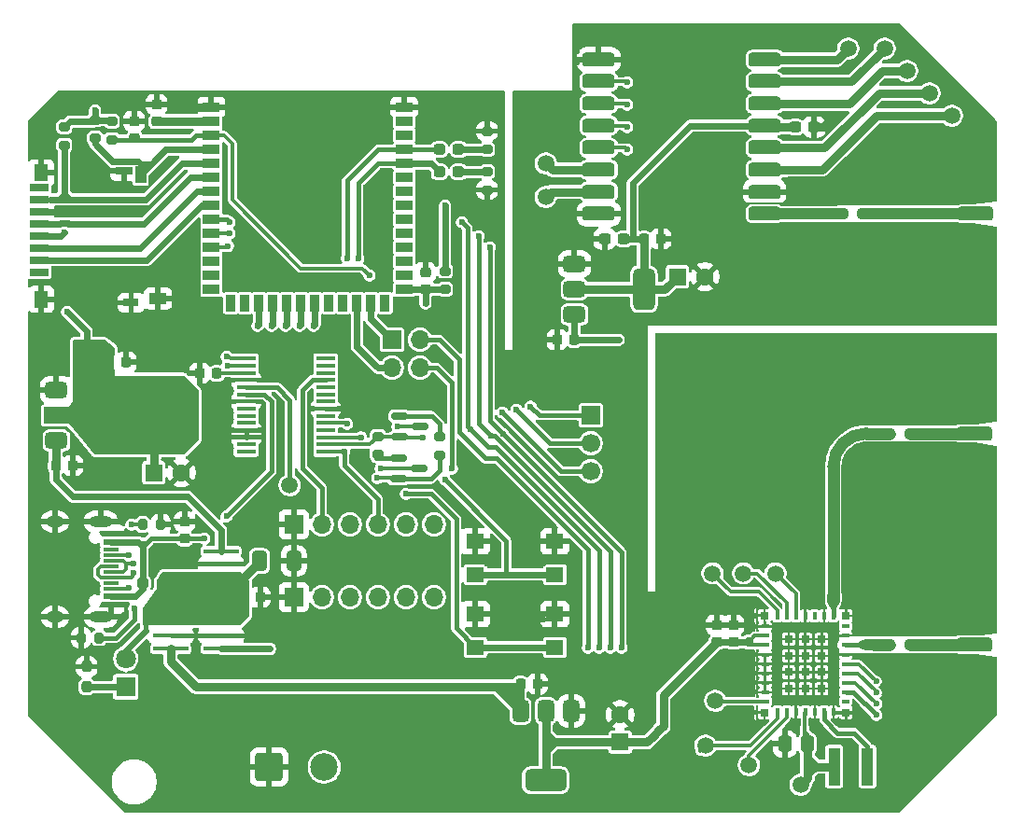
<source format=gbr>
%TF.GenerationSoftware,KiCad,Pcbnew,9.0.0*%
%TF.CreationDate,2025-04-10T09:35:26+02:00*%
%TF.ProjectId,3band_testboard_mcu_based,3362616e-645f-4746-9573-74626f617264,1.0*%
%TF.SameCoordinates,Original*%
%TF.FileFunction,Copper,L1,Top*%
%TF.FilePolarity,Positive*%
%FSLAX46Y46*%
G04 Gerber Fmt 4.6, Leading zero omitted, Abs format (unit mm)*
G04 Created by KiCad (PCBNEW 9.0.0) date 2025-04-10 09:35:26*
%MOMM*%
%LPD*%
G01*
G04 APERTURE LIST*
G04 Aperture macros list*
%AMRoundRect*
0 Rectangle with rounded corners*
0 $1 Rounding radius*
0 $2 $3 $4 $5 $6 $7 $8 $9 X,Y pos of 4 corners*
0 Add a 4 corners polygon primitive as box body*
4,1,4,$2,$3,$4,$5,$6,$7,$8,$9,$2,$3,0*
0 Add four circle primitives for the rounded corners*
1,1,$1+$1,$2,$3*
1,1,$1+$1,$4,$5*
1,1,$1+$1,$6,$7*
1,1,$1+$1,$8,$9*
0 Add four rect primitives between the rounded corners*
20,1,$1+$1,$2,$3,$4,$5,0*
20,1,$1+$1,$4,$5,$6,$7,0*
20,1,$1+$1,$6,$7,$8,$9,0*
20,1,$1+$1,$8,$9,$2,$3,0*%
G04 Aperture macros list end*
%TA.AperFunction,Conductor*%
%ADD10C,0.100000*%
%TD*%
%TA.AperFunction,Conductor*%
%ADD11C,0.200000*%
%TD*%
%TA.AperFunction,SMDPad,CuDef*%
%ADD12RoundRect,0.250000X1.350000X-0.385000X1.350000X0.385000X-1.350000X0.385000X-1.350000X-0.385000X0*%
%TD*%
%TA.AperFunction,SMDPad,CuDef*%
%ADD13RoundRect,0.250000X1.600000X-0.425000X1.600000X0.425000X-1.600000X0.425000X-1.600000X-0.425000X0*%
%TD*%
%TA.AperFunction,SMDPad,CuDef*%
%ADD14R,1.750000X0.700000*%
%TD*%
%TA.AperFunction,SMDPad,CuDef*%
%ADD15R,1.300000X1.500000*%
%TD*%
%TA.AperFunction,SMDPad,CuDef*%
%ADD16R,1.500000X0.800000*%
%TD*%
%TA.AperFunction,SMDPad,CuDef*%
%ADD17R,1.400000X0.800000*%
%TD*%
%TA.AperFunction,SMDPad,CuDef*%
%ADD18R,1.000000X1.550000*%
%TD*%
%TA.AperFunction,SMDPad,CuDef*%
%ADD19R,1.550000X1.000000*%
%TD*%
%TA.AperFunction,SMDPad,CuDef*%
%ADD20RoundRect,0.150000X-0.587500X-0.150000X0.587500X-0.150000X0.587500X0.150000X-0.587500X0.150000X0*%
%TD*%
%TA.AperFunction,SMDPad,CuDef*%
%ADD21RoundRect,0.237500X0.287500X0.237500X-0.287500X0.237500X-0.287500X-0.237500X0.287500X-0.237500X0*%
%TD*%
%TA.AperFunction,SMDPad,CuDef*%
%ADD22RoundRect,0.225000X-0.225000X-0.250000X0.225000X-0.250000X0.225000X0.250000X-0.225000X0.250000X0*%
%TD*%
%TA.AperFunction,SMDPad,CuDef*%
%ADD23R,1.500000X0.900000*%
%TD*%
%TA.AperFunction,SMDPad,CuDef*%
%ADD24R,0.900000X1.500000*%
%TD*%
%TA.AperFunction,HeatsinkPad*%
%ADD25C,0.600000*%
%TD*%
%TA.AperFunction,HeatsinkPad*%
%ADD26R,3.900000X3.900000*%
%TD*%
%TA.AperFunction,SMDPad,CuDef*%
%ADD27C,1.500000*%
%TD*%
%TA.AperFunction,SMDPad,CuDef*%
%ADD28RoundRect,0.237500X-0.237500X0.250000X-0.237500X-0.250000X0.237500X-0.250000X0.237500X0.250000X0*%
%TD*%
%TA.AperFunction,SMDPad,CuDef*%
%ADD29RoundRect,0.225000X0.250000X-0.225000X0.250000X0.225000X-0.250000X0.225000X-0.250000X-0.225000X0*%
%TD*%
%TA.AperFunction,SMDPad,CuDef*%
%ADD30RoundRect,0.317500X-1.157500X-0.317500X1.157500X-0.317500X1.157500X0.317500X-1.157500X0.317500X0*%
%TD*%
%TA.AperFunction,SMDPad,CuDef*%
%ADD31RoundRect,0.200000X-0.200000X-0.275000X0.200000X-0.275000X0.200000X0.275000X-0.200000X0.275000X0*%
%TD*%
%TA.AperFunction,ComponentPad*%
%ADD32R,1.700000X1.700000*%
%TD*%
%TA.AperFunction,ComponentPad*%
%ADD33O,1.700000X1.700000*%
%TD*%
%TA.AperFunction,SMDPad,CuDef*%
%ADD34R,0.400000X0.800000*%
%TD*%
%TA.AperFunction,SMDPad,CuDef*%
%ADD35R,0.800000X0.800000*%
%TD*%
%TA.AperFunction,SMDPad,CuDef*%
%ADD36R,0.800000X0.400000*%
%TD*%
%TA.AperFunction,SMDPad,CuDef*%
%ADD37RoundRect,0.237500X-0.300000X-0.237500X0.300000X-0.237500X0.300000X0.237500X-0.300000X0.237500X0*%
%TD*%
%TA.AperFunction,SMDPad,CuDef*%
%ADD38RoundRect,0.237500X-0.250000X-0.237500X0.250000X-0.237500X0.250000X0.237500X-0.250000X0.237500X0*%
%TD*%
%TA.AperFunction,SMDPad,CuDef*%
%ADD39RoundRect,0.200000X-0.275000X0.200000X-0.275000X-0.200000X0.275000X-0.200000X0.275000X0.200000X0*%
%TD*%
%TA.AperFunction,SMDPad,CuDef*%
%ADD40RoundRect,0.225000X0.225000X0.250000X-0.225000X0.250000X-0.225000X-0.250000X0.225000X-0.250000X0*%
%TD*%
%TA.AperFunction,SMDPad,CuDef*%
%ADD41RoundRect,0.375000X-0.625000X-0.375000X0.625000X-0.375000X0.625000X0.375000X-0.625000X0.375000X0*%
%TD*%
%TA.AperFunction,SMDPad,CuDef*%
%ADD42RoundRect,0.500000X-0.500000X-1.400000X0.500000X-1.400000X0.500000X1.400000X-0.500000X1.400000X0*%
%TD*%
%TA.AperFunction,SMDPad,CuDef*%
%ADD43RoundRect,0.237500X0.300000X0.237500X-0.300000X0.237500X-0.300000X-0.237500X0.300000X-0.237500X0*%
%TD*%
%TA.AperFunction,SMDPad,CuDef*%
%ADD44RoundRect,0.200000X0.275000X-0.200000X0.275000X0.200000X-0.275000X0.200000X-0.275000X-0.200000X0*%
%TD*%
%TA.AperFunction,SMDPad,CuDef*%
%ADD45RoundRect,0.237500X0.250000X0.237500X-0.250000X0.237500X-0.250000X-0.237500X0.250000X-0.237500X0*%
%TD*%
%TA.AperFunction,SMDPad,CuDef*%
%ADD46RoundRect,0.200000X0.200000X0.275000X-0.200000X0.275000X-0.200000X-0.275000X0.200000X-0.275000X0*%
%TD*%
%TA.AperFunction,ComponentPad*%
%ADD47RoundRect,0.250000X-1.000000X-1.000000X1.000000X-1.000000X1.000000X1.000000X-1.000000X1.000000X0*%
%TD*%
%TA.AperFunction,ComponentPad*%
%ADD48C,2.500000*%
%TD*%
%TA.AperFunction,ComponentPad*%
%ADD49R,1.800000X1.800000*%
%TD*%
%TA.AperFunction,ComponentPad*%
%ADD50C,1.800000*%
%TD*%
%TA.AperFunction,ComponentPad*%
%ADD51R,1.600000X1.600000*%
%TD*%
%TA.AperFunction,ComponentPad*%
%ADD52C,1.600000*%
%TD*%
%TA.AperFunction,SMDPad,CuDef*%
%ADD53RoundRect,0.375000X-0.375000X0.625000X-0.375000X-0.625000X0.375000X-0.625000X0.375000X0.625000X0*%
%TD*%
%TA.AperFunction,SMDPad,CuDef*%
%ADD54RoundRect,0.500000X-1.400000X0.500000X-1.400000X-0.500000X1.400000X-0.500000X1.400000X0.500000X0*%
%TD*%
%TA.AperFunction,SMDPad,CuDef*%
%ADD55R,1.600000X1.400000*%
%TD*%
%TA.AperFunction,SMDPad,CuDef*%
%ADD56R,1.100000X3.400000*%
%TD*%
%TA.AperFunction,SMDPad,CuDef*%
%ADD57R,3.200000X0.400000*%
%TD*%
%TA.AperFunction,SMDPad,CuDef*%
%ADD58R,1.750000X0.450000*%
%TD*%
%TA.AperFunction,SMDPad,CuDef*%
%ADD59RoundRect,0.250000X-0.412500X-0.650000X0.412500X-0.650000X0.412500X0.650000X-0.412500X0.650000X0*%
%TD*%
%TA.AperFunction,SMDPad,CuDef*%
%ADD60R,1.450000X0.600000*%
%TD*%
%TA.AperFunction,SMDPad,CuDef*%
%ADD61R,1.450000X0.300000*%
%TD*%
%TA.AperFunction,HeatsinkPad*%
%ADD62O,2.100000X1.000000*%
%TD*%
%TA.AperFunction,HeatsinkPad*%
%ADD63O,1.600000X1.000000*%
%TD*%
%TA.AperFunction,SMDPad,CuDef*%
%ADD64RoundRect,0.250000X-0.337500X-0.475000X0.337500X-0.475000X0.337500X0.475000X-0.337500X0.475000X0*%
%TD*%
%TA.AperFunction,SMDPad,CuDef*%
%ADD65RoundRect,0.237500X0.237500X-0.250000X0.237500X0.250000X-0.237500X0.250000X-0.237500X-0.250000X0*%
%TD*%
%TA.AperFunction,ComponentPad*%
%ADD66C,1.700000*%
%TD*%
%TA.AperFunction,SMDPad,CuDef*%
%ADD67RoundRect,0.250000X0.250000X0.250000X-0.250000X0.250000X-0.250000X-0.250000X0.250000X-0.250000X0*%
%TD*%
%TA.AperFunction,ViaPad*%
%ADD68C,0.600000*%
%TD*%
%TA.AperFunction,Conductor*%
%ADD69C,0.600000*%
%TD*%
%TA.AperFunction,Conductor*%
%ADD70C,0.400000*%
%TD*%
%TA.AperFunction,Conductor*%
%ADD71C,0.800000*%
%TD*%
%TA.AperFunction,Conductor*%
%ADD72C,0.300000*%
%TD*%
%TA.AperFunction,Conductor*%
%ADD73C,1.060000*%
%TD*%
%TA.AperFunction,Conductor*%
%ADD74C,1.050000*%
%TD*%
G04 APERTURE END LIST*
D10*
%TO.N,Net-(U3-VI)*%
X121920000Y-92964000D02*
X120142000Y-91186000D01*
X121920000Y-91186000D01*
X121920000Y-92964000D01*
%TA.AperFunction,Conductor*%
G36*
X121920000Y-92964000D02*
G01*
X120142000Y-91186000D01*
X121920000Y-91186000D01*
X121920000Y-92964000D01*
G37*
%TD.AperFunction*%
D11*
%TO.N,Net-(U4-ANT_LORA_SUB_G_)*%
X150723600Y-83436121D02*
X150463204Y-84103662D01*
X150104796Y-84103662D01*
X149834600Y-83500163D01*
X149834600Y-82778600D01*
X150723600Y-82778600D01*
X150723600Y-83436121D01*
%TA.AperFunction,Conductor*%
G36*
X150723600Y-83436121D02*
G01*
X150463204Y-84103662D01*
X150104796Y-84103662D01*
X149834600Y-83500163D01*
X149834600Y-82778600D01*
X150723600Y-82778600D01*
X150723600Y-83436121D01*
G37*
%TD.AperFunction*%
%TO.N,Net-(U4-ANT__LORA_2.4G_)*%
X153877462Y-87814196D02*
X153219941Y-87814196D01*
X152552400Y-87553800D01*
X152552400Y-87195392D01*
X153155899Y-86925196D01*
X153877462Y-86925196D01*
X153877462Y-87814196D01*
%TA.AperFunction,Conductor*%
G36*
X153877462Y-87814196D02*
G01*
X153219941Y-87814196D01*
X152552400Y-87553800D01*
X152552400Y-87195392D01*
X153155899Y-86925196D01*
X153877462Y-86925196D01*
X153877462Y-87814196D01*
G37*
%TD.AperFunction*%
%TD*%
D12*
%TO.P,J2,1,In*%
%TO.N,Net-(J2-In)*%
X163064000Y-87347718D03*
D13*
%TO.P,J2,2,Ext*%
%TO.N,GND*%
X162814000Y-84522718D03*
X162814000Y-90172718D03*
%TD*%
D14*
%TO.P,J4,1,DATE_LINE_[BIT_2]*%
%TO.N,unconnected-(J4-DATE_LINE_[BIT_2]-Pad1)*%
X78216000Y-53567000D03*
%TO.P,J4,2,CARD_DETECT_/_DATE_LINE_[BIT_3]*%
%TO.N,/MCU/~{SD.CS}*%
X78216000Y-52467000D03*
%TO.P,J4,3,COMMAND/RESPONSE*%
%TO.N,/MCU/SD.DI*%
X78216000Y-51367000D03*
%TO.P,J4,4,SUPPLY_VOLTAGE*%
%TO.N,+3.3V*%
X78216000Y-50267000D03*
%TO.P,J4,5,CLOCK*%
%TO.N,/MCU/SD.SCK*%
X78216000Y-49167000D03*
%TO.P,J4,6,SUPPLY_VOLTAGE_GND*%
%TO.N,GND*%
X78216000Y-48067000D03*
%TO.P,J4,7,DATE_LINE_[BIT_0]*%
%TO.N,/MCU/SD.DO*%
X78216000Y-46967000D03*
%TO.P,J4,8,DATE_LINE_[BIT_1]*%
%TO.N,unconnected-(J4-DATE_LINE_[BIT_1]-Pad8)*%
X78216000Y-45867000D03*
D15*
%TO.P,J4,9,9*%
%TO.N,GND*%
X78441000Y-44567000D03*
%TO.P,J4,10,10*%
X78441000Y-56017000D03*
D16*
%TO.P,J4,11,11*%
X85941000Y-44392000D03*
D17*
%TO.P,J4,12,12*%
X86591000Y-56342000D03*
D18*
%TO.P,J4,CD1,CARD_DETECT_SW_1*%
%TO.N,/MCU/SD.detect*%
X87441000Y-44692000D03*
D19*
%TO.P,J4,CD2,CARD_DETECT_SW_2*%
%TO.N,GND*%
X89016000Y-55942000D03*
%TD*%
D20*
%TO.P,Q2,1,B*%
%TO.N,Net-(Q2-B)*%
X110901000Y-66614000D03*
%TO.P,Q2,2,E*%
%TO.N,/MCU/UART.DTR*%
X110901000Y-68514000D03*
%TO.P,Q2,3,C*%
%TO.N,/MCU/ESP32.reset*%
X112776000Y-67564000D03*
%TD*%
D21*
%TO.P,D3,1,K*%
%TO.N,Net-(D3-K)*%
X116304000Y-42418000D03*
%TO.P,D3,2,A*%
%TO.N,/MCU/UART.RX*%
X114554000Y-42418000D03*
%TD*%
D22*
%TO.P,C13,1*%
%TO.N,+3.3V*%
X84582000Y-61722000D03*
%TO.P,C13,2*%
%TO.N,GND*%
X86132000Y-61722000D03*
%TD*%
D23*
%TO.P,U5,1,GND*%
%TO.N,GND*%
X93866000Y-38608000D03*
%TO.P,U5,2,3V3*%
%TO.N,+3.3V*%
X93866000Y-39878000D03*
%TO.P,U5,3,EN*%
%TO.N,/MCU/ESP32.enable*%
X93866000Y-41148000D03*
%TO.P,U5,4,IO4*%
%TO.N,/MCU/SD.detect*%
X93866000Y-42418000D03*
%TO.P,U5,5,IO5*%
%TO.N,/MCU/SD.DO*%
X93866000Y-43688000D03*
%TO.P,U5,6,IO6*%
%TO.N,/MCU/SD.SCK*%
X93866000Y-44958000D03*
%TO.P,U5,7,IO7*%
%TO.N,/MCU/SD.DI*%
X93866000Y-46228000D03*
%TO.P,U5,8,IO15*%
%TO.N,/MCU/~{SD.CS}*%
X93866000Y-47498000D03*
%TO.P,U5,9,IO16*%
%TO.N,/433MHz/MISO*%
X93866000Y-48768000D03*
%TO.P,U5,10,IO17*%
%TO.N,/433MHz/MOSI*%
X93866000Y-50038000D03*
%TO.P,U5,11,IO18*%
%TO.N,/433MHz/SCK*%
X93866000Y-51308000D03*
%TO.P,U5,12,IO8*%
%TO.N,unconnected-(U5-IO8-Pad12)*%
X93866000Y-52578000D03*
%TO.P,U5,13,USB_D-*%
%TO.N,unconnected-(U5-USB_D--Pad13)*%
X93866000Y-53848000D03*
%TO.P,U5,14,USB_D+*%
%TO.N,unconnected-(U5-USB_D+-Pad14)*%
X93866000Y-55118000D03*
D24*
%TO.P,U5,15,IO3*%
%TO.N,unconnected-(U5-IO3-Pad15)*%
X95631000Y-56368000D03*
%TO.P,U5,16,IO46*%
%TO.N,unconnected-(U5-IO46-Pad16)*%
X96901000Y-56368000D03*
%TO.P,U5,17,IO9*%
%TO.N,/MCU/GPIO.9*%
X98171000Y-56368000D03*
%TO.P,U5,18,IO10*%
%TO.N,/MCU/GPIO.10*%
X99441000Y-56368000D03*
%TO.P,U5,19,IO11*%
%TO.N,/MCU/GPIO.11*%
X100711000Y-56368000D03*
%TO.P,U5,20,IO12*%
%TO.N,/MCU/GPIO.12*%
X101981000Y-56368000D03*
%TO.P,U5,21,IO13*%
%TO.N,/MCU/GPIO.13*%
X103251000Y-56368000D03*
%TO.P,U5,22,IO14*%
%TO.N,unconnected-(U5-IO14-Pad22)*%
X104521000Y-56368000D03*
%TO.P,U5,23,IO21*%
%TO.N,unconnected-(U5-IO21-Pad23)*%
X105791000Y-56368000D03*
%TO.P,U5,24,IO47*%
%TO.N,/MCU/~{CS1}*%
X107061000Y-56368000D03*
%TO.P,U5,25,IO48*%
%TO.N,/MCU/~{CS2}*%
X108331000Y-56368000D03*
%TO.P,U5,26,IO45*%
%TO.N,unconnected-(U5-IO45-Pad26)*%
X109601000Y-56368000D03*
D23*
%TO.P,U5,27,IO0*%
%TO.N,/MCU/ESP32.reset*%
X111366000Y-55118000D03*
%TO.P,U5,28,IO35*%
%TO.N,unconnected-(U5-IO35-Pad28)*%
X111366000Y-53848000D03*
%TO.P,U5,29,IO36*%
%TO.N,unconnected-(U5-IO36-Pad29)*%
X111366000Y-52578000D03*
%TO.P,U5,30,IO37*%
%TO.N,unconnected-(U5-IO37-Pad30)*%
X111366000Y-51308000D03*
%TO.P,U5,31,IO38*%
%TO.N,unconnected-(U5-IO38-Pad31)*%
X111366000Y-50038000D03*
%TO.P,U5,32,IO39*%
%TO.N,unconnected-(U5-IO39-Pad32)*%
X111366000Y-48768000D03*
%TO.P,U5,33,IO40*%
%TO.N,unconnected-(U5-IO40-Pad33)*%
X111366000Y-47498000D03*
%TO.P,U5,34,IO41*%
%TO.N,unconnected-(U5-IO41-Pad34)*%
X111366000Y-46228000D03*
%TO.P,U5,35,IO42*%
%TO.N,unconnected-(U5-IO42-Pad35)*%
X111366000Y-44958000D03*
%TO.P,U5,36,RXD0*%
%TO.N,/MCU/UART.TX*%
X111366000Y-43688000D03*
%TO.P,U5,37,TXD0*%
%TO.N,/MCU/UART.RX*%
X111366000Y-42418000D03*
%TO.P,U5,38,IO2*%
%TO.N,unconnected-(U5-IO2-Pad38)*%
X111366000Y-41148000D03*
%TO.P,U5,39,IO1*%
%TO.N,unconnected-(U5-IO1-Pad39)*%
X111366000Y-39878000D03*
%TO.P,U5,40,GND*%
%TO.N,GND*%
X111366000Y-38608000D03*
D25*
%TO.P,U5,41,GND*%
X99716000Y-45628000D03*
X99716000Y-47028000D03*
X100416000Y-44928000D03*
X100416000Y-46328000D03*
X100416000Y-47728000D03*
X101116000Y-45628000D03*
D26*
X101116000Y-46328000D03*
D25*
X101116000Y-47028000D03*
X101816000Y-44928000D03*
X101816000Y-46328000D03*
X101816000Y-47728000D03*
X102516000Y-45628000D03*
X102516000Y-47028000D03*
%TD*%
D27*
%TO.P,TP4,1,1*%
%TO.N,Net-(U1-DIO2)*%
X151638000Y-33274000D03*
%TD*%
D28*
%TO.P,R18,1*%
%TO.N,GND*%
X82550000Y-89361000D03*
%TO.P,R18,2*%
%TO.N,Net-(D2-K)*%
X82550000Y-91186000D03*
%TD*%
D29*
%TO.P,C17,1*%
%TO.N,/MCU/ESP32.reset*%
X113284000Y-55131000D03*
%TO.P,C17,2*%
%TO.N,GND*%
X113284000Y-53581000D03*
%TD*%
D28*
%TO.P,R1,1*%
%TO.N,Net-(U1-ANT)*%
X149225000Y-48260000D03*
%TO.P,R1,2*%
%TO.N,GND*%
X149225000Y-50085000D03*
%TD*%
D22*
%TO.P,C11,1*%
%TO.N,Net-(U6-VI)*%
X79756000Y-71120000D03*
%TO.P,C11,2*%
%TO.N,GND*%
X81306000Y-71120000D03*
%TD*%
D30*
%TO.P,U1,1,GND*%
%TO.N,GND*%
X129000000Y-34275000D03*
%TO.P,U1,2,MISO*%
%TO.N,/433MHz/MISO*%
X129000000Y-36275000D03*
%TO.P,U1,3,MOSI*%
%TO.N,/433MHz/MOSI*%
X129000000Y-38275000D03*
%TO.P,U1,4,SCK*%
%TO.N,/433MHz/SCK*%
X129000000Y-40275000D03*
%TO.P,U1,5,NSS*%
%TO.N,/CS1*%
X129000000Y-42275000D03*
%TO.P,U1,6,RESET*%
%TO.N,/433MHz/~{reset}*%
X129000000Y-44275000D03*
%TO.P,U1,7,DIO5*%
%TO.N,Net-(U1-DIO5)*%
X129000000Y-46275000D03*
%TO.P,U1,8,GND*%
%TO.N,GND*%
X129000000Y-48275000D03*
%TO.P,U1,9,ANT*%
%TO.N,Net-(U1-ANT)*%
X144050000Y-48275000D03*
%TO.P,U1,10,GND*%
%TO.N,GND*%
X144050000Y-46275000D03*
%TO.P,U1,11,DIO3*%
%TO.N,Net-(U1-DIO3)*%
X144050000Y-44275000D03*
%TO.P,U1,12,DIO4*%
%TO.N,Net-(U1-DIO4)*%
X144050000Y-42275000D03*
%TO.P,U1,13,3.3V*%
%TO.N,3.3V RF1*%
X144050000Y-40275000D03*
%TO.P,U1,14,DIO0*%
%TO.N,Net-(U1-DIO0)*%
X144050000Y-38275000D03*
%TO.P,U1,15,DIO1*%
%TO.N,Net-(U1-DIO1)*%
X144050000Y-36275000D03*
%TO.P,U1,16,DIO2*%
%TO.N,Net-(U1-DIO2)*%
X144050000Y-34275000D03*
%TD*%
D31*
%TO.P,R14,1*%
%TO.N,GND*%
X82042000Y-86740000D03*
%TO.P,R14,2*%
%TO.N,Net-(J6-CC2)*%
X83692000Y-86740000D03*
%TD*%
D32*
%TO.P,J9,1,Pin_1*%
%TO.N,/MCU/~{CS2}*%
X110236000Y-59690000D03*
D33*
%TO.P,J9,2,Pin_2*%
%TO.N,/CS2*%
X112776000Y-59690000D03*
%TO.P,J9,3,Pin_3*%
%TO.N,/MCU/~{CS1}*%
X110236000Y-62230000D03*
%TO.P,J9,4,Pin_4*%
%TO.N,/CS1*%
X112776000Y-62230000D03*
%TD*%
D27*
%TO.P,TP1,1,1*%
%TO.N,/433MHz/~{reset}*%
X124206000Y-43688000D03*
%TD*%
D29*
%TO.P,C16,1*%
%TO.N,V_{USB}*%
X91440000Y-77750000D03*
%TO.P,C16,2*%
%TO.N,GND*%
X91440000Y-76200000D03*
%TD*%
D27*
%TO.P,TP15,1,1*%
%TO.N,Net-(U4-DIO8)*%
X142621000Y-98298000D03*
%TD*%
D34*
%TO.P,U4,1,DIO9*%
%TO.N,Net-(U4-DIO9)*%
X145184000Y-93465000D03*
%TO.P,U4,2,DIO8*%
%TO.N,Net-(U4-DIO8)*%
X146034000Y-93465000D03*
%TO.P,U4,3,GND_1*%
%TO.N,GND*%
X146884000Y-93465000D03*
%TO.P,U4,4,VREG*%
%TO.N,Net-(U4-VREG)*%
X147734000Y-93465000D03*
%TO.P,U4,5,GND_2*%
%TO.N,GND*%
X148584000Y-93465000D03*
%TO.P,U4,6,DCC_SW*%
%TO.N,Net-(U4-DCC_SW)*%
X149434000Y-93465000D03*
%TO.P,U4,7,GND_3*%
%TO.N,GND*%
X150284000Y-93465000D03*
D35*
%TO.P,U4,8,GND_4*%
X151434000Y-93515000D03*
D36*
%TO.P,U4,9,LR_BUSY*%
%TO.N,/800_2400MHz/BUSY*%
X151384000Y-92515000D03*
%TO.P,U4,10,LR_NSS*%
%TO.N,/CS2*%
X151384000Y-91665000D03*
%TO.P,U4,11,LR_MISO*%
%TO.N,/433MHz/MISO*%
X151384000Y-90815000D03*
%TO.P,U4,12,LR_MOSI*%
%TO.N,/433MHz/MOSI*%
X151384000Y-89965000D03*
%TO.P,U4,13,LR_SCK*%
%TO.N,/433MHz/SCK*%
X151384000Y-89115000D03*
%TO.P,U4,14,GND_5*%
%TO.N,GND*%
X151384000Y-88265000D03*
%TO.P,U4,15,ANT__LORA_2.4G_*%
%TO.N,Net-(U4-ANT__LORA_2.4G_)*%
X151384000Y-87415000D03*
%TO.P,U4,16,GND_6*%
%TO.N,GND*%
X151384000Y-86565000D03*
%TO.P,U4,17,NC_1*%
%TO.N,unconnected-(U4-NC_1-Pad17)*%
X151384000Y-85715000D03*
D35*
%TO.P,U4,18,GND_7*%
%TO.N,GND*%
X151434000Y-84765000D03*
D34*
%TO.P,U4,19,ANT_LORA_SUB_G_*%
%TO.N,Net-(U4-ANT_LORA_SUB_G_)*%
X150284000Y-84765000D03*
%TO.P,U4,20,GND_8*%
%TO.N,GND*%
X149434000Y-84765000D03*
%TO.P,U4,21,NC_2*%
%TO.N,unconnected-(U4-NC_2-Pad21)*%
X148584000Y-84765000D03*
%TO.P,U4,22,GND_9*%
%TO.N,GND*%
X147734000Y-84765000D03*
%TO.P,U4,23,RFSW0*%
%TO.N,Net-(U4-RFSW0)*%
X146884000Y-84765000D03*
%TO.P,U4,24,RFSW1*%
%TO.N,Net-(U4-RFSW1)*%
X146034000Y-84765000D03*
%TO.P,U4,25,RFSW2*%
%TO.N,Net-(U4-RFSW2)*%
X145184000Y-84765000D03*
D35*
%TO.P,U4,26,GND_10*%
%TO.N,GND*%
X144034000Y-84715000D03*
D36*
%TO.P,U4,27,GND_11*%
X144084000Y-85715000D03*
%TO.P,U4,28,VDD_1*%
%TO.N,3.3V RF2*%
X144084000Y-86565000D03*
%TO.P,U4,29,VDD_2*%
X144084000Y-87415000D03*
%TO.P,U4,30,GND_12*%
%TO.N,GND*%
X144084000Y-88265000D03*
%TO.P,U4,31,GND_13*%
X144084000Y-89115000D03*
%TO.P,U4,32,GND_14*%
X144084000Y-89965000D03*
%TO.P,U4,33,GND_15*%
X144084000Y-90815000D03*
%TO.P,U4,34,GND_16*%
X144084000Y-91665000D03*
%TO.P,U4,35,LR_NRST*%
%TO.N,Net-(U4-LR_NRST)*%
X144084000Y-92515000D03*
D35*
%TO.P,U4,36,GND_17*%
%TO.N,GND*%
X144034000Y-93515000D03*
%TO.P,U4,37,GND_18*%
X146234000Y-91365000D03*
%TO.P,U4,38,GND_19*%
X147734000Y-91365000D03*
%TO.P,U4,39,GND_20*%
X149234000Y-91365000D03*
%TO.P,U4,40,GND_21*%
X146234000Y-89865000D03*
%TO.P,U4,41,GND_22*%
X147734000Y-89865000D03*
%TO.P,U4,42,GND_23*%
X149234000Y-89865000D03*
%TO.P,U4,43,GND_24*%
X146234000Y-88365000D03*
%TO.P,U4,44,GND_25*%
X147734000Y-88365000D03*
%TO.P,U4,45,GND_26*%
X149234000Y-88365000D03*
%TO.P,U4,46,GND_27*%
X146234000Y-86865000D03*
%TO.P,U4,47,GND_28*%
X147734000Y-86865000D03*
%TO.P,U4,48,GND_29*%
X149234000Y-86865000D03*
%TD*%
D27*
%TO.P,TP13,1,1*%
%TO.N,Net-(U4-RFSW1)*%
X142113000Y-80899000D03*
%TD*%
D37*
%TO.P,C1,1*%
%TO.N,3.3V RF1*%
X146812000Y-40386000D03*
%TO.P,C1,2*%
%TO.N,GND*%
X148537000Y-40386000D03*
%TD*%
D32*
%TO.P,J8,1,Pin_1*%
%TO.N,GND*%
X101346000Y-83058000D03*
D33*
%TO.P,J8,2,Pin_2*%
%TO.N,/MCU/GPIO.9*%
X103886000Y-83058000D03*
%TO.P,J8,3,Pin_3*%
%TO.N,/MCU/GPIO.10*%
X106426000Y-83058000D03*
%TO.P,J8,4,Pin_4*%
%TO.N,/MCU/GPIO.11*%
X108966000Y-83058000D03*
%TO.P,J8,5,Pin_5*%
%TO.N,/MCU/GPIO.12*%
X111506000Y-83058000D03*
%TO.P,J8,6,Pin_6*%
%TO.N,/MCU/GPIO.13*%
X114046000Y-83058000D03*
%TD*%
D20*
%TO.P,Q1,1,B*%
%TO.N,Net-(Q1-B)*%
X110822500Y-70424000D03*
%TO.P,Q1,2,E*%
%TO.N,/MCU/UART.RTS*%
X110822500Y-72324000D03*
%TO.P,Q1,3,C*%
%TO.N,/MCU/ESP32.enable*%
X112697500Y-71374000D03*
%TD*%
D27*
%TO.P,TP6,1,1*%
%TO.N,Net-(U1-DIO0)*%
X156972000Y-35306000D03*
%TD*%
D38*
%TO.P,R3,1*%
%TO.N,Net-(U1-ANT)*%
X151130000Y-48260000D03*
%TO.P,R3,2*%
%TO.N,Net-(J1-In)*%
X152955000Y-48260000D03*
%TD*%
D39*
%TO.P,R15,1*%
%TO.N,Net-(Q2-B)*%
X114554000Y-68517000D03*
%TO.P,R15,2*%
%TO.N,/MCU/UART.RTS*%
X114554000Y-70167000D03*
%TD*%
D40*
%TO.P,C10,1*%
%TO.N,Net-(U2-VI)*%
X126772000Y-59690000D03*
%TO.P,C10,2*%
%TO.N,GND*%
X125222000Y-59690000D03*
%TD*%
D41*
%TO.P,U6,1,GND*%
%TO.N,GND*%
X79806000Y-64248000D03*
%TO.P,U6,2,VO*%
%TO.N,+3.3V*%
X79806000Y-66548000D03*
D42*
X86106000Y-66548000D03*
D41*
%TO.P,U6,3,VI*%
%TO.N,Net-(U6-VI)*%
X79806000Y-68848000D03*
%TD*%
D27*
%TO.P,TP9,1,1*%
%TO.N,Net-(U4-VREG)*%
X147320000Y-100076000D03*
%TD*%
D43*
%TO.P,C18,1*%
%TO.N,3.3V RF1*%
X131265000Y-50546000D03*
%TO.P,C18,2*%
%TO.N,GND*%
X129540000Y-50546000D03*
%TD*%
D29*
%TO.P,C2,1*%
%TO.N,+3.3V*%
X88900000Y-39878000D03*
%TO.P,C2,2*%
%TO.N,GND*%
X88900000Y-38328000D03*
%TD*%
D21*
%TO.P,D4,1,K*%
%TO.N,Net-(D4-K)*%
X116304000Y-44450000D03*
%TO.P,D4,2,A*%
%TO.N,/MCU/UART.TX*%
X114554000Y-44450000D03*
%TD*%
D28*
%TO.P,R2,1*%
%TO.N,Net-(J1-In)*%
X154940000Y-48260000D03*
%TO.P,R2,2*%
%TO.N,GND*%
X154940000Y-50085000D03*
%TD*%
D12*
%TO.P,J3,1,In*%
%TO.N,Net-(J3-In)*%
X163064000Y-68199000D03*
D13*
%TO.P,J3,2,Ext*%
%TO.N,GND*%
X162814000Y-65374000D03*
X162814000Y-71024000D03*
%TD*%
D29*
%TO.P,C4,1*%
%TO.N,/MCU/ESP32.enable*%
X86868000Y-41402000D03*
%TO.P,C4,2*%
%TO.N,GND*%
X86868000Y-39852000D03*
%TD*%
D27*
%TO.P,TP5,1,1*%
%TO.N,Net-(U1-DIO1)*%
X154940000Y-33274000D03*
%TD*%
D44*
%TO.P,R11,1*%
%TO.N,/MCU/SD.detect*%
X83312000Y-41402000D03*
%TO.P,R11,2*%
%TO.N,+3.3V*%
X83312000Y-39752000D03*
%TD*%
D28*
%TO.P,R9,1*%
%TO.N,Net-(U4-ANT_LORA_SUB_G_)*%
X153924000Y-68199000D03*
%TO.P,R9,2*%
%TO.N,GND*%
X153924000Y-70024000D03*
%TD*%
D45*
%TO.P,R5,1*%
%TO.N,Net-(J2-In)*%
X157226000Y-87376000D03*
%TO.P,R5,2*%
%TO.N,Net-(U4-ANT__LORA_2.4G_)*%
X155401000Y-87376000D03*
%TD*%
D27*
%TO.P,TP2,1,1*%
%TO.N,Net-(U1-DIO4)*%
X159004000Y-37338000D03*
%TD*%
D46*
%TO.P,R13,1*%
%TO.N,GND*%
X89280000Y-76454000D03*
%TO.P,R13,2*%
%TO.N,Net-(J6-CC1)*%
X87630000Y-76454000D03*
%TD*%
D47*
%TO.P,J5,1,Pin_1*%
%TO.N,GND*%
X99100000Y-98465500D03*
D48*
%TO.P,J5,2,Pin_2*%
%TO.N,VCC*%
X104100000Y-98465500D03*
%TD*%
D49*
%TO.P,D2,1,K*%
%TO.N,Net-(D2-K)*%
X86106000Y-91186000D03*
D50*
%TO.P,D2,2,A*%
%TO.N,VCC*%
X86106000Y-88646000D03*
%TD*%
D51*
%TO.P,C9,1*%
%TO.N,3.3V RF1*%
X136144000Y-53975000D03*
D52*
%TO.P,C9,2*%
%TO.N,GND*%
X138644000Y-53975000D03*
%TD*%
D40*
%TO.P,C3,1*%
%TO.N,Net-(U7-3V3OUT)*%
X94361000Y-62738000D03*
%TO.P,C3,2*%
%TO.N,GND*%
X92811000Y-62738000D03*
%TD*%
D53*
%TO.P,U3,1,GND*%
%TO.N,GND*%
X126506000Y-93370000D03*
%TO.P,U3,2,VO*%
%TO.N,3.3V RF2*%
X124206000Y-93370000D03*
D54*
X124206000Y-99670000D03*
D53*
%TO.P,U3,3,VI*%
%TO.N,Net-(U3-VI)*%
X121906000Y-93370000D03*
%TD*%
D28*
%TO.P,R7,1*%
%TO.N,Net-(J3-In)*%
X158750000Y-68199000D03*
%TO.P,R7,2*%
%TO.N,GND*%
X158750000Y-70024000D03*
%TD*%
D27*
%TO.P,TP11,1,1*%
%TO.N,Net-(U4-LR_NRST)*%
X139573000Y-92456000D03*
%TD*%
D51*
%TO.P,C12,1*%
%TO.N,+3.3V*%
X88646000Y-71755000D03*
D52*
%TO.P,C12,2*%
%TO.N,GND*%
X91146000Y-71755000D03*
%TD*%
D55*
%TO.P,S2,1,1*%
%TO.N,GND*%
X125012000Y-84606000D03*
%TO.P,S2,2,2*%
X117812000Y-84606000D03*
%TO.P,S2,3,3*%
%TO.N,/MCU/ESP32.enable*%
X125012000Y-87606000D03*
%TO.P,S2,4,4*%
X117812000Y-87606000D03*
%TD*%
D32*
%TO.P,J7,1,Pin_1*%
%TO.N,GND*%
X101346000Y-76454000D03*
D33*
%TO.P,J7,2,Pin_2*%
%TO.N,/MCU/UART.CTS*%
X103886000Y-76454000D03*
%TO.P,J7,3,Pin_3*%
%TO.N,unconnected-(J7-Pin_3-Pad3)*%
X106426000Y-76454000D03*
%TO.P,J7,4,Pin_4*%
%TO.N,/MCU/UART.TX*%
X108966000Y-76454000D03*
%TO.P,J7,5,Pin_5*%
%TO.N,/MCU/UART.RX*%
X111506000Y-76454000D03*
%TO.P,J7,6,Pin_6*%
%TO.N,/MCU/UART.DTR*%
X114046000Y-76454000D03*
%TD*%
D22*
%TO.P,C7,1*%
%TO.N,3.3V RF1*%
X133096000Y-50546000D03*
%TO.P,C7,2*%
%TO.N,GND*%
X134646000Y-50546000D03*
%TD*%
D56*
%TO.P,L1,1,1*%
%TO.N,Net-(U4-VREG)*%
X150368000Y-98425000D03*
%TO.P,L1,2,2*%
%TO.N,Net-(U4-DCC_SW)*%
X153368000Y-98425000D03*
%TD*%
D44*
%TO.P,R19,1*%
%TO.N,Net-(D3-K)*%
X118872000Y-42418000D03*
%TO.P,R19,2*%
%TO.N,GND*%
X118872000Y-40768000D03*
%TD*%
D57*
%TO.P,FL3,1,1*%
%TO.N,VCC*%
X90170000Y-85344000D03*
%TO.P,FL3,2,2*%
%TO.N,GND*%
X90170000Y-86544000D03*
%TO.P,FL3,3,3*%
%TO.N,Net-(U3-VI)*%
X90170000Y-87744000D03*
%TD*%
D27*
%TO.P,TP14,1,1*%
%TO.N,Net-(U4-DIO9)*%
X138684000Y-96520000D03*
%TD*%
%TO.P,TP12,1,1*%
%TO.N,Net-(U4-RFSW0)*%
X145034000Y-80899000D03*
%TD*%
D29*
%TO.P,C6,1*%
%TO.N,3.3V RF2*%
X139700000Y-87122000D03*
%TO.P,C6,2*%
%TO.N,GND*%
X139700000Y-85572000D03*
%TD*%
D58*
%TO.P,U7,1,TXD*%
%TO.N,/MCU/UART.TX*%
X104228000Y-69850000D03*
%TO.P,U7,2,DTR*%
%TO.N,/MCU/UART.DTR*%
X104228000Y-69200000D03*
%TO.P,U7,3,RTS*%
%TO.N,/MCU/UART.RTS*%
X104228000Y-68550000D03*
%TO.P,U7,4,VCCIO*%
%TO.N,unconnected-(U7-VCCIO-Pad4)*%
X104228000Y-67900000D03*
%TO.P,U7,5,RXD*%
%TO.N,/MCU/UART.RX*%
X104228000Y-67250000D03*
%TO.P,U7,6,RI*%
%TO.N,unconnected-(U7-RI-Pad6)*%
X104228000Y-66600000D03*
%TO.P,U7,7,GND*%
%TO.N,GND*%
X104228000Y-65950000D03*
%TO.P,U7,8*%
%TO.N,N/C*%
X104228000Y-65300000D03*
%TO.P,U7,9,DCR*%
%TO.N,unconnected-(U7-DCR-Pad9)*%
X104228000Y-64650000D03*
%TO.P,U7,10,DCD*%
%TO.N,unconnected-(U7-DCD-Pad10)*%
X104228000Y-64000000D03*
%TO.P,U7,11,CTS*%
%TO.N,/MCU/UART.CTS*%
X104228000Y-63350000D03*
%TO.P,U7,12,CBUS4*%
%TO.N,unconnected-(U7-CBUS4-Pad12)*%
X104228000Y-62700000D03*
%TO.P,U7,13,CBUS2*%
%TO.N,unconnected-(U7-CBUS2-Pad13)*%
X104228000Y-62050000D03*
%TO.P,U7,14,CBUS3*%
%TO.N,unconnected-(U7-CBUS3-Pad14)*%
X104228000Y-61400000D03*
%TO.P,U7,15,USBD+*%
%TO.N,/MCU/USB1.D-*%
X97028000Y-61400000D03*
%TO.P,U7,16,USBD-*%
%TO.N,/MCU/USB1.D+*%
X97028000Y-62050000D03*
%TO.P,U7,17,3V3OUT*%
%TO.N,Net-(U7-3V3OUT)*%
X97028000Y-62700000D03*
%TO.P,U7,18,GND*%
%TO.N,GND*%
X97028000Y-63350000D03*
%TO.P,U7,19,~{RESET}*%
%TO.N,Net-(U7-~{RESET})*%
X97028000Y-64000000D03*
%TO.P,U7,20,VCC*%
%TO.N,V_{USB}*%
X97028000Y-64650000D03*
%TO.P,U7,21,GND*%
%TO.N,GND*%
X97028000Y-65300000D03*
%TO.P,U7,22,CBUS1*%
%TO.N,unconnected-(U7-CBUS1-Pad22)*%
X97028000Y-65950000D03*
%TO.P,U7,23,CBUS0*%
%TO.N,unconnected-(U7-CBUS0-Pad23)*%
X97028000Y-66600000D03*
%TO.P,U7,24*%
%TO.N,N/C*%
X97028000Y-67250000D03*
%TO.P,U7,25,AGND*%
%TO.N,GND*%
X97028000Y-67900000D03*
%TO.P,U7,26,TEST*%
X97028000Y-68550000D03*
%TO.P,U7,27,OSCI*%
%TO.N,unconnected-(U7-OSCI-Pad27)*%
X97028000Y-69200000D03*
%TO.P,U7,28,OSCO*%
%TO.N,unconnected-(U7-OSCO-Pad28)*%
X97028000Y-69850000D03*
%TD*%
D41*
%TO.P,U2,1,GND*%
%TO.N,GND*%
X126796000Y-52818000D03*
%TO.P,U2,2,VO*%
%TO.N,3.3V RF1*%
X126796000Y-55118000D03*
D42*
X133096000Y-55118000D03*
D41*
%TO.P,U2,3,VI*%
%TO.N,Net-(U2-VI)*%
X126796000Y-57418000D03*
%TD*%
D59*
%TO.P,C19,1*%
%TO.N,VCC*%
X98221000Y-79756000D03*
%TO.P,C19,2*%
%TO.N,GND*%
X101346000Y-79756000D03*
%TD*%
D27*
%TO.P,TP10,1,1*%
%TO.N,Net-(U4-RFSW2)*%
X139319000Y-80899000D03*
%TD*%
D44*
%TO.P,R16,1*%
%TO.N,Net-(Q1-B)*%
X108966000Y-70104000D03*
%TO.P,R16,2*%
%TO.N,/MCU/UART.DTR*%
X108966000Y-68454000D03*
%TD*%
D57*
%TO.P,FL1,1,1*%
%TO.N,VCC*%
X94742000Y-85344000D03*
%TO.P,FL1,2,2*%
%TO.N,GND*%
X94742000Y-86544000D03*
%TO.P,FL1,3,3*%
%TO.N,Net-(U2-VI)*%
X94742000Y-87744000D03*
%TD*%
D60*
%TO.P,J6,A1,GND*%
%TO.N,GND*%
X84765000Y-77268000D03*
%TO.P,J6,A4,VBUS*%
%TO.N,V_{USB}*%
X84765000Y-78068000D03*
D61*
%TO.P,J6,A5,CC1*%
%TO.N,Net-(J6-CC1)*%
X84765000Y-79268000D03*
%TO.P,J6,A6,D+*%
%TO.N,/MCU/USB1.D+*%
X84765000Y-80268000D03*
%TO.P,J6,A7,D-*%
%TO.N,/MCU/USB1.D-*%
X84765000Y-80768000D03*
%TO.P,J6,A8,SBU1*%
%TO.N,unconnected-(J6-SBU1-PadA8)*%
X84765000Y-81768000D03*
D60*
%TO.P,J6,A9,VBUS*%
%TO.N,V_{USB}*%
X84765000Y-82968000D03*
%TO.P,J6,A12,GND*%
%TO.N,GND*%
X84765000Y-83768000D03*
%TO.P,J6,B1,GND*%
X84765000Y-83768000D03*
%TO.P,J6,B4,VBUS*%
%TO.N,V_{USB}*%
X84765000Y-82968000D03*
D61*
%TO.P,J6,B5,CC2*%
%TO.N,Net-(J6-CC2)*%
X84765000Y-82268000D03*
%TO.P,J6,B6,D+*%
%TO.N,/MCU/USB1.D+*%
X84765000Y-81268000D03*
%TO.P,J6,B7,D-*%
%TO.N,/MCU/USB1.D-*%
X84765000Y-79768000D03*
%TO.P,J6,B8,SBU2*%
%TO.N,unconnected-(J6-SBU2-PadB8)*%
X84765000Y-78768000D03*
D60*
%TO.P,J6,B9,VBUS*%
%TO.N,V_{USB}*%
X84765000Y-78068000D03*
%TO.P,J6,B12,GND*%
%TO.N,GND*%
X84765000Y-77268000D03*
D62*
%TO.P,J6,S1,SHIELD*%
X83850000Y-76198000D03*
D63*
X79670000Y-76198000D03*
D62*
X83850000Y-84838000D03*
D63*
X79670000Y-84838000D03*
%TD*%
D29*
%TO.P,C20,1*%
%TO.N,3.3V RF2*%
X141224000Y-87122000D03*
%TO.P,C20,2*%
%TO.N,GND*%
X141224000Y-85572000D03*
%TD*%
D64*
%TO.P,C15,1*%
%TO.N,GND*%
X145872000Y-96363500D03*
%TO.P,C15,2*%
%TO.N,Net-(U4-VREG)*%
X147947000Y-96363500D03*
%TD*%
D39*
%TO.P,R17,1*%
%TO.N,+3.3V*%
X115062000Y-53468000D03*
%TO.P,R17,2*%
%TO.N,/MCU/ESP32.reset*%
X115062000Y-55118000D03*
%TD*%
D45*
%TO.P,R8,1*%
%TO.N,Net-(J3-In)*%
X157226000Y-68199000D03*
%TO.P,R8,2*%
%TO.N,Net-(U4-ANT_LORA_SUB_G_)*%
X155401000Y-68199000D03*
%TD*%
D55*
%TO.P,S1,1,1*%
%TO.N,GND*%
X125012000Y-78002000D03*
%TO.P,S1,2,2*%
X117812000Y-78002000D03*
%TO.P,S1,3,3*%
%TO.N,/MCU/ESP32.reset*%
X125012000Y-81002000D03*
%TO.P,S1,4,4*%
X117812000Y-81002000D03*
%TD*%
D27*
%TO.P,TP8,1,1*%
%TO.N,Net-(U7-~{RESET})*%
X100965000Y-72898000D03*
%TD*%
D51*
%TO.P,C8,1*%
%TO.N,3.3V RF2*%
X130937000Y-96201113D03*
D52*
%TO.P,C8,2*%
%TO.N,GND*%
X130937000Y-93701113D03*
%TD*%
D27*
%TO.P,TP7,1,1*%
%TO.N,Net-(U1-DIO5)*%
X124206000Y-46736000D03*
%TD*%
D12*
%TO.P,J1,1,In*%
%TO.N,Net-(J1-In)*%
X163191000Y-48260000D03*
D13*
%TO.P,J1,2,Ext*%
%TO.N,GND*%
X162941000Y-45435000D03*
X162941000Y-51085000D03*
%TD*%
D44*
%TO.P,R12,1*%
%TO.N,/MCU/SD.DO*%
X80518000Y-42037000D03*
%TO.P,R12,2*%
%TO.N,+3.3V*%
X80518000Y-40387000D03*
%TD*%
D65*
%TO.P,R6,1*%
%TO.N,Net-(U4-ANT__LORA_2.4G_)*%
X153924000Y-87376000D03*
%TO.P,R6,2*%
%TO.N,GND*%
X153924000Y-85551000D03*
%TD*%
D22*
%TO.P,C5,1*%
%TO.N,Net-(U3-VI)*%
X121907000Y-90932000D03*
%TO.P,C5,2*%
%TO.N,GND*%
X123457000Y-90932000D03*
%TD*%
D57*
%TO.P,FL2,1,1*%
%TO.N,VCC*%
X94742000Y-81280000D03*
%TO.P,FL2,2,2*%
%TO.N,GND*%
X94742000Y-80080000D03*
%TO.P,FL2,3,3*%
%TO.N,Net-(U6-VI)*%
X94742000Y-78880000D03*
%TD*%
D65*
%TO.P,R4,1*%
%TO.N,Net-(J2-In)*%
X158750000Y-87376000D03*
%TO.P,R4,2*%
%TO.N,GND*%
X158750000Y-85551000D03*
%TD*%
D39*
%TO.P,R10,1*%
%TO.N,+3.3V*%
X84836000Y-39878000D03*
%TO.P,R10,2*%
%TO.N,/MCU/ESP32.enable*%
X84836000Y-41528000D03*
%TD*%
D32*
%TO.P,J10,1,Pin_1*%
%TO.N,/433MHz/SCK*%
X128270000Y-66548000D03*
D66*
%TO.P,J10,2,Pin_2*%
%TO.N,/433MHz/MOSI*%
X128270000Y-69088000D03*
%TO.P,J10,3,Pin_3*%
%TO.N,/433MHz/MISO*%
X128270000Y-71628000D03*
%TD*%
D67*
%TO.P,D1,1,K*%
%TO.N,VCC*%
X90130000Y-81788000D03*
%TO.P,D1,2,A*%
%TO.N,V_{USB}*%
X87630000Y-81788000D03*
%TD*%
D27*
%TO.P,TP3,1,1*%
%TO.N,Net-(U1-DIO3)*%
X161036000Y-39370000D03*
%TD*%
D39*
%TO.P,R20,1*%
%TO.N,Net-(D4-K)*%
X118872000Y-44450000D03*
%TO.P,R20,2*%
%TO.N,GND*%
X118872000Y-46100000D03*
%TD*%
D22*
%TO.P,C14,1*%
%TO.N,VCC*%
X96748000Y-83058000D03*
%TO.P,C14,2*%
%TO.N,GND*%
X98298000Y-83058000D03*
%TD*%
D68*
%TO.N,+3.3V*%
X88900000Y-67564000D03*
X83820000Y-69596000D03*
X83820000Y-68580000D03*
X89916000Y-65532000D03*
X82804000Y-67564000D03*
X83820000Y-64516000D03*
X82804000Y-64516000D03*
X81788000Y-65532000D03*
X83820000Y-65532000D03*
X80772000Y-57150000D03*
X89916000Y-64516000D03*
X87884000Y-63500000D03*
X87884000Y-65532000D03*
X81788000Y-66548000D03*
X89916000Y-67564000D03*
X87884000Y-69596000D03*
X91948000Y-66548000D03*
X90932000Y-67564000D03*
X88900000Y-69596000D03*
X89916000Y-63500000D03*
X84836000Y-63500000D03*
X86868000Y-69596000D03*
X90932000Y-68580000D03*
X90932000Y-64516000D03*
X90932000Y-69596000D03*
X91948000Y-67564000D03*
X91948000Y-65532000D03*
X83820000Y-67564000D03*
X83820000Y-66548000D03*
X85852000Y-63500000D03*
X82804000Y-68580000D03*
X86868000Y-63500000D03*
X91948000Y-68580000D03*
X83820000Y-63500000D03*
X82804000Y-66548000D03*
X81788000Y-67564000D03*
X82804000Y-65532000D03*
X91948000Y-64516000D03*
X89916000Y-68580000D03*
X83312000Y-38862000D03*
X87884000Y-64516000D03*
X88900000Y-66548000D03*
X90424000Y-39878000D03*
X85852000Y-69596000D03*
X80518000Y-49988000D03*
X88900000Y-64516000D03*
X88900000Y-68580000D03*
X89916000Y-69596000D03*
X90932000Y-66548000D03*
X88900000Y-63500000D03*
X90932000Y-65532000D03*
X90932000Y-63500000D03*
X89916000Y-66548000D03*
X84836000Y-69596000D03*
X115062000Y-47498000D03*
X87884000Y-66548000D03*
X88900000Y-65532000D03*
X87884000Y-67564000D03*
X87884000Y-68580000D03*
%TO.N,GND*%
X148562438Y-80226802D03*
X158496000Y-79502000D03*
X121666000Y-53848000D03*
X151384000Y-31496000D03*
X148590000Y-75692000D03*
X143764000Y-59690000D03*
X164084000Y-59690000D03*
X136652000Y-92456000D03*
X138176000Y-49784000D03*
X124714000Y-37592000D03*
X146939000Y-95123000D03*
X93218000Y-89535000D03*
X135636000Y-34290000D03*
X102108000Y-89535000D03*
X132842000Y-60960000D03*
X130048000Y-31496000D03*
X158496000Y-40894000D03*
X120396000Y-75184000D03*
X130302000Y-60960000D03*
X157734000Y-33782000D03*
X154432000Y-84328000D03*
X131064000Y-31496000D03*
X151892000Y-81026000D03*
X126746000Y-37592000D03*
X132842000Y-83312000D03*
X134620000Y-98298000D03*
X103632000Y-54102000D03*
X137160000Y-31496000D03*
X164592000Y-57912000D03*
X153416000Y-84328000D03*
X139192000Y-61722000D03*
X155702000Y-71120000D03*
X132842000Y-68072000D03*
X114808000Y-94234000D03*
X136652000Y-66802000D03*
X163576000Y-54864000D03*
X140716000Y-42164000D03*
X117348000Y-96774000D03*
X107188000Y-89535000D03*
X164592000Y-61722000D03*
X140716000Y-34290000D03*
X151892000Y-79502000D03*
X151384000Y-57912000D03*
X164084000Y-88900000D03*
X121666000Y-37592000D03*
X154940000Y-84836000D03*
X133096000Y-39624000D03*
X126238000Y-60960000D03*
X158496000Y-66294000D03*
X148590000Y-83305154D03*
X117348000Y-94234000D03*
X129540000Y-100838000D03*
X156464000Y-40894000D03*
X109220000Y-45974000D03*
X151892000Y-72650846D03*
X132842000Y-76200000D03*
X154178000Y-88900000D03*
X151892000Y-77216000D03*
X148590000Y-74168000D03*
X157480000Y-40894000D03*
X150368000Y-31496000D03*
X91554000Y-38608000D03*
X150368000Y-39370000D03*
X147320000Y-57912000D03*
X134112000Y-57912000D03*
X138176000Y-37084000D03*
X141478000Y-49022000D03*
X129032000Y-74422000D03*
X135636000Y-39624000D03*
X161036000Y-59690000D03*
X153416000Y-88646000D03*
X163576000Y-57912000D03*
X164592000Y-41656000D03*
X159004000Y-59690000D03*
X154940000Y-88900000D03*
X148590000Y-74930000D03*
X136652000Y-74422000D03*
X164592000Y-60706000D03*
X143256000Y-52324000D03*
X97028000Y-38354000D03*
X141478000Y-49911000D03*
X163576000Y-40894000D03*
X162560000Y-40894000D03*
X109728000Y-89535000D03*
X141732000Y-66802000D03*
X136652000Y-59690000D03*
X123952000Y-82550000D03*
X97028000Y-45974000D03*
X163576000Y-79502000D03*
X154686000Y-66294000D03*
X149098000Y-68834000D03*
X152400000Y-66548000D03*
X148590000Y-70358000D03*
X150114000Y-67564000D03*
X146431000Y-46228000D03*
X141478000Y-46355000D03*
X132842000Y-67056000D03*
X136652000Y-82042000D03*
X144272000Y-76962000D03*
X143510000Y-50800000D03*
X112268000Y-89535000D03*
X142748000Y-59690000D03*
X149860000Y-59690000D03*
X146812000Y-61722000D03*
X156210000Y-85598000D03*
X157988000Y-59690000D03*
X132842000Y-85852000D03*
X151638000Y-101600000D03*
X132842000Y-59944000D03*
X157226000Y-71120000D03*
X146812000Y-59690000D03*
X104648000Y-41402000D03*
X134620000Y-75946000D03*
X138176000Y-44704000D03*
X117856000Y-82550000D03*
X127000000Y-35560000D03*
X144272000Y-69342000D03*
X145796000Y-59690000D03*
X134620000Y-70866000D03*
X164592000Y-53848000D03*
X132842000Y-87376000D03*
X141224000Y-57912000D03*
X141224000Y-31496000D03*
X156972000Y-64262000D03*
X156972000Y-33020000D03*
X152146000Y-71888846D03*
X160020000Y-59690000D03*
X154940000Y-100584000D03*
X162052000Y-59690000D03*
X121666000Y-45720000D03*
X137668000Y-59690000D03*
X145542000Y-50800000D03*
X143256000Y-31496000D03*
X148590000Y-76454000D03*
X132080000Y-31496000D03*
X122682000Y-37592000D03*
X158242000Y-84328000D03*
X141478000Y-47244000D03*
X97028000Y-40894000D03*
X161290000Y-85852000D03*
X148590000Y-79495154D03*
X144526000Y-97282000D03*
X148590000Y-78733154D03*
X149098000Y-95377000D03*
X140716000Y-59690000D03*
X117348000Y-99314000D03*
X154432000Y-64262000D03*
X141478000Y-62992000D03*
X161544000Y-57912000D03*
X155956000Y-79502000D03*
X157734000Y-66294000D03*
X133350000Y-94742000D03*
X163576000Y-76962000D03*
X121666000Y-52832000D03*
X147574000Y-51689000D03*
X139700000Y-59690000D03*
X160528000Y-57912000D03*
X90538000Y-38608000D03*
X162560000Y-88900000D03*
X159512000Y-40894000D03*
X161036000Y-88900000D03*
X149606000Y-68072000D03*
X127254000Y-60960000D03*
X145542000Y-51689000D03*
X144272000Y-61722000D03*
X156464000Y-71114000D03*
X158496000Y-76962000D03*
X138684000Y-59690000D03*
X104648000Y-38862000D03*
X159512000Y-61722000D03*
X136652000Y-69342000D03*
X135128000Y-57912000D03*
X134620000Y-61722000D03*
X112268000Y-99314000D03*
X137160000Y-100838000D03*
X97028000Y-89535000D03*
X153162000Y-66421000D03*
X121666000Y-38608000D03*
X121666000Y-49784000D03*
X132080000Y-98298000D03*
X133096000Y-34290000D03*
X161036000Y-76962000D03*
X156972000Y-59690000D03*
X144526000Y-50800000D03*
X157480000Y-57912000D03*
X139192000Y-64262000D03*
X162814000Y-85852000D03*
X141478000Y-48133000D03*
X134620000Y-63754000D03*
X121666000Y-42672000D03*
X112268000Y-94234000D03*
X129540000Y-75946000D03*
X134620000Y-77978000D03*
X155956000Y-59690000D03*
X158496000Y-74422000D03*
X150876000Y-54864000D03*
X132842000Y-64008000D03*
X98552000Y-54102000D03*
X154432000Y-57912000D03*
X157988000Y-71120000D03*
X134620000Y-68834000D03*
X132842000Y-62992000D03*
X134620000Y-72898000D03*
X148590000Y-71120000D03*
X134620000Y-62738000D03*
X132842000Y-71120000D03*
X134620000Y-69850000D03*
X159258000Y-66294000D03*
X151892000Y-74936846D03*
X127000000Y-31496000D03*
X138176000Y-31496000D03*
X162306000Y-38354000D03*
X154432000Y-40894000D03*
X152654000Y-51689000D03*
X134620000Y-89662000D03*
X137160000Y-87122000D03*
X151892000Y-78740000D03*
X133096000Y-31496000D03*
X150368000Y-44958000D03*
X158750000Y-88900000D03*
X129286000Y-60960000D03*
X152654000Y-84963000D03*
X83312000Y-48006000D03*
X114808000Y-96774000D03*
X159639000Y-52705000D03*
X123952000Y-80010000D03*
X142494000Y-50800000D03*
X132842000Y-65024000D03*
X147819000Y-92456000D03*
X132842000Y-79248000D03*
X157480000Y-84836000D03*
X159512000Y-57912000D03*
X134620000Y-66802000D03*
X132842000Y-77216000D03*
X153924000Y-66294000D03*
X153416000Y-57912000D03*
X142240000Y-31496000D03*
X121666000Y-51816000D03*
X154432000Y-61722000D03*
X139192000Y-31496000D03*
X121666000Y-40640000D03*
X158496000Y-57912000D03*
X128270000Y-60960000D03*
X150359000Y-89154000D03*
X153670000Y-51689000D03*
X140208000Y-57912000D03*
X84836000Y-53721000D03*
X159004000Y-84328000D03*
X152908000Y-59690000D03*
X134620000Y-59690000D03*
X136652000Y-64262000D03*
X156972000Y-66294000D03*
X138176000Y-57912000D03*
X156210000Y-66294000D03*
X150368000Y-86868000D03*
X156464000Y-57912000D03*
X155956000Y-81788000D03*
X146304000Y-57912000D03*
X132842000Y-70104000D03*
X148590000Y-81019154D03*
X104648000Y-89535000D03*
X125222000Y-60960000D03*
X161036000Y-79502000D03*
X158496000Y-34544000D03*
X161544000Y-37592000D03*
X157734000Y-45720000D03*
X135128000Y-31496000D03*
X145288000Y-31496000D03*
X163068000Y-59690000D03*
X121666000Y-43688000D03*
X149606000Y-51689000D03*
X151638000Y-66802000D03*
X139192000Y-66802000D03*
X160020000Y-36068000D03*
X138430000Y-89916000D03*
X155448000Y-40894000D03*
X104648000Y-43942000D03*
X152908000Y-94615000D03*
X145279000Y-92456000D03*
X151892000Y-77978000D03*
X152400000Y-57912000D03*
X132842000Y-58928000D03*
X129032000Y-64262000D03*
X163576000Y-85852000D03*
X160655000Y-52705000D03*
X121412000Y-77470000D03*
X159766000Y-85598000D03*
X144272000Y-31496000D03*
X141732000Y-64262000D03*
X148336000Y-31496000D03*
X151892000Y-82550000D03*
X133096000Y-37084000D03*
X152400000Y-85598000D03*
X121666000Y-56896000D03*
X132842000Y-74168000D03*
X164338000Y-85852000D03*
X148336000Y-54864000D03*
X141732000Y-71882000D03*
X154432000Y-95758000D03*
X141478000Y-50800000D03*
X136652000Y-76962000D03*
X82296000Y-48006000D03*
X144272000Y-74422000D03*
X132842000Y-81280000D03*
X145279000Y-85852000D03*
X96012000Y-54102000D03*
X155067000Y-98171000D03*
X121412000Y-80010000D03*
X99568000Y-89535000D03*
X148590000Y-82543154D03*
X133096000Y-42164000D03*
X123698000Y-37592000D03*
X132842000Y-57912000D03*
X145288000Y-57912000D03*
X154686000Y-51689000D03*
X132842000Y-84582000D03*
X144272000Y-66802000D03*
X164592000Y-54864000D03*
X117856000Y-86233000D03*
X132842000Y-75184000D03*
X121666000Y-58928000D03*
X132842000Y-73152000D03*
X161671000Y-52705000D03*
X155448000Y-66294000D03*
X149352000Y-45720000D03*
X139192000Y-57912000D03*
X148590000Y-81781154D03*
X136144000Y-31496000D03*
X162560000Y-57912000D03*
X147320000Y-31496000D03*
X149098000Y-100711000D03*
X159258000Y-35306000D03*
X148844000Y-59690000D03*
X97028000Y-43434000D03*
X150359000Y-85852000D03*
X151892000Y-64262000D03*
X127000000Y-36576000D03*
X160274000Y-88900000D03*
X158750000Y-71120000D03*
X163830000Y-39878000D03*
X134620000Y-74930000D03*
X152400000Y-42926000D03*
X129032000Y-31496000D03*
X136144000Y-57912000D03*
X148844000Y-69596000D03*
X156591000Y-91440000D03*
X153416000Y-54864000D03*
X164592000Y-55880000D03*
X149860000Y-39878000D03*
X121666000Y-46736000D03*
X161544000Y-40894000D03*
X141732000Y-74422000D03*
X123952000Y-85090000D03*
X132842000Y-66040000D03*
X126492000Y-64262000D03*
X155702000Y-51689000D03*
X155702000Y-88900000D03*
X159639000Y-51689000D03*
X109220000Y-54610000D03*
X83820000Y-53721000D03*
X153416000Y-41910000D03*
X139192000Y-69342000D03*
X154178000Y-71120000D03*
X150876000Y-67056000D03*
X138176000Y-47244000D03*
X145279000Y-89154000D03*
X147320000Y-45720000D03*
X127000000Y-33528000D03*
X158623000Y-51689000D03*
X150368000Y-57912000D03*
X132842000Y-69088000D03*
X104648000Y-46482000D03*
X121666000Y-47752000D03*
X140208000Y-31496000D03*
X82296000Y-45466000D03*
X134620000Y-100838000D03*
X151892000Y-81788000D03*
X132842000Y-78232000D03*
X148562438Y-73375648D03*
X135636000Y-37084000D03*
X155448000Y-85598000D03*
X148336000Y-57912000D03*
X156464000Y-88900000D03*
X146558000Y-51689000D03*
X109728000Y-96774000D03*
X137160000Y-57912000D03*
X150622000Y-51689000D03*
X150368000Y-88138000D03*
X146812000Y-64262000D03*
X141732000Y-61722000D03*
X148590000Y-77216000D03*
X156972000Y-61722000D03*
X151892000Y-83312000D03*
X144272000Y-57912000D03*
X137160000Y-98298000D03*
X125730000Y-37592000D03*
X139192000Y-76962000D03*
X148590000Y-51689000D03*
X159512000Y-88900000D03*
X127000000Y-34544000D03*
X151892000Y-61722000D03*
X121666000Y-48768000D03*
X121666000Y-44704000D03*
X140716000Y-44704000D03*
X143256000Y-57912000D03*
X134620000Y-80010000D03*
X134620000Y-67818000D03*
X160020000Y-66294000D03*
X156972000Y-85598000D03*
X141732000Y-76962000D03*
X160782000Y-36830000D03*
X140716000Y-37084000D03*
X163322000Y-88900000D03*
X83312000Y-45466000D03*
X163068000Y-39116000D03*
X159512000Y-45720000D03*
X114808000Y-99314000D03*
X121666000Y-41656000D03*
X153416000Y-71120000D03*
X155956000Y-74422000D03*
X149352000Y-31496000D03*
X157988000Y-88900000D03*
X152908000Y-81534000D03*
X142240000Y-57912000D03*
X101092000Y-54102000D03*
X156718000Y-51689000D03*
X132842000Y-61976000D03*
X132842000Y-72136000D03*
X129540000Y-98298000D03*
X134620000Y-60706000D03*
X144272000Y-71882000D03*
X136652000Y-71882000D03*
X134620000Y-81026000D03*
X154940000Y-59690000D03*
X151892000Y-76454000D03*
X144780000Y-59690000D03*
X162052000Y-85852000D03*
X121666000Y-57912000D03*
X158496000Y-54864000D03*
X159512000Y-91440000D03*
X149352000Y-64262000D03*
X138176000Y-42164000D03*
X134620000Y-64770000D03*
X160528000Y-85852000D03*
X157256352Y-88872438D03*
X136652000Y-61722000D03*
X121412000Y-85090000D03*
X121666000Y-50800000D03*
X161036000Y-54864000D03*
X134112000Y-31496000D03*
X121666000Y-54864000D03*
X155448000Y-31496000D03*
X121666000Y-39624000D03*
X148590000Y-72644000D03*
X151384000Y-43942000D03*
X139192000Y-71882000D03*
X132842000Y-80264000D03*
X154432000Y-31496000D03*
X149352000Y-61722000D03*
X164592000Y-40640000D03*
X78359000Y-58420000D03*
X160528000Y-40894000D03*
X152654000Y-88392000D03*
X154940000Y-71120000D03*
X109728000Y-94234000D03*
X156210000Y-32258000D03*
X149352000Y-57912000D03*
X121666000Y-59944000D03*
X145796000Y-54864000D03*
X140716000Y-54864000D03*
X155448000Y-57912000D03*
X141732000Y-69342000D03*
X151919562Y-80294352D03*
X147828000Y-59690000D03*
X135636000Y-59690000D03*
X112268000Y-96774000D03*
X164592000Y-56896000D03*
X134620000Y-73914000D03*
X134620000Y-78994000D03*
X118872000Y-80010000D03*
X132080000Y-100838000D03*
X151919562Y-73443198D03*
X134620000Y-71882000D03*
X148590000Y-77971154D03*
X151892000Y-74174846D03*
X162052000Y-61722000D03*
X138176000Y-34290000D03*
X117221000Y-76200000D03*
X155956000Y-54864000D03*
X158496000Y-71882000D03*
X152654000Y-71374000D03*
X148590000Y-71882000D03*
X158496000Y-81788000D03*
X157607000Y-51689000D03*
X146304000Y-31496000D03*
X149352000Y-85598000D03*
X136144000Y-94742000D03*
X121666000Y-55880000D03*
X159766000Y-84836000D03*
X126492000Y-82550000D03*
X151892000Y-75698846D03*
X159512000Y-71120000D03*
X150359000Y-92456000D03*
X150876000Y-59690000D03*
X161798000Y-88900000D03*
X153924000Y-59690000D03*
X134620000Y-76962000D03*
X141732000Y-59690000D03*
X138176000Y-52324000D03*
X109728000Y-99314000D03*
X152400000Y-31496000D03*
X155956000Y-76962000D03*
X143256000Y-54864000D03*
X136652000Y-79502000D03*
X128016000Y-31496000D03*
X134620000Y-65786000D03*
X153416000Y-31496000D03*
X140716000Y-52324000D03*
X148336000Y-45720000D03*
X127000000Y-32512000D03*
X139192000Y-74422000D03*
X151892000Y-59690000D03*
X121412000Y-82550000D03*
X151638000Y-51689000D03*
%TO.N,/433MHz/SCK*%
X120333500Y-68263500D03*
X95377000Y-51181000D03*
X131572000Y-40386000D03*
X131064000Y-87630000D03*
X154169000Y-90678000D03*
X119126000Y-51308000D03*
X122825120Y-65771880D03*
%TO.N,/MCU/ESP32.enable*%
X111506000Y-73660000D03*
X109220000Y-71374000D03*
X108204000Y-53848000D03*
%TO.N,/433MHz/MOSI*%
X118110000Y-50292000D03*
X119194000Y-68394000D03*
X130048000Y-87630000D03*
X121543500Y-66044500D03*
X131572000Y-38354000D03*
X154169000Y-91694000D03*
X95504000Y-50038000D03*
%TO.N,/433MHz/MISO*%
X154169000Y-92710000D03*
X131572000Y-36322000D03*
X129032000Y-87630000D03*
X116586000Y-49022000D03*
X120277000Y-66302000D03*
X95504000Y-49022000D03*
X117348000Y-67818000D03*
%TO.N,/MCU/GPIO.13*%
X103124000Y-58420000D03*
%TO.N,/MCU/GPIO.10*%
X99314000Y-58420000D03*
%TO.N,/MCU/GPIO.12*%
X101854000Y-58420000D03*
%TO.N,/MCU/GPIO.11*%
X100584000Y-58420000D03*
%TO.N,/MCU/GPIO.9*%
X98044000Y-58420000D03*
%TO.N,/MCU/ESP32.reset*%
X113284000Y-56388000D03*
X110744000Y-67564000D03*
X115062000Y-72390000D03*
%TO.N,/MCU/UART.DTR*%
X113030000Y-68580000D03*
%TO.N,/MCU/UART.RX*%
X106172000Y-67310000D03*
X106172000Y-52324000D03*
%TO.N,/MCU/UART.TX*%
X105918000Y-69850000D03*
X107188000Y-52324000D03*
%TO.N,/MCU/UART.RTS*%
X107442000Y-68550000D03*
X108929311Y-72248000D03*
%TO.N,V_{USB}*%
X93218000Y-77724000D03*
X95250000Y-75692000D03*
%TO.N,/CS2*%
X128016000Y-87630000D03*
X154169000Y-93726000D03*
%TO.N,Net-(U2-VI)*%
X98425000Y-87757000D03*
X130810000Y-59690000D03*
X130048000Y-59690000D03*
X99187000Y-87757000D03*
%TO.N,VCC*%
X94742000Y-83566000D03*
X94742000Y-82550000D03*
%TO.N,/MCU/USB1.D-*%
X86830000Y-80010000D03*
X95250000Y-61214000D03*
%TO.N,/MCU/USB1.D+*%
X95333240Y-62050000D03*
X86830000Y-80895012D03*
%TO.N,Net-(J6-CC1)*%
X86360000Y-79248000D03*
X86614000Y-76454000D03*
%TO.N,Net-(J6-CC2)*%
X86360000Y-82168000D03*
X86868000Y-84074000D03*
%TO.N,/CS1*%
X115682000Y-71374000D03*
X131572000Y-42418000D03*
%TD*%
D69*
%TO.N,+3.3V*%
X90424000Y-39878000D02*
X90424000Y-39904000D01*
X84710000Y-39752000D02*
X84836000Y-39878000D01*
D70*
X84836000Y-63500000D02*
X84582000Y-63246000D01*
D69*
X83312000Y-39752000D02*
X84710000Y-39752000D01*
D71*
X88646000Y-71755000D02*
X88646000Y-69088000D01*
D69*
X80518000Y-40387000D02*
X81027000Y-39878000D01*
D70*
X84582000Y-63246000D02*
X84582000Y-61722000D01*
D69*
X80239000Y-50267000D02*
X78216000Y-50267000D01*
X80518000Y-49988000D02*
X80239000Y-50267000D01*
D71*
X93472000Y-39878000D02*
X90424000Y-39878000D01*
D69*
X82550000Y-60706000D02*
X82550000Y-58928000D01*
D71*
X90424000Y-39878000D02*
X89408000Y-39878000D01*
D69*
X82550000Y-58928000D02*
X80772000Y-57150000D01*
X83312000Y-39752000D02*
X83312000Y-38862000D01*
D71*
X88646000Y-69088000D02*
X86106000Y-66548000D01*
D69*
X115062000Y-47498000D02*
X115062000Y-53468000D01*
D71*
X89408000Y-39878000D02*
X88900000Y-39878000D01*
D70*
X84582000Y-61722000D02*
X83566000Y-61722000D01*
D69*
X83186000Y-39878000D02*
X83312000Y-39752000D01*
D70*
X83566000Y-61722000D02*
X82550000Y-60706000D01*
D69*
X81027000Y-39878000D02*
X83186000Y-39878000D01*
D72*
%TO.N,GND*%
X150452000Y-93515000D02*
X150402000Y-93465000D01*
D71*
X93472000Y-38608000D02*
X91554000Y-38608000D01*
X162941000Y-51085000D02*
X162941000Y-52705000D01*
X162941000Y-52705000D02*
X163068000Y-52832000D01*
D11*
X151384000Y-88265000D02*
X152781000Y-88265000D01*
D71*
X91554000Y-38608000D02*
X90538000Y-38608000D01*
X162941000Y-45435000D02*
X162941000Y-43053000D01*
D72*
X151552000Y-93515000D02*
X150452000Y-93515000D01*
D71*
X149860000Y-39878000D02*
X150368000Y-39370000D01*
D70*
X97028000Y-68550000D02*
X97028000Y-67900000D01*
D71*
X160370000Y-71024000D02*
X162814000Y-71024000D01*
X162814000Y-65374000D02*
X162814000Y-63754000D01*
X99716000Y-45628000D02*
X100416000Y-45628000D01*
X149352000Y-40386000D02*
X149860000Y-39878000D01*
D70*
X106389000Y-65950000D02*
X106426000Y-65913000D01*
D71*
X148537000Y-40386000D02*
X149352000Y-40386000D01*
D72*
X151552000Y-93515000D02*
X152602000Y-93515000D01*
D71*
X162814000Y-90172718D02*
X162814000Y-92710000D01*
D70*
X104228000Y-65950000D02*
X106389000Y-65950000D01*
D11*
X152781000Y-88265000D02*
X152908000Y-88392000D01*
D69*
X78216000Y-48067000D02*
X83251000Y-48067000D01*
D71*
X162814000Y-82931000D02*
X162687000Y-82804000D01*
D69*
X83251000Y-48067000D02*
X83312000Y-48006000D01*
D71*
X162814000Y-71024000D02*
X162814000Y-72390000D01*
D11*
X151384000Y-86565000D02*
X152195000Y-86565000D01*
D71*
X100416000Y-45628000D02*
X101116000Y-46328000D01*
D72*
X152602000Y-93515000D02*
X152645000Y-93472000D01*
D71*
X162814000Y-84522718D02*
X162814000Y-82931000D01*
X162941000Y-43053000D02*
X163068000Y-42926000D01*
X160370000Y-65374000D02*
X162814000Y-65374000D01*
D11*
X152195000Y-86565000D02*
X152400000Y-86360000D01*
D73*
%TO.N,Net-(J2-In)*%
X157226000Y-87376000D02*
X162687000Y-87376000D01*
%TO.N,Net-(J3-In)*%
X157226000Y-68199000D02*
X162941000Y-68199000D01*
%TO.N,Net-(U4-ANT__LORA_2.4G_)*%
X155401000Y-87376000D02*
X153924000Y-87376000D01*
D72*
X153876000Y-87415000D02*
X153915000Y-87376000D01*
D70*
X151384000Y-87415000D02*
X153885000Y-87415000D01*
X153885000Y-87415000D02*
X153924000Y-87376000D01*
D73*
%TO.N,Net-(U4-ANT_LORA_SUB_G_)*%
X155401000Y-68199000D02*
X153924000Y-68199000D01*
X153284000Y-68199000D02*
X153924000Y-68199000D01*
D70*
X150284000Y-84765000D02*
X150284000Y-83566000D01*
X150284000Y-83566000D02*
X150284000Y-83396000D01*
D73*
X150284000Y-71199000D02*
X150284000Y-83396000D01*
X150284000Y-71199000D02*
G75*
G02*
X153284000Y-68199000I3000000J0D01*
G01*
D74*
%TO.N,Net-(U1-ANT)*%
X144050000Y-48275000D02*
X151115000Y-48275000D01*
X151115000Y-48275000D02*
X151130000Y-48260000D01*
D71*
%TO.N,Net-(U1-DIO4)*%
X154432000Y-37338000D02*
X159004000Y-37338000D01*
X149495000Y-42275000D02*
X154432000Y-37338000D01*
X144050000Y-42275000D02*
X149495000Y-42275000D01*
%TO.N,Net-(U1-DIO3)*%
X144050000Y-44275000D02*
X149273000Y-44275000D01*
X154178000Y-39370000D02*
X161036000Y-39370000D01*
X149273000Y-44275000D02*
X154178000Y-39370000D01*
%TO.N,Net-(U1-DIO2)*%
X150637000Y-34275000D02*
X151638000Y-33274000D01*
X144050000Y-34275000D02*
X150637000Y-34275000D01*
%TO.N,Net-(U1-DIO1)*%
X144050000Y-36275000D02*
X151939000Y-36275000D01*
X151939000Y-36275000D02*
X154940000Y-33274000D01*
%TO.N,Net-(U1-DIO0)*%
X144050000Y-38275000D02*
X151717000Y-38275000D01*
X154686000Y-35306000D02*
X156972000Y-35306000D01*
X151717000Y-38275000D02*
X154686000Y-35306000D01*
D72*
%TO.N,/433MHz/SCK*%
X151502000Y-89115000D02*
X152137000Y-89115000D01*
D70*
X122825120Y-65771880D02*
X123601240Y-66548000D01*
X131064000Y-78994000D02*
X131064000Y-87630000D01*
D72*
X129000000Y-40275000D02*
X131461000Y-40275000D01*
D70*
X120333500Y-68263500D02*
X131064000Y-78994000D01*
D72*
X154169000Y-90678000D02*
X152606000Y-89115000D01*
X95377000Y-51181000D02*
X95250000Y-51308000D01*
X152137000Y-89115000D02*
X152352000Y-89115000D01*
X131461000Y-40275000D02*
X131572000Y-40386000D01*
D70*
X123601240Y-66548000D02*
X128270000Y-66548000D01*
X120333500Y-68263500D02*
X119126000Y-67056000D01*
D72*
X152606000Y-89115000D02*
X152137000Y-89115000D01*
X95250000Y-51308000D02*
X93866000Y-51308000D01*
D70*
X119126000Y-67056000D02*
X119126000Y-51308000D01*
%TO.N,/MCU/ESP32.enable*%
X93866000Y-41148000D02*
X92456000Y-41148000D01*
D72*
X94996000Y-41148000D02*
X93866000Y-41148000D01*
X101981000Y-53213000D02*
X95758000Y-46990000D01*
X108204000Y-53848000D02*
X107569000Y-53213000D01*
X112697500Y-71374000D02*
X109220000Y-71374000D01*
D70*
X116078000Y-75946000D02*
X116078000Y-85872000D01*
X92076000Y-41528000D02*
X84836000Y-41528000D01*
X92456000Y-41148000D02*
X92443000Y-41148000D01*
X116078000Y-85872000D02*
X117812000Y-87606000D01*
D69*
X117812000Y-87606000D02*
X125012000Y-87606000D01*
D70*
X111506000Y-73660000D02*
X113792000Y-73660000D01*
D72*
X107569000Y-53213000D02*
X101981000Y-53213000D01*
D70*
X113792000Y-73660000D02*
X116078000Y-75946000D01*
D72*
X95758000Y-46990000D02*
X95758000Y-41910000D01*
X95758000Y-41910000D02*
X94996000Y-41148000D01*
D70*
X92456000Y-41148000D02*
X92076000Y-41528000D01*
D71*
%TO.N,/433MHz/~{reset}*%
X129000000Y-44275000D02*
X124793000Y-44275000D01*
X124793000Y-44275000D02*
X124206000Y-43688000D01*
D70*
%TO.N,/433MHz/MOSI*%
X118110000Y-67310000D02*
X118110000Y-50292000D01*
D72*
X152515094Y-89965000D02*
X152137000Y-89965000D01*
X151502000Y-89965000D02*
X152137000Y-89965000D01*
D70*
X119194000Y-68394000D02*
X119543348Y-68394000D01*
X124587000Y-69088000D02*
X128270000Y-69088000D01*
X121543500Y-66044500D02*
X124587000Y-69088000D01*
X119194000Y-68394000D02*
X118110000Y-67310000D01*
X119543348Y-68394000D02*
X130048000Y-78898652D01*
D72*
X131493000Y-38275000D02*
X131572000Y-38354000D01*
X154169000Y-91694000D02*
X154169000Y-91618906D01*
D70*
X130048000Y-78898652D02*
X130048000Y-87630000D01*
D72*
X129000000Y-38275000D02*
X131493000Y-38275000D01*
X154169000Y-91618906D02*
X152515094Y-89965000D01*
X152137000Y-89965000D02*
X152440000Y-89965000D01*
X95504000Y-50038000D02*
X93866000Y-50038000D01*
D70*
%TO.N,/433MHz/MISO*%
X117094000Y-67564000D02*
X117348000Y-67818000D01*
X95504000Y-49022000D02*
X95250000Y-48768000D01*
X129032000Y-78827942D02*
X129032000Y-87630000D01*
D72*
X131525000Y-36275000D02*
X131572000Y-36322000D01*
D70*
X125603000Y-71628000D02*
X128270000Y-71628000D01*
D72*
X154169000Y-92710000D02*
X152274000Y-90815000D01*
D70*
X117348000Y-67818000D02*
X118983199Y-69453199D01*
X119657257Y-69453199D02*
X129032000Y-78827942D01*
X120277000Y-66302000D02*
X125603000Y-71628000D01*
X95250000Y-48768000D02*
X93866000Y-48768000D01*
X117094000Y-49530000D02*
X117094000Y-67564000D01*
X118983199Y-69453199D02*
X119657257Y-69453199D01*
D72*
X152274000Y-90815000D02*
X151502000Y-90815000D01*
D70*
X116586000Y-49022000D02*
X117094000Y-49530000D01*
D72*
X129000000Y-36275000D02*
X131525000Y-36275000D01*
D74*
%TO.N,Net-(J1-In)*%
X152955000Y-48260000D02*
X162560000Y-48260000D01*
D71*
%TO.N,Net-(U1-DIO5)*%
X124667000Y-46275000D02*
X129000000Y-46275000D01*
X129000000Y-46275000D02*
X128953000Y-46228000D01*
X124206000Y-46736000D02*
X124667000Y-46275000D01*
D72*
%TO.N,Net-(U4-RFSW2)*%
X145184000Y-84765000D02*
X145184000Y-84224000D01*
X140970000Y-82550000D02*
X139319000Y-80899000D01*
X145184000Y-84224000D02*
X143510000Y-82550000D01*
X143510000Y-82550000D02*
X140970000Y-82550000D01*
%TO.N,Net-(U4-LR_NRST)*%
X139632000Y-92515000D02*
X139573000Y-92456000D01*
X144084000Y-92515000D02*
X139632000Y-92515000D01*
%TO.N,Net-(U4-RFSW0)*%
X146884000Y-82749000D02*
X146884000Y-84765000D01*
X145034000Y-80899000D02*
X146884000Y-82749000D01*
%TO.N,Net-(U4-RFSW1)*%
X146034000Y-83550000D02*
X143383000Y-80899000D01*
X143383000Y-80899000D02*
X142113000Y-80899000D01*
X146034000Y-84765000D02*
X146034000Y-83550000D01*
%TO.N,Net-(U4-VREG)*%
X147704500Y-93562500D02*
X147684500Y-93582500D01*
X147684500Y-96917500D02*
X148192500Y-96917500D01*
D71*
X147947000Y-99060000D02*
X147947000Y-97663000D01*
X148709000Y-98425000D02*
X148582000Y-98425000D01*
D72*
X148192500Y-96917500D02*
X148209000Y-96901000D01*
X147684500Y-96376500D02*
X148209000Y-96901000D01*
X147684500Y-93582500D02*
X147684500Y-95250000D01*
D71*
X148582000Y-98425000D02*
X147947000Y-99060000D01*
X147320000Y-100076000D02*
X147947000Y-99449000D01*
X148709000Y-98425000D02*
X147947000Y-97663000D01*
X150368000Y-98425000D02*
X148709000Y-98425000D01*
D72*
X147947000Y-95512500D02*
X147684500Y-95250000D01*
D71*
X147947000Y-99449000D02*
X147947000Y-99060000D01*
D72*
X147947000Y-96363500D02*
X147947000Y-95512500D01*
D71*
X147947000Y-97663000D02*
X147947000Y-96363500D01*
D72*
X147684500Y-95250000D02*
X147684500Y-96376500D01*
D70*
X147684500Y-96363500D02*
X147684500Y-96917500D01*
D72*
%TO.N,Net-(U4-DIO9)*%
X142727000Y-96520000D02*
X145184000Y-94063000D01*
X138176000Y-97028000D02*
X138684000Y-96520000D01*
X138684000Y-96520000D02*
X142727000Y-96520000D01*
X145184000Y-94063000D02*
X145184000Y-93465000D01*
D70*
%TO.N,Net-(U4-DCC_SW)*%
X150622000Y-95377000D02*
X149434000Y-94189000D01*
X153368000Y-96599000D02*
X152146000Y-95377000D01*
X149434000Y-94189000D02*
X149434000Y-93465000D01*
X153368000Y-98425000D02*
X153368000Y-96599000D01*
X152146000Y-95377000D02*
X150622000Y-95377000D01*
D72*
%TO.N,Net-(U4-DIO8)*%
X142621000Y-97430000D02*
X146034000Y-94017000D01*
X146034000Y-94017000D02*
X146034000Y-93465000D01*
X142621000Y-98298000D02*
X142621000Y-97430000D01*
D69*
%TO.N,/MCU/GPIO.13*%
X103251000Y-58293000D02*
X103124000Y-58420000D01*
X103251000Y-56368000D02*
X103251000Y-58293000D01*
%TO.N,/MCU/GPIO.10*%
X99441000Y-58293000D02*
X99314000Y-58420000D01*
X99441000Y-56368000D02*
X99441000Y-58293000D01*
%TO.N,/MCU/GPIO.12*%
X101981000Y-56368000D02*
X101981000Y-58293000D01*
X101981000Y-58293000D02*
X101854000Y-58420000D01*
%TO.N,/MCU/GPIO.11*%
X100711000Y-56368000D02*
X100711000Y-58293000D01*
X100711000Y-58293000D02*
X100584000Y-58420000D01*
%TO.N,/MCU/GPIO.9*%
X98171000Y-58293000D02*
X98044000Y-58420000D01*
X98171000Y-56368000D02*
X98171000Y-58293000D01*
D72*
%TO.N,Net-(U7-3V3OUT)*%
X94399000Y-62700000D02*
X94361000Y-62738000D01*
X97028000Y-62700000D02*
X94399000Y-62700000D01*
D69*
%TO.N,/MCU/ESP32.reset*%
X113284000Y-56388000D02*
X113284000Y-55131000D01*
D72*
X112776000Y-67564000D02*
X110744000Y-67564000D01*
D69*
X117812000Y-81002000D02*
X120650000Y-81002000D01*
D70*
X120611000Y-80963000D02*
X120611000Y-77939000D01*
D69*
X115088000Y-55144000D02*
X115062000Y-55118000D01*
D70*
X120611000Y-77939000D02*
X115062000Y-72390000D01*
X120650000Y-81002000D02*
X120611000Y-80963000D01*
D69*
X115062000Y-55118000D02*
X111366000Y-55118000D01*
X120650000Y-81002000D02*
X125012000Y-81002000D01*
%TO.N,/MCU/SD.detect*%
X88393000Y-43740000D02*
X87441000Y-43740000D01*
X87192000Y-43491000D02*
X87441000Y-43740000D01*
X88572000Y-43561000D02*
X87441000Y-44692000D01*
X88393000Y-43740000D02*
X88572000Y-43561000D01*
X83312000Y-41402000D02*
X83312000Y-41910000D01*
X88572000Y-43561000D02*
X89715000Y-42418000D01*
X83312000Y-41910000D02*
X84893000Y-43491000D01*
X84893000Y-43491000D02*
X87192000Y-43491000D01*
X89715000Y-42418000D02*
X93866000Y-42418000D01*
X87441000Y-43740000D02*
X87441000Y-44692000D01*
%TO.N,3.3V RF1*%
X132080000Y-50546000D02*
X132080000Y-45466000D01*
D71*
X146812000Y-40386000D02*
X144161000Y-40386000D01*
D69*
X132080000Y-50546000D02*
X131265000Y-50546000D01*
D71*
X133096000Y-55118000D02*
X135001000Y-55118000D01*
D69*
X137271000Y-40275000D02*
X144050000Y-40275000D01*
X132080000Y-45466000D02*
X137271000Y-40275000D01*
D71*
X126796000Y-55118000D02*
X133096000Y-55118000D01*
X133096000Y-55118000D02*
X133096000Y-50546000D01*
X135001000Y-55118000D02*
X136144000Y-53975000D01*
X144161000Y-40386000D02*
X144050000Y-40275000D01*
D69*
X133096000Y-50546000D02*
X132080000Y-50546000D01*
D71*
%TO.N,3.3V RF2*%
X134874000Y-91948000D02*
X139700000Y-87122000D01*
D72*
X142856000Y-87415000D02*
X142533000Y-87415000D01*
X142856000Y-86829000D02*
X142533000Y-86829000D01*
X142533000Y-87415000D02*
X142240000Y-87122000D01*
D71*
X124206000Y-97028000D02*
X124206000Y-96979000D01*
D72*
X142856000Y-86829000D02*
X142909500Y-86775500D01*
D69*
X139700000Y-87122000D02*
X142563000Y-87122000D01*
D71*
X124206000Y-96266000D02*
X124206000Y-95504000D01*
X133977207Y-95643000D02*
X134505000Y-95115207D01*
D72*
X142533000Y-86829000D02*
X142240000Y-87122000D01*
D71*
X129286000Y-96217000D02*
X124968000Y-96217000D01*
X124968000Y-96217000D02*
X124919000Y-96217000D01*
X124255000Y-96217000D02*
X124206000Y-96266000D01*
X124206000Y-97028000D02*
X124206000Y-96266000D01*
X134505000Y-95115207D02*
X134505000Y-95111000D01*
D72*
X143002000Y-87415000D02*
X144202000Y-87415000D01*
X142856000Y-87269000D02*
X142856000Y-86829000D01*
D71*
X134505000Y-95111000D02*
X134874000Y-94742000D01*
D72*
X143120000Y-86565000D02*
X144202000Y-86565000D01*
X142909500Y-86775500D02*
X143120000Y-86565000D01*
D71*
X124919000Y-96217000D02*
X124206000Y-95504000D01*
D69*
X142240000Y-87122000D02*
X142563000Y-87122000D01*
D71*
X133399000Y-96217000D02*
X133973000Y-95643000D01*
D72*
X142563000Y-87122000D02*
X142909500Y-86775500D01*
D71*
X129286000Y-96217000D02*
X133399000Y-96217000D01*
X134874000Y-94742000D02*
X134874000Y-91948000D01*
X124206000Y-99670000D02*
X124206000Y-97028000D01*
D72*
X143002000Y-87415000D02*
X142856000Y-87269000D01*
D71*
X133973000Y-95643000D02*
X133977207Y-95643000D01*
X124968000Y-96217000D02*
X124255000Y-96217000D01*
D11*
X141224000Y-87122000D02*
X142240000Y-87122000D01*
D71*
X124206000Y-96979000D02*
X124968000Y-96217000D01*
D72*
X142856000Y-87415000D02*
X143002000Y-87415000D01*
X142563000Y-87122000D02*
X142856000Y-87415000D01*
D71*
X124206000Y-95504000D02*
X124206000Y-93370000D01*
D72*
%TO.N,/MCU/UART.DTR*%
X110967000Y-68580000D02*
X110901000Y-68514000D01*
X104228000Y-69200000D02*
X108220000Y-69200000D01*
X113030000Y-68580000D02*
X110967000Y-68580000D01*
X110901000Y-68514000D02*
X109026000Y-68514000D01*
X108220000Y-69200000D02*
X108966000Y-68454000D01*
X109026000Y-68514000D02*
X108966000Y-68454000D01*
D70*
%TO.N,Net-(U7-~{RESET})*%
X99814000Y-64000000D02*
X97028000Y-64000000D01*
X100965000Y-72644000D02*
X100965000Y-65151000D01*
X100965000Y-65151000D02*
X99814000Y-64000000D01*
D72*
%TO.N,/MCU/UART.RX*%
X104228000Y-67250000D02*
X106112000Y-67250000D01*
D70*
X106172000Y-52324000D02*
X106172000Y-45212000D01*
X106172000Y-45212000D02*
X108966000Y-42418000D01*
D72*
X106112000Y-67250000D02*
X106172000Y-67310000D01*
D70*
X108966000Y-42418000D02*
X111366000Y-42418000D01*
X111366000Y-42418000D02*
X114554000Y-42418000D01*
%TO.N,/MCU/UART.TX*%
X105918000Y-71120000D02*
X108966000Y-74168000D01*
X107188000Y-52324000D02*
X107188000Y-45466000D01*
X107188000Y-45466000D02*
X108966000Y-43688000D01*
X105918000Y-69850000D02*
X105918000Y-71120000D01*
D72*
X105918000Y-69850000D02*
X104228000Y-69850000D01*
D70*
X108966000Y-43688000D02*
X111366000Y-43688000D01*
D69*
X114554000Y-44450000D02*
X113792000Y-43688000D01*
D70*
X108966000Y-74168000D02*
X108966000Y-76454000D01*
D69*
X113792000Y-43688000D02*
X111366000Y-43688000D01*
D70*
%TO.N,/MCU/UART.RTS*%
X110822500Y-72324000D02*
X113774097Y-72324000D01*
D72*
X108929311Y-72248000D02*
X110746500Y-72248000D01*
X104228000Y-68550000D02*
X107442000Y-68550000D01*
X110746500Y-72248000D02*
X110822500Y-72324000D01*
D70*
X114554000Y-71544097D02*
X114554000Y-70167000D01*
X113774097Y-72324000D02*
X114554000Y-71544097D01*
D69*
%TO.N,V_{USB}*%
X87630000Y-78486000D02*
X87630000Y-82296000D01*
X87630000Y-82296000D02*
X86958000Y-82968000D01*
D70*
X93218000Y-77724000D02*
X88392000Y-77724000D01*
X98686000Y-64650000D02*
X97028000Y-64650000D01*
X99314000Y-65278000D02*
X98686000Y-64650000D01*
X88392000Y-77724000D02*
X88011000Y-78105000D01*
D69*
X87212000Y-78068000D02*
X87630000Y-78486000D01*
D70*
X95250000Y-75692000D02*
X99314000Y-71628000D01*
D69*
X84765000Y-78068000D02*
X87212000Y-78068000D01*
D70*
X87212000Y-78068000D02*
X87249000Y-78105000D01*
X99314000Y-71628000D02*
X99314000Y-65278000D01*
X87249000Y-78105000D02*
X88011000Y-78105000D01*
D69*
X86958000Y-82968000D02*
X84765000Y-82968000D01*
D70*
X88011000Y-78105000D02*
X87630000Y-78486000D01*
%TO.N,/CS2*%
X116332000Y-61468000D02*
X114554000Y-59690000D01*
X119779000Y-70467000D02*
X118727000Y-70467000D01*
X128016000Y-78704000D02*
X119779000Y-70467000D01*
X128016000Y-87630000D02*
X128016000Y-78704000D01*
X114554000Y-59690000D02*
X112776000Y-59690000D01*
X116332000Y-68072000D02*
X116332000Y-61468000D01*
X118727000Y-70467000D02*
X116332000Y-68072000D01*
X154169000Y-93726000D02*
X152108000Y-91665000D01*
X152108000Y-91665000D02*
X151502000Y-91665000D01*
D69*
%TO.N,/MCU/~{SD.CS}*%
X87995000Y-52467000D02*
X78216000Y-52467000D01*
X92964000Y-47498000D02*
X87995000Y-52467000D01*
X93866000Y-47498000D02*
X92964000Y-47498000D01*
%TO.N,/MCU/SD.DI*%
X92528337Y-46228000D02*
X93866000Y-46228000D01*
X87389337Y-51367000D02*
X92528337Y-46228000D01*
X78216000Y-51367000D02*
X87389337Y-51367000D01*
%TO.N,/MCU/SD.SCK*%
X80186215Y-49110000D02*
X80849786Y-49110000D01*
X91948000Y-44958000D02*
X93866000Y-44958000D01*
X80906785Y-49167000D02*
X87739000Y-49167000D01*
X80129214Y-49167000D02*
X80129215Y-49167000D01*
X80849786Y-49110000D02*
X80906785Y-49167000D01*
X78216000Y-49167000D02*
X80129214Y-49167000D01*
X80129214Y-49167000D02*
X80186215Y-49110000D01*
X87739000Y-49167000D02*
X91948000Y-44958000D01*
%TO.N,/MCU/SD.DO*%
X81280000Y-46967000D02*
X81037000Y-46967000D01*
X79248000Y-46967000D02*
X81280000Y-46967000D01*
X80518000Y-46448000D02*
X80518000Y-42037000D01*
X81037000Y-46967000D02*
X80518000Y-46448000D01*
X81280000Y-46967000D02*
X87907000Y-46967000D01*
X87907000Y-46967000D02*
X91186000Y-43688000D01*
X91186000Y-43688000D02*
X93866000Y-43688000D01*
X79999000Y-46967000D02*
X80518000Y-46448000D01*
D70*
X78724000Y-46967000D02*
X79248000Y-46967000D01*
D69*
X79248000Y-46967000D02*
X79999000Y-46967000D01*
D71*
%TO.N,Net-(U3-VI)*%
X90170000Y-88900000D02*
X92456000Y-91186000D01*
X92456000Y-91186000D02*
X119722000Y-91186000D01*
X90170000Y-87744000D02*
X90170000Y-88900000D01*
X119722000Y-91186000D02*
X121906000Y-93370000D01*
X121653000Y-91186000D02*
X121907000Y-90932000D01*
X119722000Y-91186000D02*
X121653000Y-91186000D01*
D69*
X121906000Y-93370000D02*
X121906000Y-90933000D01*
X121906000Y-90933000D02*
X121907000Y-90932000D01*
%TO.N,Net-(U2-VI)*%
X126772000Y-57442000D02*
X126796000Y-57418000D01*
X126772000Y-59690000D02*
X126772000Y-57442000D01*
X94742000Y-87744000D02*
X99200000Y-87744000D01*
X130810000Y-59690000D02*
X126772000Y-59690000D01*
%TO.N,Net-(U6-VI)*%
X81280000Y-73914000D02*
X79756000Y-72390000D01*
D71*
X79756000Y-71190000D02*
X79756000Y-68898000D01*
D69*
X94742000Y-78880000D02*
X94742000Y-76962000D01*
X94742000Y-76962000D02*
X91694000Y-73914000D01*
X79792000Y-68834000D02*
X79806000Y-68848000D01*
D71*
X79756000Y-68898000D02*
X79806000Y-68848000D01*
D69*
X79756000Y-72390000D02*
X79756000Y-71190000D01*
X91694000Y-73914000D02*
X81280000Y-73914000D01*
%TO.N,VCC*%
X86106000Y-88646000D02*
X86106000Y-87884000D01*
D71*
X98221000Y-79833000D02*
X96012000Y-82042000D01*
D70*
X87884000Y-86106000D02*
X87884000Y-84582000D01*
D71*
X98221000Y-79756000D02*
X98221000Y-79833000D01*
D69*
X86106000Y-87884000D02*
X87884000Y-86106000D01*
D72*
%TO.N,/MCU/USB1.D-*%
X86106000Y-80010000D02*
X86830000Y-80010000D01*
X84765000Y-80768000D02*
X85856000Y-80768000D01*
X86106000Y-80518000D02*
X86106000Y-80010000D01*
X85864000Y-79768000D02*
X86106000Y-80010000D01*
X95386000Y-61214000D02*
X95572000Y-61400000D01*
X85856000Y-80768000D02*
X86106000Y-80518000D01*
X95572000Y-61400000D02*
X97028000Y-61400000D01*
X84765000Y-79768000D02*
X85864000Y-79768000D01*
X95250000Y-61214000D02*
X95386000Y-61214000D01*
%TO.N,/MCU/USB1.D+*%
X95333240Y-62050000D02*
X97028000Y-62050000D01*
X84765000Y-81268000D02*
X83808000Y-81268000D01*
X84765000Y-80268000D02*
X83816000Y-80268000D01*
X86830000Y-81040000D02*
X86602000Y-81268000D01*
X83808000Y-81268000D02*
X83566000Y-81026000D01*
X83566000Y-81026000D02*
X83566000Y-80518000D01*
X86830000Y-80895012D02*
X86830000Y-81040000D01*
X86602000Y-81268000D02*
X84765000Y-81268000D01*
X83816000Y-80268000D02*
X83566000Y-80518000D01*
%TO.N,Net-(J6-CC1)*%
X84765000Y-79268000D02*
X86340000Y-79268000D01*
X86614000Y-76454000D02*
X87630000Y-76454000D01*
X86340000Y-79268000D02*
X86360000Y-79248000D01*
D70*
%TO.N,Net-(J6-CC2)*%
X86868000Y-85088000D02*
X86868000Y-84074000D01*
D72*
X86260000Y-82268000D02*
X86360000Y-82168000D01*
X84765000Y-82268000D02*
X86260000Y-82268000D01*
D70*
X83692000Y-86740000D02*
X85216000Y-86740000D01*
X85216000Y-86740000D02*
X86868000Y-85088000D01*
%TO.N,/CS1*%
X112776000Y-62230000D02*
X114300000Y-62230000D01*
X114300000Y-62230000D02*
X115682000Y-63612000D01*
D72*
X129000000Y-42275000D02*
X131429000Y-42275000D01*
X131429000Y-42275000D02*
X131572000Y-42418000D01*
D70*
X115682000Y-63612000D02*
X115682000Y-71374000D01*
D69*
%TO.N,/MCU/~{CS1}*%
X108966000Y-62230000D02*
X110236000Y-62230000D01*
X107061000Y-60325000D02*
X108966000Y-62230000D01*
X107061000Y-56368000D02*
X107061000Y-60325000D01*
%TO.N,/MCU/~{CS2}*%
X110236000Y-59690000D02*
X108331000Y-57785000D01*
X108331000Y-57785000D02*
X108331000Y-56368000D01*
D70*
%TO.N,Net-(Q1-B)*%
X110822500Y-70424000D02*
X108778000Y-70424000D01*
%TO.N,Net-(Q2-B)*%
X113858000Y-66614000D02*
X110901000Y-66614000D01*
X114554000Y-68517000D02*
X114554000Y-67310000D01*
X114554000Y-67310000D02*
X113858000Y-66614000D01*
%TO.N,/MCU/UART.CTS*%
X103886000Y-76454000D02*
X103886000Y-73152000D01*
X103886000Y-73152000D02*
X102108000Y-71374000D01*
X102108000Y-71374000D02*
X102108000Y-64262000D01*
X103020000Y-63350000D02*
X104228000Y-63350000D01*
X102108000Y-64262000D02*
X103020000Y-63350000D01*
D69*
%TO.N,Net-(D2-K)*%
X82550000Y-91186000D02*
X86106000Y-91186000D01*
%TO.N,Net-(D3-K)*%
X116304000Y-42418000D02*
X118872000Y-42418000D01*
%TO.N,Net-(D4-K)*%
X118872000Y-44450000D02*
X116304000Y-44450000D01*
%TD*%
%TA.AperFunction,Conductor*%
%TO.N,VCC*%
G36*
X96535677Y-80791685D02*
G01*
X96556319Y-80808319D01*
X97245681Y-81497681D01*
X97279166Y-81559004D01*
X97282000Y-81585362D01*
X97282000Y-84784638D01*
X97262315Y-84851677D01*
X97245681Y-84872319D01*
X96556319Y-85561681D01*
X96494996Y-85595166D01*
X96468638Y-85598000D01*
X87754000Y-85598000D01*
X87686961Y-85578315D01*
X87641206Y-85525511D01*
X87630000Y-85474000D01*
X87630000Y-84113738D01*
X87649685Y-84046699D01*
X87653097Y-84041664D01*
X88900000Y-82296000D01*
X88900000Y-81571544D01*
X88919685Y-81504505D01*
X88920826Y-81502761D01*
X89371189Y-80827217D01*
X89424754Y-80782356D01*
X89474363Y-80772000D01*
X96468638Y-80772000D01*
X96535677Y-80791685D01*
G37*
%TD.AperFunction*%
%TD*%
%TA.AperFunction,Conductor*%
%TO.N,GND*%
G36*
X153155694Y-88107686D02*
G01*
X153219941Y-88119696D01*
X153877467Y-88119696D01*
X153891556Y-88119044D01*
X153905650Y-88118393D01*
X153925794Y-88112661D01*
X153934168Y-88110279D01*
X153961260Y-88106500D01*
X155472944Y-88106500D01*
X155472948Y-88106500D01*
X155472951Y-88106499D01*
X155473188Y-88106476D01*
X155482889Y-88106000D01*
X157006458Y-88106000D01*
X157030761Y-88109029D01*
X157105846Y-88128043D01*
X157226000Y-88138000D01*
X161491409Y-88138000D01*
X161524106Y-88143555D01*
X161629301Y-88180364D01*
X161659725Y-88183217D01*
X161659727Y-88183218D01*
X161659734Y-88183218D01*
X163151923Y-88183218D01*
X163167234Y-88184409D01*
X165023812Y-88475031D01*
X165078377Y-88502710D01*
X165106253Y-88557177D01*
X165107500Y-88572840D01*
X165107500Y-91922600D01*
X154614946Y-91922600D01*
X154635390Y-91887190D01*
X154635390Y-91887188D01*
X154635392Y-91887186D01*
X154669500Y-91759892D01*
X154669500Y-91628108D01*
X154635392Y-91500814D01*
X154635390Y-91500811D01*
X154635390Y-91500809D01*
X154569503Y-91386690D01*
X154569501Y-91386688D01*
X154569500Y-91386686D01*
X154476314Y-91293500D01*
X154476311Y-91293498D01*
X154476309Y-91293496D01*
X154438619Y-91271736D01*
X154397678Y-91226267D01*
X154391282Y-91165417D01*
X154421875Y-91112429D01*
X154438619Y-91100264D01*
X154476309Y-91078503D01*
X154476309Y-91078502D01*
X154476314Y-91078500D01*
X154569500Y-90985314D01*
X154635392Y-90871186D01*
X154669500Y-90743892D01*
X154669500Y-90612108D01*
X154635392Y-90484814D01*
X154635390Y-90484811D01*
X154635390Y-90484809D01*
X154569503Y-90370690D01*
X154569501Y-90370688D01*
X154569500Y-90370686D01*
X154476314Y-90277500D01*
X154476311Y-90277498D01*
X154476309Y-90277496D01*
X154362189Y-90211609D01*
X154362191Y-90211609D01*
X154312799Y-90198375D01*
X154234892Y-90177500D01*
X154234890Y-90177500D01*
X154205190Y-90177500D01*
X154146999Y-90158593D01*
X154135186Y-90148504D01*
X153490549Y-89503867D01*
X152821212Y-88834530D01*
X152741288Y-88788386D01*
X152652144Y-88764500D01*
X152652142Y-88764500D01*
X152645000Y-88764500D01*
X152645000Y-88106000D01*
X153137503Y-88106000D01*
X153155694Y-88107686D01*
G37*
%TD.AperFunction*%
%TA.AperFunction,Conductor*%
G36*
X165107500Y-86260869D02*
G01*
X165088593Y-86319060D01*
X165039093Y-86355024D01*
X165019825Y-86359219D01*
X163696739Y-86511568D01*
X163685414Y-86512218D01*
X161659725Y-86512218D01*
X161629305Y-86515071D01*
X161629296Y-86515073D01*
X161501116Y-86559925D01*
X161411379Y-86626155D01*
X161353332Y-86645497D01*
X161352591Y-86645500D01*
X157154052Y-86645500D01*
X157154048Y-86645500D01*
X157153812Y-86645524D01*
X157144111Y-86646000D01*
X155482889Y-86646000D01*
X155473188Y-86645524D01*
X155472951Y-86645500D01*
X155472948Y-86645500D01*
X155472944Y-86645500D01*
X154019683Y-86645500D01*
X153996980Y-86641255D01*
X153996839Y-86642011D01*
X153877462Y-86619696D01*
X153155899Y-86619696D01*
X153155889Y-86619696D01*
X153140219Y-86620098D01*
X153140213Y-86620099D01*
X153044002Y-86643252D01*
X153020840Y-86646000D01*
X152645000Y-86646000D01*
X152645000Y-83058000D01*
X152273000Y-83058000D01*
X152273000Y-82702400D01*
X165107500Y-82702400D01*
X165107500Y-86260869D01*
G37*
%TD.AperFunction*%
%TD*%
%TA.AperFunction,Conductor*%
%TO.N,GND*%
G36*
X143433147Y-92884407D02*
G01*
X143469111Y-92933907D01*
X143469111Y-92995093D01*
X143457272Y-93019501D01*
X143445603Y-93036963D01*
X143434000Y-93095299D01*
X143434000Y-93414999D01*
X143434001Y-93415000D01*
X143935000Y-93415000D01*
X143949912Y-93419845D01*
X143965593Y-93419845D01*
X143978278Y-93429061D01*
X143993191Y-93433907D01*
X144002407Y-93446592D01*
X144015093Y-93455809D01*
X144019938Y-93470721D01*
X144029155Y-93483407D01*
X144034000Y-93514000D01*
X144034000Y-93515000D01*
X144035000Y-93515000D01*
X144093191Y-93533907D01*
X144129155Y-93583407D01*
X144134000Y-93614000D01*
X144134000Y-94114999D01*
X144134001Y-94115000D01*
X144397309Y-94115000D01*
X144455500Y-94133907D01*
X144491464Y-94183407D01*
X144491464Y-94244593D01*
X144467313Y-94284004D01*
X144009317Y-94742000D01*
X143247000Y-94742000D01*
X143247000Y-93615001D01*
X143434000Y-93615001D01*
X143434000Y-93934700D01*
X143445603Y-93993036D01*
X143489806Y-94059189D01*
X143489810Y-94059193D01*
X143555963Y-94103396D01*
X143614299Y-94114999D01*
X143614303Y-94115000D01*
X143933999Y-94115000D01*
X143934000Y-94114999D01*
X143934000Y-93615000D01*
X143434001Y-93615000D01*
X143434000Y-93615001D01*
X143247000Y-93615001D01*
X143247000Y-92865500D01*
X143374956Y-92865500D01*
X143433147Y-92884407D01*
G37*
%TD.AperFunction*%
%TA.AperFunction,Conductor*%
G36*
X144410314Y-83945996D02*
G01*
X144438091Y-84000513D01*
X144428520Y-84060945D01*
X144385255Y-84104210D01*
X144340310Y-84115000D01*
X144134001Y-84115000D01*
X144134000Y-84115001D01*
X144134000Y-85209999D01*
X144155004Y-85231003D01*
X144182781Y-85285520D01*
X144184000Y-85301007D01*
X144184000Y-85614999D01*
X144184001Y-85615000D01*
X144683999Y-85615000D01*
X144684000Y-85614999D01*
X144684000Y-85495302D01*
X144683999Y-85495299D01*
X144672396Y-85436963D01*
X144628193Y-85370810D01*
X144628190Y-85370807D01*
X144624378Y-85368260D01*
X144614669Y-85355944D01*
X144601634Y-85347234D01*
X144596207Y-85332524D01*
X144586499Y-85320209D01*
X144585883Y-85304539D01*
X144580457Y-85289830D01*
X144584713Y-85274739D01*
X144584098Y-85259071D01*
X144597066Y-85230942D01*
X144615028Y-85204061D01*
X144663079Y-85166182D01*
X144724217Y-85163781D01*
X144775090Y-85197775D01*
X144794440Y-85239747D01*
X144795132Y-85243228D01*
X144795134Y-85243233D01*
X144839110Y-85309046D01*
X144839448Y-85309552D01*
X144905769Y-85353867D01*
X144950231Y-85362711D01*
X144964241Y-85365498D01*
X144964246Y-85365498D01*
X144964252Y-85365500D01*
X144964253Y-85365500D01*
X145403747Y-85365500D01*
X145403748Y-85365500D01*
X145462231Y-85353867D01*
X145528552Y-85309552D01*
X145528556Y-85309545D01*
X145535446Y-85302657D01*
X145537001Y-85304212D01*
X145574734Y-85274467D01*
X145635872Y-85272065D01*
X145682194Y-85303016D01*
X145682554Y-85302657D01*
X145684359Y-85304462D01*
X145686746Y-85306057D01*
X145688850Y-85308953D01*
X145689445Y-85309548D01*
X145689448Y-85309552D01*
X145755769Y-85353867D01*
X145800231Y-85362711D01*
X145814241Y-85365498D01*
X145814246Y-85365498D01*
X145814252Y-85365500D01*
X145814253Y-85365500D01*
X146253747Y-85365500D01*
X146253748Y-85365500D01*
X146312231Y-85353867D01*
X146378552Y-85309552D01*
X146378556Y-85309545D01*
X146385446Y-85302657D01*
X146387001Y-85304212D01*
X146424734Y-85274467D01*
X146485872Y-85272065D01*
X146532194Y-85303016D01*
X146532554Y-85302657D01*
X146534359Y-85304462D01*
X146536746Y-85306057D01*
X146538850Y-85308953D01*
X146539445Y-85309548D01*
X146539448Y-85309552D01*
X146605769Y-85353867D01*
X146650231Y-85362711D01*
X146664241Y-85365498D01*
X146664246Y-85365498D01*
X146664252Y-85365500D01*
X146664253Y-85365500D01*
X147103747Y-85365500D01*
X147103748Y-85365500D01*
X147162231Y-85353867D01*
X147228552Y-85309552D01*
X147228556Y-85309545D01*
X147235446Y-85302657D01*
X147236883Y-85304094D01*
X147275026Y-85274020D01*
X147336164Y-85271613D01*
X147382586Y-85302624D01*
X147382914Y-85302297D01*
X147384561Y-85303944D01*
X147387041Y-85305601D01*
X147389229Y-85308612D01*
X147389810Y-85309193D01*
X147455963Y-85353396D01*
X147514299Y-85364999D01*
X147514303Y-85365000D01*
X147633999Y-85365000D01*
X147634000Y-85364999D01*
X147634000Y-84165001D01*
X147834000Y-84165001D01*
X147834000Y-85364999D01*
X147834001Y-85365000D01*
X147953697Y-85365000D01*
X147953700Y-85364999D01*
X148012036Y-85353396D01*
X148078189Y-85309193D01*
X148085086Y-85302297D01*
X148086619Y-85303830D01*
X148124420Y-85274022D01*
X148185557Y-85271611D01*
X148232346Y-85302864D01*
X148232554Y-85302657D01*
X148233596Y-85303699D01*
X148236436Y-85305596D01*
X148238943Y-85309046D01*
X148239445Y-85309548D01*
X148239448Y-85309552D01*
X148305769Y-85353867D01*
X148350231Y-85362711D01*
X148364241Y-85365498D01*
X148364246Y-85365498D01*
X148364252Y-85365500D01*
X148364253Y-85365500D01*
X148803747Y-85365500D01*
X148803748Y-85365500D01*
X148862231Y-85353867D01*
X148928552Y-85309552D01*
X148928556Y-85309545D01*
X148935446Y-85302657D01*
X148936883Y-85304094D01*
X148975026Y-85274020D01*
X149036164Y-85271613D01*
X149082586Y-85302624D01*
X149082914Y-85302297D01*
X149084561Y-85303944D01*
X149087041Y-85305601D01*
X149089229Y-85308612D01*
X149089810Y-85309193D01*
X149155963Y-85353396D01*
X149214299Y-85364999D01*
X149214303Y-85365000D01*
X149333999Y-85365000D01*
X149334000Y-85364999D01*
X149334000Y-84165001D01*
X149333999Y-84165000D01*
X149214299Y-84165000D01*
X149155963Y-84176603D01*
X149089810Y-84220806D01*
X149082914Y-84227703D01*
X149081382Y-84226171D01*
X149043560Y-84255984D01*
X148982421Y-84258382D01*
X148935657Y-84227131D01*
X148935446Y-84227343D01*
X148934380Y-84226277D01*
X148931550Y-84224386D01*
X148929054Y-84220951D01*
X148928554Y-84220451D01*
X148928552Y-84220448D01*
X148919926Y-84214684D01*
X148862233Y-84176134D01*
X148862231Y-84176133D01*
X148862228Y-84176132D01*
X148862227Y-84176132D01*
X148803758Y-84164501D01*
X148803748Y-84164500D01*
X148364252Y-84164500D01*
X148364251Y-84164500D01*
X148364241Y-84164501D01*
X148305772Y-84176132D01*
X148305766Y-84176134D01*
X148239451Y-84220445D01*
X148232554Y-84227343D01*
X148231117Y-84225906D01*
X148192954Y-84255986D01*
X148131815Y-84258381D01*
X148085418Y-84227370D01*
X148085086Y-84227703D01*
X148083415Y-84226032D01*
X148080946Y-84224382D01*
X148078770Y-84221387D01*
X148078189Y-84220806D01*
X148012036Y-84176603D01*
X147953700Y-84165000D01*
X147834001Y-84165000D01*
X147834000Y-84165001D01*
X147634000Y-84165001D01*
X147633999Y-84165000D01*
X147514299Y-84165000D01*
X147455964Y-84176603D01*
X147388501Y-84221681D01*
X147329613Y-84238289D01*
X147272210Y-84217111D01*
X147238217Y-84166237D01*
X147234500Y-84139365D01*
X147234500Y-83058000D01*
X149529100Y-83058000D01*
X149529100Y-83500173D01*
X149529502Y-83515842D01*
X149529503Y-83515848D01*
X149555769Y-83624998D01*
X149555773Y-83625010D01*
X149735100Y-84025546D01*
X149741622Y-84086382D01*
X149711139Y-84139434D01*
X149655295Y-84164436D01*
X149644743Y-84165000D01*
X149534001Y-84165000D01*
X149534000Y-84165001D01*
X149534000Y-85364999D01*
X149534001Y-85365000D01*
X149653697Y-85365000D01*
X149653700Y-85364999D01*
X149712036Y-85353396D01*
X149778189Y-85309193D01*
X149785086Y-85302297D01*
X149786619Y-85303830D01*
X149824420Y-85274022D01*
X149885557Y-85271611D01*
X149932346Y-85302864D01*
X149932554Y-85302657D01*
X149933596Y-85303699D01*
X149936436Y-85305596D01*
X149938943Y-85309046D01*
X149939445Y-85309548D01*
X149939448Y-85309552D01*
X150005769Y-85353867D01*
X150050231Y-85362711D01*
X150064241Y-85365498D01*
X150064246Y-85365498D01*
X150064252Y-85365500D01*
X150064253Y-85365500D01*
X150503747Y-85365500D01*
X150503748Y-85365500D01*
X150562231Y-85353867D01*
X150628552Y-85309552D01*
X150672867Y-85243231D01*
X150672868Y-85243228D01*
X150676985Y-85237067D01*
X150725035Y-85199188D01*
X150786173Y-85196786D01*
X150837046Y-85230779D01*
X150841614Y-85237065D01*
X150849032Y-85248166D01*
X150865642Y-85307053D01*
X150844466Y-85364458D01*
X150840370Y-85369068D01*
X150795134Y-85436766D01*
X150795132Y-85436772D01*
X150783501Y-85495241D01*
X150783500Y-85495253D01*
X150783500Y-85934746D01*
X150783501Y-85934758D01*
X150795094Y-85993036D01*
X150795133Y-85993231D01*
X150839448Y-86059552D01*
X150839451Y-86059554D01*
X150846343Y-86066446D01*
X150844905Y-86067883D01*
X150874982Y-86106034D01*
X150877384Y-86167172D01*
X150846373Y-86213584D01*
X150846703Y-86213914D01*
X150845045Y-86215571D01*
X150843392Y-86218046D01*
X150840388Y-86220228D01*
X150839806Y-86220810D01*
X150795603Y-86286963D01*
X150784000Y-86345299D01*
X150784000Y-86464999D01*
X150784001Y-86465000D01*
X151223692Y-86465000D01*
X151241624Y-86470826D01*
X151260441Y-86472073D01*
X151270023Y-86480053D01*
X151281883Y-86483907D01*
X151292966Y-86499162D01*
X151307456Y-86511230D01*
X151310517Y-86523318D01*
X151317847Y-86533407D01*
X151317847Y-86552263D01*
X151322476Y-86570543D01*
X151317847Y-86582121D01*
X151317847Y-86594593D01*
X151306761Y-86609850D01*
X151299763Y-86627357D01*
X151289213Y-86634003D01*
X151281883Y-86644093D01*
X151247995Y-86659971D01*
X151240097Y-86661971D01*
X151215794Y-86665000D01*
X150784001Y-86665000D01*
X150784000Y-86665001D01*
X150784000Y-86784700D01*
X150795603Y-86843036D01*
X150799335Y-86852044D01*
X150797164Y-86852943D01*
X150810074Y-86898737D01*
X150789278Y-86955644D01*
X150772869Y-86976727D01*
X150715488Y-87082758D01*
X150715486Y-87082761D01*
X150715486Y-87082763D01*
X150676338Y-87196796D01*
X150656494Y-87315718D01*
X150656494Y-87436282D01*
X150676338Y-87555204D01*
X150715486Y-87669237D01*
X150715487Y-87669240D01*
X150715488Y-87669241D01*
X150772869Y-87775272D01*
X150772872Y-87775276D01*
X150817319Y-87832381D01*
X150838141Y-87889915D01*
X150821511Y-87948189D01*
X150795604Y-87986961D01*
X150795603Y-87986963D01*
X150784000Y-88045299D01*
X150784000Y-88164999D01*
X150784001Y-88165000D01*
X151983999Y-88165000D01*
X152012996Y-88136003D01*
X152015009Y-88138016D01*
X152052407Y-88110845D01*
X152083000Y-88106000D01*
X152645000Y-88106000D01*
X152645000Y-88764500D01*
X152009634Y-88764500D01*
X151951443Y-88745593D01*
X151915479Y-88696093D01*
X151915479Y-88634907D01*
X151927319Y-88610498D01*
X151972396Y-88543036D01*
X151983999Y-88484700D01*
X151984000Y-88484697D01*
X151984000Y-88365001D01*
X151983999Y-88365000D01*
X150784001Y-88365000D01*
X150784000Y-88365001D01*
X150784000Y-88484700D01*
X150795603Y-88543036D01*
X150839806Y-88609189D01*
X150846703Y-88616086D01*
X150845170Y-88617618D01*
X150874980Y-88655427D01*
X150877386Y-88716565D01*
X150846133Y-88763344D01*
X150846343Y-88763554D01*
X150845288Y-88764608D01*
X150843396Y-88767441D01*
X150839955Y-88769941D01*
X150839445Y-88770451D01*
X150795134Y-88836766D01*
X150795132Y-88836772D01*
X150783501Y-88895241D01*
X150783500Y-88895253D01*
X150783500Y-89334746D01*
X150783501Y-89334758D01*
X150793886Y-89386963D01*
X150795133Y-89393231D01*
X150839448Y-89459552D01*
X150839451Y-89459554D01*
X150846343Y-89466446D01*
X150844787Y-89468001D01*
X150874535Y-89505742D01*
X150876932Y-89566880D01*
X150845981Y-89613192D01*
X150846343Y-89613554D01*
X150844524Y-89615372D01*
X150842935Y-89617751D01*
X150840049Y-89619847D01*
X150839445Y-89620451D01*
X150795134Y-89686766D01*
X150795132Y-89686772D01*
X150783501Y-89745241D01*
X150783500Y-89745253D01*
X150783500Y-90184746D01*
X150783501Y-90184758D01*
X150795094Y-90243036D01*
X150795133Y-90243231D01*
X150839448Y-90309552D01*
X150839451Y-90309554D01*
X150846343Y-90316446D01*
X150844787Y-90318001D01*
X150874535Y-90355742D01*
X150876932Y-90416880D01*
X150845981Y-90463192D01*
X150846343Y-90463554D01*
X150844524Y-90465372D01*
X150842935Y-90467751D01*
X150840049Y-90469847D01*
X150839445Y-90470451D01*
X150795134Y-90536766D01*
X150795132Y-90536772D01*
X150783501Y-90595241D01*
X150783500Y-90595253D01*
X150783500Y-91034746D01*
X150783501Y-91034758D01*
X150795094Y-91093036D01*
X150795133Y-91093231D01*
X150839448Y-91159552D01*
X150839451Y-91159554D01*
X150846343Y-91166446D01*
X150844787Y-91168001D01*
X150874535Y-91205742D01*
X150876932Y-91266880D01*
X150845981Y-91313192D01*
X150846343Y-91313554D01*
X150844524Y-91315372D01*
X150842935Y-91317751D01*
X150840049Y-91319847D01*
X150839445Y-91320451D01*
X150795134Y-91386766D01*
X150795132Y-91386772D01*
X150783501Y-91445241D01*
X150783500Y-91445253D01*
X150783500Y-91884746D01*
X150783501Y-91884758D01*
X150795132Y-91943227D01*
X150795134Y-91943233D01*
X150812622Y-91969405D01*
X150839448Y-92009552D01*
X150839451Y-92009554D01*
X150846343Y-92016446D01*
X150844787Y-92018001D01*
X150874535Y-92055742D01*
X150876932Y-92116880D01*
X150845981Y-92163192D01*
X150846343Y-92163554D01*
X150844524Y-92165372D01*
X150842935Y-92167751D01*
X150840049Y-92169847D01*
X150839445Y-92170451D01*
X150795134Y-92236766D01*
X150795132Y-92236772D01*
X150783501Y-92295241D01*
X150783500Y-92295253D01*
X150783500Y-92734746D01*
X150783501Y-92734758D01*
X150790192Y-92768393D01*
X150795133Y-92793231D01*
X150839448Y-92859552D01*
X150839451Y-92859554D01*
X150843342Y-92862154D01*
X150853048Y-92874466D01*
X150866086Y-92883178D01*
X150871513Y-92897890D01*
X150881221Y-92910204D01*
X150881836Y-92925870D01*
X150887264Y-92940582D01*
X150883007Y-92955674D01*
X150883623Y-92971343D01*
X150870656Y-92999470D01*
X150852580Y-93026523D01*
X150804530Y-93064403D01*
X150743392Y-93066805D01*
X150692518Y-93032813D01*
X150673166Y-92990833D01*
X150672396Y-92986965D01*
X150672396Y-92986963D01*
X150628193Y-92920810D01*
X150628189Y-92920806D01*
X150562036Y-92876603D01*
X150503700Y-92865000D01*
X150384001Y-92865000D01*
X150384000Y-92865001D01*
X150384000Y-93364999D01*
X150384001Y-93365000D01*
X150702293Y-93365000D01*
X150719513Y-93356226D01*
X150779945Y-93365797D01*
X150803901Y-93387105D01*
X150805004Y-93386003D01*
X150834001Y-93415000D01*
X152033999Y-93415000D01*
X152034000Y-93414999D01*
X152034000Y-93095302D01*
X152033999Y-93095299D01*
X152022396Y-93036963D01*
X151978193Y-92970810D01*
X151978190Y-92970807D01*
X151974794Y-92968538D01*
X151936915Y-92920487D01*
X151934514Y-92859349D01*
X151947479Y-92831225D01*
X151972867Y-92793231D01*
X151984500Y-92734748D01*
X151984500Y-92346901D01*
X152003407Y-92288710D01*
X152052907Y-92252746D01*
X152114093Y-92252746D01*
X152153504Y-92276897D01*
X152645000Y-92768393D01*
X152645000Y-94742000D01*
X150553392Y-94742000D01*
X150045397Y-94234004D01*
X150017620Y-94179487D01*
X150027191Y-94119055D01*
X150070456Y-94075790D01*
X150115401Y-94065000D01*
X150183999Y-94065000D01*
X150184000Y-94064999D01*
X150184000Y-93565001D01*
X150384000Y-93565001D01*
X150384000Y-94064999D01*
X150384001Y-94065000D01*
X150503697Y-94065000D01*
X150503700Y-94064999D01*
X150562036Y-94053396D01*
X150628189Y-94009193D01*
X150628192Y-94009190D01*
X150665419Y-93953476D01*
X150713469Y-93915596D01*
X150774607Y-93913194D01*
X150825481Y-93947186D01*
X150844832Y-93989160D01*
X150845602Y-93993033D01*
X150845603Y-93993036D01*
X150889806Y-94059189D01*
X150889810Y-94059193D01*
X150955963Y-94103396D01*
X151014299Y-94114999D01*
X151014303Y-94115000D01*
X151333999Y-94115000D01*
X151334000Y-94114999D01*
X151334000Y-93615001D01*
X151534000Y-93615001D01*
X151534000Y-94114999D01*
X151534001Y-94115000D01*
X151853697Y-94115000D01*
X151853700Y-94114999D01*
X151912036Y-94103396D01*
X151978189Y-94059193D01*
X151978193Y-94059189D01*
X152022396Y-93993036D01*
X152033999Y-93934700D01*
X152034000Y-93934697D01*
X152034000Y-93615001D01*
X152033999Y-93615000D01*
X151534001Y-93615000D01*
X151534000Y-93615001D01*
X151334000Y-93615001D01*
X151333999Y-93615000D01*
X150819232Y-93615000D01*
X150809781Y-93621302D01*
X150803810Y-93621061D01*
X150798487Y-93623774D01*
X150773710Y-93619849D01*
X150748646Y-93618841D01*
X150743957Y-93615137D01*
X150738055Y-93614203D01*
X150720315Y-93596463D01*
X150714848Y-93592144D01*
X150712996Y-93593997D01*
X150683999Y-93565000D01*
X150384001Y-93565000D01*
X150384000Y-93565001D01*
X150184000Y-93565001D01*
X150184000Y-92865001D01*
X150183999Y-92865000D01*
X150064299Y-92865000D01*
X150005963Y-92876603D01*
X149939810Y-92920806D01*
X149932914Y-92927703D01*
X149931382Y-92926171D01*
X149893560Y-92955984D01*
X149832421Y-92958382D01*
X149785657Y-92927131D01*
X149785446Y-92927343D01*
X149784380Y-92926277D01*
X149781550Y-92924386D01*
X149779054Y-92920951D01*
X149778554Y-92920451D01*
X149778552Y-92920448D01*
X149771147Y-92915500D01*
X149712233Y-92876134D01*
X149712231Y-92876133D01*
X149712228Y-92876132D01*
X149712227Y-92876132D01*
X149653758Y-92864501D01*
X149653748Y-92864500D01*
X149214252Y-92864500D01*
X149214251Y-92864500D01*
X149214241Y-92864501D01*
X149155772Y-92876132D01*
X149155766Y-92876134D01*
X149089451Y-92920445D01*
X149082554Y-92927343D01*
X149081117Y-92925906D01*
X149042954Y-92955986D01*
X148981815Y-92958381D01*
X148935418Y-92927370D01*
X148935086Y-92927703D01*
X148933415Y-92926032D01*
X148930946Y-92924382D01*
X148928770Y-92921387D01*
X148928189Y-92920806D01*
X148862036Y-92876603D01*
X148803700Y-92865000D01*
X148684001Y-92865000D01*
X148684000Y-92865001D01*
X148684000Y-94064999D01*
X148684001Y-94065000D01*
X148803697Y-94065000D01*
X148803700Y-94064999D01*
X148862036Y-94053396D01*
X148862036Y-94053395D01*
X148879497Y-94041729D01*
X148938385Y-94025119D01*
X148995789Y-94046296D01*
X149029783Y-94097169D01*
X149033500Y-94124043D01*
X149033500Y-94136273D01*
X149033500Y-94241727D01*
X149034268Y-94244593D01*
X149060794Y-94343592D01*
X149113516Y-94434908D01*
X149113520Y-94434913D01*
X149420606Y-94742000D01*
X148035000Y-94742000D01*
X148035000Y-94091569D01*
X148053907Y-94033378D01*
X148064883Y-94020690D01*
X148071413Y-94014321D01*
X148078552Y-94009552D01*
X148082754Y-94003263D01*
X148090183Y-93996019D01*
X148108757Y-93986847D01*
X148125026Y-93974020D01*
X148135577Y-93973604D01*
X148145045Y-93968930D01*
X148165464Y-93972427D01*
X148186164Y-93971613D01*
X148194943Y-93977477D01*
X148205352Y-93979261D01*
X148219815Y-93994093D01*
X148232586Y-94002624D01*
X148232914Y-94002297D01*
X148234561Y-94003944D01*
X148237041Y-94005601D01*
X148239229Y-94008612D01*
X148239810Y-94009193D01*
X148305963Y-94053396D01*
X148364299Y-94064999D01*
X148364303Y-94065000D01*
X148483999Y-94065000D01*
X148484000Y-94064999D01*
X148484000Y-92865001D01*
X148483999Y-92865000D01*
X148364299Y-92865000D01*
X148305963Y-92876603D01*
X148239810Y-92920806D01*
X148232914Y-92927703D01*
X148231382Y-92926171D01*
X148193560Y-92955984D01*
X148132421Y-92958382D01*
X148085657Y-92927131D01*
X148085446Y-92927343D01*
X148084380Y-92926277D01*
X148081550Y-92924386D01*
X148079054Y-92920951D01*
X148078554Y-92920451D01*
X148078552Y-92920448D01*
X148071147Y-92915500D01*
X148012233Y-92876134D01*
X148012231Y-92876133D01*
X148012228Y-92876132D01*
X148012227Y-92876132D01*
X147953758Y-92864501D01*
X147953748Y-92864500D01*
X147514252Y-92864500D01*
X147514251Y-92864500D01*
X147514241Y-92864501D01*
X147455772Y-92876132D01*
X147455766Y-92876134D01*
X147389451Y-92920445D01*
X147382554Y-92927343D01*
X147381117Y-92925906D01*
X147342954Y-92955986D01*
X147281815Y-92958381D01*
X147235418Y-92927370D01*
X147235086Y-92927703D01*
X147233415Y-92926032D01*
X147230946Y-92924382D01*
X147228770Y-92921387D01*
X147228189Y-92920806D01*
X147162036Y-92876603D01*
X147103700Y-92865000D01*
X146984001Y-92865000D01*
X146984000Y-92865001D01*
X146984000Y-94064999D01*
X146984001Y-94065000D01*
X147103697Y-94065000D01*
X147103700Y-94064999D01*
X147162034Y-94053396D01*
X147179997Y-94041394D01*
X147238885Y-94024785D01*
X147296289Y-94045962D01*
X147330283Y-94096835D01*
X147334000Y-94123709D01*
X147334000Y-94742000D01*
X145804682Y-94742000D01*
X146314470Y-94232212D01*
X146360614Y-94152288D01*
X146372174Y-94109144D01*
X146384500Y-94063144D01*
X146384500Y-94063142D01*
X146384588Y-94062814D01*
X146417913Y-94011500D01*
X146475035Y-93989575D01*
X146534135Y-94005412D01*
X146535216Y-94006124D01*
X146605963Y-94053396D01*
X146664299Y-94064999D01*
X146664303Y-94065000D01*
X146783999Y-94065000D01*
X146784000Y-94064999D01*
X146784000Y-92865001D01*
X146783999Y-92865000D01*
X146664299Y-92865000D01*
X146605963Y-92876603D01*
X146539810Y-92920806D01*
X146532914Y-92927703D01*
X146531382Y-92926171D01*
X146493560Y-92955984D01*
X146432421Y-92958382D01*
X146385657Y-92927131D01*
X146385446Y-92927343D01*
X146384380Y-92926277D01*
X146381550Y-92924386D01*
X146379054Y-92920951D01*
X146378554Y-92920451D01*
X146378552Y-92920448D01*
X146371147Y-92915500D01*
X146312233Y-92876134D01*
X146312231Y-92876133D01*
X146312228Y-92876132D01*
X146312227Y-92876132D01*
X146253758Y-92864501D01*
X146253748Y-92864500D01*
X145814252Y-92864500D01*
X145814251Y-92864500D01*
X145814241Y-92864501D01*
X145755772Y-92876132D01*
X145755766Y-92876134D01*
X145689451Y-92920445D01*
X145682554Y-92927343D01*
X145680998Y-92925787D01*
X145643258Y-92955535D01*
X145582120Y-92957932D01*
X145535807Y-92926981D01*
X145535446Y-92927343D01*
X145533627Y-92925524D01*
X145531249Y-92923935D01*
X145529152Y-92921049D01*
X145528554Y-92920451D01*
X145528552Y-92920448D01*
X145521147Y-92915500D01*
X145462233Y-92876134D01*
X145462231Y-92876133D01*
X145462228Y-92876132D01*
X145462227Y-92876132D01*
X145403758Y-92864501D01*
X145403748Y-92864500D01*
X144964252Y-92864500D01*
X144964251Y-92864500D01*
X144964241Y-92864501D01*
X144905772Y-92876132D01*
X144905766Y-92876134D01*
X144839451Y-92920445D01*
X144839445Y-92920451D01*
X144795134Y-92986766D01*
X144795132Y-92986771D01*
X144794440Y-92990253D01*
X144791562Y-92995389D01*
X144791403Y-92995776D01*
X144791357Y-92995757D01*
X144783112Y-93010478D01*
X144775089Y-93032225D01*
X144768446Y-93036663D01*
X144764541Y-93043636D01*
X144743489Y-93053339D01*
X144724216Y-93066218D01*
X144716231Y-93065904D01*
X144708975Y-93069249D01*
X144686241Y-93064726D01*
X144663077Y-93063816D01*
X144656801Y-93058868D01*
X144648966Y-93057310D01*
X144615027Y-93025936D01*
X144597343Y-92999470D01*
X144580735Y-92940582D01*
X144601913Y-92883179D01*
X144601914Y-92883178D01*
X144624657Y-92862154D01*
X144628552Y-92859552D01*
X144672867Y-92793231D01*
X144684500Y-92734748D01*
X144684500Y-92295252D01*
X144672867Y-92236769D01*
X144628552Y-92170448D01*
X144628548Y-92170445D01*
X144621657Y-92163554D01*
X144623093Y-92162117D01*
X144593016Y-92123961D01*
X144590616Y-92062823D01*
X144621626Y-92016415D01*
X144621297Y-92016086D01*
X144622954Y-92014428D01*
X144624610Y-92011951D01*
X144627615Y-92009767D01*
X144628193Y-92009189D01*
X144672396Y-91943036D01*
X144683999Y-91884700D01*
X144684000Y-91884697D01*
X144684000Y-91765001D01*
X144683999Y-91765000D01*
X143484001Y-91765000D01*
X143484000Y-91765001D01*
X143484000Y-91884700D01*
X143495603Y-91943036D01*
X143540681Y-92010498D01*
X143557290Y-92069386D01*
X143536113Y-92126790D01*
X143485239Y-92160783D01*
X143458366Y-92164500D01*
X143247000Y-92164500D01*
X143247000Y-90915001D01*
X143484000Y-90915001D01*
X143484000Y-91034700D01*
X143495603Y-91093036D01*
X143539806Y-91159189D01*
X143546703Y-91166086D01*
X143545289Y-91167499D01*
X143575433Y-91205740D01*
X143577832Y-91266878D01*
X143546521Y-91313732D01*
X143546703Y-91313914D01*
X143545788Y-91314828D01*
X143543836Y-91317750D01*
X143540293Y-91320323D01*
X143539806Y-91320810D01*
X143495603Y-91386963D01*
X143484000Y-91445299D01*
X143484000Y-91564999D01*
X143484001Y-91565000D01*
X143983999Y-91565000D01*
X143984000Y-91564999D01*
X143984000Y-90915001D01*
X144184000Y-90915001D01*
X144184000Y-91564999D01*
X144184001Y-91565000D01*
X144683999Y-91565000D01*
X144684000Y-91564999D01*
X144684000Y-91465001D01*
X145634000Y-91465001D01*
X145634000Y-91784700D01*
X145645603Y-91843036D01*
X145689806Y-91909189D01*
X145689810Y-91909193D01*
X145755963Y-91953396D01*
X145814299Y-91964999D01*
X145814303Y-91965000D01*
X146133999Y-91965000D01*
X146134000Y-91964999D01*
X146134000Y-91465001D01*
X146334000Y-91465001D01*
X146334000Y-91964999D01*
X146334001Y-91965000D01*
X146653697Y-91965000D01*
X146653700Y-91964999D01*
X146712036Y-91953396D01*
X146778189Y-91909193D01*
X146778193Y-91909189D01*
X146822396Y-91843036D01*
X146833999Y-91784700D01*
X146834000Y-91784697D01*
X146834000Y-91465001D01*
X147134000Y-91465001D01*
X147134000Y-91784700D01*
X147145603Y-91843036D01*
X147189806Y-91909189D01*
X147189810Y-91909193D01*
X147255963Y-91953396D01*
X147314299Y-91964999D01*
X147314303Y-91965000D01*
X147633999Y-91965000D01*
X147634000Y-91964999D01*
X147634000Y-91465001D01*
X147834000Y-91465001D01*
X147834000Y-91964999D01*
X147834001Y-91965000D01*
X148153697Y-91965000D01*
X148153700Y-91964999D01*
X148212036Y-91953396D01*
X148278189Y-91909193D01*
X148278193Y-91909189D01*
X148322396Y-91843036D01*
X148333999Y-91784700D01*
X148334000Y-91784697D01*
X148334000Y-91465001D01*
X148634000Y-91465001D01*
X148634000Y-91784700D01*
X148645603Y-91843036D01*
X148689806Y-91909189D01*
X148689810Y-91909193D01*
X148755963Y-91953396D01*
X148814299Y-91964999D01*
X148814303Y-91965000D01*
X149133999Y-91965000D01*
X149134000Y-91964999D01*
X149134000Y-91465001D01*
X149334000Y-91465001D01*
X149334000Y-91964999D01*
X149334001Y-91965000D01*
X149653697Y-91965000D01*
X149653700Y-91964999D01*
X149712036Y-91953396D01*
X149778189Y-91909193D01*
X149778193Y-91909189D01*
X149822396Y-91843036D01*
X149833999Y-91784700D01*
X149834000Y-91784697D01*
X149834000Y-91465001D01*
X149833999Y-91465000D01*
X149334001Y-91465000D01*
X149334000Y-91465001D01*
X149134000Y-91465001D01*
X149133999Y-91465000D01*
X148634001Y-91465000D01*
X148634000Y-91465001D01*
X148334000Y-91465001D01*
X148333999Y-91465000D01*
X147834001Y-91465000D01*
X147834000Y-91465001D01*
X147634000Y-91465001D01*
X147633999Y-91465000D01*
X147134001Y-91465000D01*
X147134000Y-91465001D01*
X146834000Y-91465001D01*
X146833999Y-91465000D01*
X146334001Y-91465000D01*
X146334000Y-91465001D01*
X146134000Y-91465001D01*
X146133999Y-91465000D01*
X145634001Y-91465000D01*
X145634000Y-91465001D01*
X144684000Y-91465001D01*
X144684000Y-91445302D01*
X144683604Y-91443312D01*
X144683604Y-91443310D01*
X144683603Y-91443306D01*
X144672396Y-91386964D01*
X144672396Y-91386963D01*
X144628193Y-91320810D01*
X144621297Y-91313914D01*
X144622710Y-91312500D01*
X144592569Y-91274268D01*
X144590165Y-91213129D01*
X144621477Y-91166266D01*
X144621297Y-91166086D01*
X144622201Y-91165181D01*
X144624157Y-91162255D01*
X144627709Y-91159673D01*
X144628193Y-91159189D01*
X144672396Y-91093036D01*
X144683999Y-91034700D01*
X144684000Y-91034697D01*
X144684000Y-90945299D01*
X145634000Y-90945299D01*
X145634000Y-91264999D01*
X145634001Y-91265000D01*
X146133999Y-91265000D01*
X146134000Y-91264999D01*
X146134000Y-90765001D01*
X146334000Y-90765001D01*
X146334000Y-91264999D01*
X146334001Y-91265000D01*
X146833999Y-91265000D01*
X146834000Y-91264999D01*
X146834000Y-90945302D01*
X146833999Y-90945299D01*
X147134000Y-90945299D01*
X147134000Y-91264999D01*
X147134001Y-91265000D01*
X147633999Y-91265000D01*
X147634000Y-91264999D01*
X147634000Y-90765001D01*
X147834000Y-90765001D01*
X147834000Y-91264999D01*
X147834001Y-91265000D01*
X148333999Y-91265000D01*
X148334000Y-91264999D01*
X148334000Y-90945302D01*
X148333999Y-90945299D01*
X148634000Y-90945299D01*
X148634000Y-91264999D01*
X148634001Y-91265000D01*
X149133999Y-91265000D01*
X149134000Y-91264999D01*
X149134000Y-90765001D01*
X149334000Y-90765001D01*
X149334000Y-91264999D01*
X149334001Y-91265000D01*
X149833999Y-91265000D01*
X149834000Y-91264999D01*
X149834000Y-90945302D01*
X149833999Y-90945299D01*
X149822396Y-90886963D01*
X149778193Y-90820810D01*
X149778189Y-90820806D01*
X149712036Y-90776603D01*
X149653700Y-90765000D01*
X149334001Y-90765000D01*
X149334000Y-90765001D01*
X149134000Y-90765001D01*
X149133999Y-90765000D01*
X148814299Y-90765000D01*
X148755963Y-90776603D01*
X148689810Y-90820806D01*
X148689806Y-90820810D01*
X148645603Y-90886963D01*
X148634000Y-90945299D01*
X148333999Y-90945299D01*
X148322396Y-90886963D01*
X148278193Y-90820810D01*
X148278189Y-90820806D01*
X148212036Y-90776603D01*
X148153700Y-90765000D01*
X147834001Y-90765000D01*
X147834000Y-90765001D01*
X147634000Y-90765001D01*
X147633999Y-90765000D01*
X147314299Y-90765000D01*
X147255963Y-90776603D01*
X147189810Y-90820806D01*
X147189806Y-90820810D01*
X147145603Y-90886963D01*
X147134000Y-90945299D01*
X146833999Y-90945299D01*
X146822396Y-90886963D01*
X146778193Y-90820810D01*
X146778189Y-90820806D01*
X146712036Y-90776603D01*
X146653700Y-90765000D01*
X146334001Y-90765000D01*
X146334000Y-90765001D01*
X146134000Y-90765001D01*
X146133999Y-90765000D01*
X145814299Y-90765000D01*
X145755963Y-90776603D01*
X145689810Y-90820806D01*
X145689806Y-90820810D01*
X145645603Y-90886963D01*
X145634000Y-90945299D01*
X144684000Y-90945299D01*
X144684000Y-90915001D01*
X144683999Y-90915000D01*
X144184001Y-90915000D01*
X144184000Y-90915001D01*
X143984000Y-90915001D01*
X143983999Y-90915000D01*
X143484001Y-90915000D01*
X143484000Y-90915001D01*
X143247000Y-90915001D01*
X143247000Y-90065001D01*
X143484000Y-90065001D01*
X143484000Y-90184700D01*
X143495603Y-90243036D01*
X143539806Y-90309189D01*
X143546703Y-90316086D01*
X143545289Y-90317499D01*
X143575433Y-90355740D01*
X143577832Y-90416878D01*
X143546521Y-90463732D01*
X143546703Y-90463914D01*
X143545788Y-90464828D01*
X143543836Y-90467750D01*
X143540293Y-90470323D01*
X143539806Y-90470810D01*
X143495603Y-90536963D01*
X143484000Y-90595299D01*
X143484000Y-90714999D01*
X143484001Y-90715000D01*
X143983999Y-90715000D01*
X143984000Y-90714999D01*
X143984000Y-90065001D01*
X144184000Y-90065001D01*
X144184000Y-90714999D01*
X144184001Y-90715000D01*
X144683999Y-90715000D01*
X144684000Y-90714999D01*
X144684000Y-90595302D01*
X144683999Y-90595299D01*
X144672396Y-90536963D01*
X144628193Y-90470810D01*
X144621297Y-90463914D01*
X144622710Y-90462500D01*
X144592569Y-90424268D01*
X144590165Y-90363129D01*
X144621477Y-90316266D01*
X144621297Y-90316086D01*
X144622201Y-90315181D01*
X144624157Y-90312255D01*
X144627709Y-90309673D01*
X144628193Y-90309189D01*
X144672396Y-90243036D01*
X144683999Y-90184700D01*
X144684000Y-90184697D01*
X144684000Y-90065001D01*
X144683999Y-90065000D01*
X144184001Y-90065000D01*
X144184000Y-90065001D01*
X143984000Y-90065001D01*
X143983999Y-90065000D01*
X143484001Y-90065000D01*
X143484000Y-90065001D01*
X143247000Y-90065001D01*
X143247000Y-89965001D01*
X145634000Y-89965001D01*
X145634000Y-90284700D01*
X145645603Y-90343036D01*
X145689806Y-90409189D01*
X145689810Y-90409193D01*
X145755963Y-90453396D01*
X145814299Y-90464999D01*
X145814303Y-90465000D01*
X146133999Y-90465000D01*
X146134000Y-90464999D01*
X146134000Y-89965001D01*
X146334000Y-89965001D01*
X146334000Y-90464999D01*
X146334001Y-90465000D01*
X146653697Y-90465000D01*
X146653700Y-90464999D01*
X146712036Y-90453396D01*
X146778189Y-90409193D01*
X146778193Y-90409189D01*
X146822396Y-90343036D01*
X146833999Y-90284700D01*
X146834000Y-90284697D01*
X146834000Y-89965001D01*
X147134000Y-89965001D01*
X147134000Y-90284700D01*
X147145603Y-90343036D01*
X147189806Y-90409189D01*
X147189810Y-90409193D01*
X147255963Y-90453396D01*
X147314299Y-90464999D01*
X147314303Y-90465000D01*
X147633999Y-90465000D01*
X147634000Y-90464999D01*
X147634000Y-89965001D01*
X147834000Y-89965001D01*
X147834000Y-90464999D01*
X147834001Y-90465000D01*
X148153697Y-90465000D01*
X148153700Y-90464999D01*
X148212036Y-90453396D01*
X148278189Y-90409193D01*
X148278193Y-90409189D01*
X148322396Y-90343036D01*
X148333999Y-90284700D01*
X148334000Y-90284697D01*
X148334000Y-89965001D01*
X148634000Y-89965001D01*
X148634000Y-90284700D01*
X148645603Y-90343036D01*
X148689806Y-90409189D01*
X148689810Y-90409193D01*
X148755963Y-90453396D01*
X148814299Y-90464999D01*
X148814303Y-90465000D01*
X149133999Y-90465000D01*
X149134000Y-90464999D01*
X149134000Y-89965001D01*
X149334000Y-89965001D01*
X149334000Y-90464999D01*
X149334001Y-90465000D01*
X149653697Y-90465000D01*
X149653700Y-90464999D01*
X149712036Y-90453396D01*
X149778189Y-90409193D01*
X149778193Y-90409189D01*
X149822396Y-90343036D01*
X149833999Y-90284700D01*
X149834000Y-90284697D01*
X149834000Y-89965001D01*
X149833999Y-89965000D01*
X149334001Y-89965000D01*
X149334000Y-89965001D01*
X149134000Y-89965001D01*
X149133999Y-89965000D01*
X148634001Y-89965000D01*
X148634000Y-89965001D01*
X148334000Y-89965001D01*
X148333999Y-89965000D01*
X147834001Y-89965000D01*
X147834000Y-89965001D01*
X147634000Y-89965001D01*
X147633999Y-89965000D01*
X147134001Y-89965000D01*
X147134000Y-89965001D01*
X146834000Y-89965001D01*
X146833999Y-89965000D01*
X146334001Y-89965000D01*
X146334000Y-89965001D01*
X146134000Y-89965001D01*
X146133999Y-89965000D01*
X145634001Y-89965000D01*
X145634000Y-89965001D01*
X143247000Y-89965001D01*
X143247000Y-89215001D01*
X143484000Y-89215001D01*
X143484000Y-89334700D01*
X143495603Y-89393036D01*
X143539806Y-89459189D01*
X143546703Y-89466086D01*
X143545289Y-89467499D01*
X143575433Y-89505740D01*
X143577832Y-89566878D01*
X143546521Y-89613732D01*
X143546703Y-89613914D01*
X143545788Y-89614828D01*
X143543836Y-89617750D01*
X143540293Y-89620323D01*
X143539806Y-89620810D01*
X143495603Y-89686963D01*
X143484000Y-89745299D01*
X143484000Y-89864999D01*
X143484001Y-89865000D01*
X143983999Y-89865000D01*
X143984000Y-89864999D01*
X143984000Y-89215001D01*
X144184000Y-89215001D01*
X144184000Y-89864999D01*
X144184001Y-89865000D01*
X144683999Y-89865000D01*
X144684000Y-89864999D01*
X144684000Y-89745302D01*
X144683999Y-89745299D01*
X144672396Y-89686963D01*
X144628193Y-89620810D01*
X144621297Y-89613914D01*
X144622710Y-89612500D01*
X144592569Y-89574268D01*
X144590165Y-89513129D01*
X144606123Y-89480769D01*
X144632607Y-89445299D01*
X145634000Y-89445299D01*
X145634000Y-89764999D01*
X145634001Y-89765000D01*
X146133999Y-89765000D01*
X146134000Y-89764999D01*
X146134000Y-89265001D01*
X146334000Y-89265001D01*
X146334000Y-89764999D01*
X146334001Y-89765000D01*
X146833999Y-89765000D01*
X146834000Y-89764999D01*
X146834000Y-89445302D01*
X146833999Y-89445299D01*
X147134000Y-89445299D01*
X147134000Y-89764999D01*
X147134001Y-89765000D01*
X147633999Y-89765000D01*
X147634000Y-89764999D01*
X147634000Y-89265001D01*
X147834000Y-89265001D01*
X147834000Y-89764999D01*
X147834001Y-89765000D01*
X148333999Y-89765000D01*
X148334000Y-89764999D01*
X148334000Y-89445302D01*
X148333999Y-89445299D01*
X148634000Y-89445299D01*
X148634000Y-89764999D01*
X148634001Y-89765000D01*
X149133999Y-89765000D01*
X149134000Y-89764999D01*
X149134000Y-89265001D01*
X149334000Y-89265001D01*
X149334000Y-89764999D01*
X149334001Y-89765000D01*
X149833999Y-89765000D01*
X149834000Y-89764999D01*
X149834000Y-89445302D01*
X149833999Y-89445299D01*
X149822396Y-89386963D01*
X149778193Y-89320810D01*
X149778189Y-89320806D01*
X149712036Y-89276603D01*
X149653700Y-89265000D01*
X149334001Y-89265000D01*
X149334000Y-89265001D01*
X149134000Y-89265001D01*
X149133999Y-89265000D01*
X148814299Y-89265000D01*
X148755963Y-89276603D01*
X148689810Y-89320806D01*
X148689806Y-89320810D01*
X148645603Y-89386963D01*
X148634000Y-89445299D01*
X148333999Y-89445299D01*
X148322396Y-89386963D01*
X148278193Y-89320810D01*
X148278189Y-89320806D01*
X148212036Y-89276603D01*
X148153700Y-89265000D01*
X147834001Y-89265000D01*
X147834000Y-89265001D01*
X147634000Y-89265001D01*
X147633999Y-89265000D01*
X147314299Y-89265000D01*
X147255963Y-89276603D01*
X147189810Y-89320806D01*
X147189806Y-89320810D01*
X147145603Y-89386963D01*
X147134000Y-89445299D01*
X146833999Y-89445299D01*
X146822396Y-89386963D01*
X146778193Y-89320810D01*
X146778189Y-89320806D01*
X146712036Y-89276603D01*
X146653700Y-89265000D01*
X146334001Y-89265000D01*
X146334000Y-89265001D01*
X146134000Y-89265001D01*
X146133999Y-89265000D01*
X145814299Y-89265000D01*
X145755963Y-89276603D01*
X145689810Y-89320806D01*
X145689806Y-89320810D01*
X145645603Y-89386963D01*
X145634000Y-89445299D01*
X144632607Y-89445299D01*
X144672673Y-89391639D01*
X144683999Y-89334700D01*
X144684000Y-89334697D01*
X144684000Y-89215001D01*
X144683999Y-89215000D01*
X144184001Y-89215000D01*
X144184000Y-89215001D01*
X143984000Y-89215001D01*
X143983999Y-89215000D01*
X143484001Y-89215000D01*
X143484000Y-89215001D01*
X143247000Y-89215001D01*
X143247000Y-88365001D01*
X143484000Y-88365001D01*
X143484000Y-88484700D01*
X143495603Y-88543036D01*
X143539806Y-88609189D01*
X143546703Y-88616086D01*
X143545289Y-88617499D01*
X143575433Y-88655740D01*
X143577832Y-88716878D01*
X143546521Y-88763732D01*
X143546703Y-88763914D01*
X143545788Y-88764828D01*
X143543836Y-88767750D01*
X143540293Y-88770323D01*
X143539806Y-88770810D01*
X143495603Y-88836963D01*
X143484000Y-88895299D01*
X143484000Y-89014999D01*
X143484001Y-89015000D01*
X143983999Y-89015000D01*
X143984000Y-89014999D01*
X143984000Y-88365001D01*
X144184000Y-88365001D01*
X144184000Y-89014999D01*
X144184001Y-89015000D01*
X144683999Y-89015000D01*
X144684000Y-89014999D01*
X144684000Y-88895302D01*
X144683999Y-88895299D01*
X144672396Y-88836963D01*
X144628193Y-88770810D01*
X144621297Y-88763914D01*
X144622710Y-88762500D01*
X144592569Y-88724268D01*
X144590165Y-88663129D01*
X144621477Y-88616266D01*
X144621297Y-88616086D01*
X144622201Y-88615181D01*
X144624157Y-88612255D01*
X144627709Y-88609673D01*
X144628193Y-88609189D01*
X144672396Y-88543036D01*
X144683999Y-88484700D01*
X144684000Y-88484697D01*
X144684000Y-88465001D01*
X145634000Y-88465001D01*
X145634000Y-88784700D01*
X145645603Y-88843036D01*
X145689806Y-88909189D01*
X145689810Y-88909193D01*
X145755963Y-88953396D01*
X145814299Y-88964999D01*
X145814303Y-88965000D01*
X146133999Y-88965000D01*
X146134000Y-88964999D01*
X146134000Y-88465001D01*
X146334000Y-88465001D01*
X146334000Y-88964999D01*
X146334001Y-88965000D01*
X146653697Y-88965000D01*
X146653700Y-88964999D01*
X146712036Y-88953396D01*
X146778189Y-88909193D01*
X146778193Y-88909189D01*
X146822396Y-88843036D01*
X146833999Y-88784700D01*
X146834000Y-88784697D01*
X146834000Y-88465001D01*
X147134000Y-88465001D01*
X147134000Y-88784700D01*
X147145603Y-88843036D01*
X147189806Y-88909189D01*
X147189810Y-88909193D01*
X147255963Y-88953396D01*
X147314299Y-88964999D01*
X147314303Y-88965000D01*
X147633999Y-88965000D01*
X147634000Y-88964999D01*
X147634000Y-88465001D01*
X147834000Y-88465001D01*
X147834000Y-88964999D01*
X147834001Y-88965000D01*
X148153697Y-88965000D01*
X148153700Y-88964999D01*
X148212036Y-88953396D01*
X148278189Y-88909193D01*
X148278193Y-88909189D01*
X148322396Y-88843036D01*
X148333999Y-88784700D01*
X148334000Y-88784697D01*
X148334000Y-88465001D01*
X148634000Y-88465001D01*
X148634000Y-88784700D01*
X148645603Y-88843036D01*
X148689806Y-88909189D01*
X148689810Y-88909193D01*
X148755963Y-88953396D01*
X148814299Y-88964999D01*
X148814303Y-88965000D01*
X149133999Y-88965000D01*
X149134000Y-88964999D01*
X149134000Y-88465001D01*
X149334000Y-88465001D01*
X149334000Y-88964999D01*
X149334001Y-88965000D01*
X149653697Y-88965000D01*
X149653700Y-88964999D01*
X149712036Y-88953396D01*
X149778189Y-88909193D01*
X149778193Y-88909189D01*
X149822396Y-88843036D01*
X149833999Y-88784700D01*
X149834000Y-88784697D01*
X149834000Y-88465001D01*
X149833999Y-88465000D01*
X149334001Y-88465000D01*
X149334000Y-88465001D01*
X149134000Y-88465001D01*
X149133999Y-88465000D01*
X148634001Y-88465000D01*
X148634000Y-88465001D01*
X148334000Y-88465001D01*
X148333999Y-88465000D01*
X147834001Y-88465000D01*
X147834000Y-88465001D01*
X147634000Y-88465001D01*
X147633999Y-88465000D01*
X147134001Y-88465000D01*
X147134000Y-88465001D01*
X146834000Y-88465001D01*
X146833999Y-88465000D01*
X146334001Y-88465000D01*
X146334000Y-88465001D01*
X146134000Y-88465001D01*
X146133999Y-88465000D01*
X145634001Y-88465000D01*
X145634000Y-88465001D01*
X144684000Y-88465001D01*
X144684000Y-88365001D01*
X144683999Y-88365000D01*
X144184001Y-88365000D01*
X144184000Y-88365001D01*
X143984000Y-88365001D01*
X143983999Y-88365000D01*
X143484001Y-88365000D01*
X143484000Y-88365001D01*
X143247000Y-88365001D01*
X143247000Y-87765500D01*
X143458366Y-87765500D01*
X143516557Y-87784407D01*
X143552521Y-87833907D01*
X143552521Y-87895093D01*
X143540681Y-87919502D01*
X143495603Y-87986963D01*
X143484000Y-88045299D01*
X143484000Y-88164999D01*
X143484001Y-88165000D01*
X144683999Y-88165000D01*
X144684000Y-88164999D01*
X144684000Y-88045302D01*
X144683999Y-88045299D01*
X144672717Y-87988581D01*
X144640567Y-87945299D01*
X145634000Y-87945299D01*
X145634000Y-88264999D01*
X145634001Y-88265000D01*
X146133999Y-88265000D01*
X146134000Y-88264999D01*
X146134000Y-87765001D01*
X146334000Y-87765001D01*
X146334000Y-88264999D01*
X146334001Y-88265000D01*
X146833999Y-88265000D01*
X146834000Y-88264999D01*
X146834000Y-87945302D01*
X146833999Y-87945299D01*
X147134000Y-87945299D01*
X147134000Y-88264999D01*
X147134001Y-88265000D01*
X147633999Y-88265000D01*
X147634000Y-88264999D01*
X147634000Y-87765001D01*
X147834000Y-87765001D01*
X147834000Y-88264999D01*
X147834001Y-88265000D01*
X148333999Y-88265000D01*
X148334000Y-88264999D01*
X148334000Y-87945302D01*
X148333999Y-87945299D01*
X148634000Y-87945299D01*
X148634000Y-88264999D01*
X148634001Y-88265000D01*
X149133999Y-88265000D01*
X149134000Y-88264999D01*
X149134000Y-87765001D01*
X149334000Y-87765001D01*
X149334000Y-88264999D01*
X149334001Y-88265000D01*
X149833999Y-88265000D01*
X149834000Y-88264999D01*
X149834000Y-87945302D01*
X149833999Y-87945299D01*
X149822396Y-87886963D01*
X149778193Y-87820810D01*
X149778189Y-87820806D01*
X149712036Y-87776603D01*
X149653700Y-87765000D01*
X149334001Y-87765000D01*
X149334000Y-87765001D01*
X149134000Y-87765001D01*
X149133999Y-87765000D01*
X148814299Y-87765000D01*
X148755963Y-87776603D01*
X148689810Y-87820806D01*
X148689806Y-87820810D01*
X148645603Y-87886963D01*
X148634000Y-87945299D01*
X148333999Y-87945299D01*
X148322396Y-87886963D01*
X148278193Y-87820810D01*
X148278189Y-87820806D01*
X148212036Y-87776603D01*
X148153700Y-87765000D01*
X147834001Y-87765000D01*
X147834000Y-87765001D01*
X147634000Y-87765001D01*
X147633999Y-87765000D01*
X147314299Y-87765000D01*
X147255963Y-87776603D01*
X147189810Y-87820806D01*
X147189806Y-87820810D01*
X147145603Y-87886963D01*
X147134000Y-87945299D01*
X146833999Y-87945299D01*
X146822396Y-87886963D01*
X146778193Y-87820810D01*
X146778189Y-87820806D01*
X146712036Y-87776603D01*
X146653700Y-87765000D01*
X146334001Y-87765000D01*
X146334000Y-87765001D01*
X146134000Y-87765001D01*
X146133999Y-87765000D01*
X145814299Y-87765000D01*
X145755963Y-87776603D01*
X145689810Y-87820806D01*
X145689806Y-87820810D01*
X145645603Y-87886963D01*
X145634000Y-87945299D01*
X144640567Y-87945299D01*
X144606424Y-87899334D01*
X144601864Y-87885789D01*
X144593018Y-87874568D01*
X144592347Y-87857517D01*
X144586904Y-87841346D01*
X144591175Y-87827710D01*
X144590614Y-87813429D01*
X144600094Y-87799239D01*
X144605195Y-87782959D01*
X144616666Y-87774437D01*
X144621866Y-87766655D01*
X144621657Y-87766446D01*
X144622709Y-87765393D01*
X144624606Y-87762555D01*
X144628049Y-87760053D01*
X144628545Y-87759556D01*
X144628552Y-87759552D01*
X144672867Y-87693231D01*
X144684500Y-87634748D01*
X144684500Y-87195252D01*
X144672867Y-87136769D01*
X144628552Y-87070448D01*
X144628548Y-87070445D01*
X144621657Y-87063554D01*
X144623212Y-87061998D01*
X144593467Y-87024266D01*
X144591139Y-86965001D01*
X145634000Y-86965001D01*
X145634000Y-87284700D01*
X145645603Y-87343036D01*
X145689806Y-87409189D01*
X145689810Y-87409193D01*
X145755963Y-87453396D01*
X145814299Y-87464999D01*
X145814303Y-87465000D01*
X146133999Y-87465000D01*
X146134000Y-87464999D01*
X146134000Y-86965001D01*
X146334000Y-86965001D01*
X146334000Y-87464999D01*
X146334001Y-87465000D01*
X146653697Y-87465000D01*
X146653700Y-87464999D01*
X146712036Y-87453396D01*
X146778189Y-87409193D01*
X146778193Y-87409189D01*
X146822396Y-87343036D01*
X146833999Y-87284700D01*
X146834000Y-87284697D01*
X146834000Y-86965001D01*
X147134000Y-86965001D01*
X147134000Y-87284700D01*
X147145603Y-87343036D01*
X147189806Y-87409189D01*
X147189810Y-87409193D01*
X147255963Y-87453396D01*
X147314299Y-87464999D01*
X147314303Y-87465000D01*
X147633999Y-87465000D01*
X147634000Y-87464999D01*
X147634000Y-86965001D01*
X147834000Y-86965001D01*
X147834000Y-87464999D01*
X147834001Y-87465000D01*
X148153697Y-87465000D01*
X148153700Y-87464999D01*
X148212036Y-87453396D01*
X148278189Y-87409193D01*
X148278193Y-87409189D01*
X148322396Y-87343036D01*
X148333999Y-87284700D01*
X148334000Y-87284697D01*
X148334000Y-86965001D01*
X148634000Y-86965001D01*
X148634000Y-87284700D01*
X148645603Y-87343036D01*
X148689806Y-87409189D01*
X148689810Y-87409193D01*
X148755963Y-87453396D01*
X148814299Y-87464999D01*
X148814303Y-87465000D01*
X149133999Y-87465000D01*
X149134000Y-87464999D01*
X149134000Y-86965001D01*
X149334000Y-86965001D01*
X149334000Y-87464999D01*
X149334001Y-87465000D01*
X149653697Y-87465000D01*
X149653700Y-87464999D01*
X149712036Y-87453396D01*
X149778189Y-87409193D01*
X149778193Y-87409189D01*
X149822396Y-87343036D01*
X149833999Y-87284700D01*
X149834000Y-87284697D01*
X149834000Y-86965001D01*
X149833999Y-86965000D01*
X149334001Y-86965000D01*
X149334000Y-86965001D01*
X149134000Y-86965001D01*
X149133999Y-86965000D01*
X148634001Y-86965000D01*
X148634000Y-86965001D01*
X148334000Y-86965001D01*
X148333999Y-86965000D01*
X147834001Y-86965000D01*
X147834000Y-86965001D01*
X147634000Y-86965001D01*
X147633999Y-86965000D01*
X147134001Y-86965000D01*
X147134000Y-86965001D01*
X146834000Y-86965001D01*
X146833999Y-86965000D01*
X146334001Y-86965000D01*
X146334000Y-86965001D01*
X146134000Y-86965001D01*
X146133999Y-86965000D01*
X145634001Y-86965000D01*
X145634000Y-86965001D01*
X144591139Y-86965001D01*
X144591065Y-86963128D01*
X144608364Y-86929012D01*
X144618143Y-86916506D01*
X144628552Y-86909552D01*
X144672867Y-86843231D01*
X144684500Y-86784748D01*
X144684500Y-86445299D01*
X145634000Y-86445299D01*
X145634000Y-86764999D01*
X145634001Y-86765000D01*
X146133999Y-86765000D01*
X146134000Y-86764999D01*
X146134000Y-86265001D01*
X146334000Y-86265001D01*
X146334000Y-86764999D01*
X146334001Y-86765000D01*
X146833999Y-86765000D01*
X146834000Y-86764999D01*
X146834000Y-86445302D01*
X146833999Y-86445299D01*
X147134000Y-86445299D01*
X147134000Y-86764999D01*
X147134001Y-86765000D01*
X147633999Y-86765000D01*
X147634000Y-86764999D01*
X147634000Y-86265001D01*
X147834000Y-86265001D01*
X147834000Y-86764999D01*
X147834001Y-86765000D01*
X148333999Y-86765000D01*
X148334000Y-86764999D01*
X148334000Y-86445302D01*
X148333999Y-86445299D01*
X148634000Y-86445299D01*
X148634000Y-86764999D01*
X148634001Y-86765000D01*
X149133999Y-86765000D01*
X149134000Y-86764999D01*
X149134000Y-86265001D01*
X149334000Y-86265001D01*
X149334000Y-86764999D01*
X149334001Y-86765000D01*
X149833999Y-86765000D01*
X149834000Y-86764999D01*
X149834000Y-86445302D01*
X149833999Y-86445299D01*
X149822396Y-86386963D01*
X149778193Y-86320810D01*
X149778189Y-86320806D01*
X149712036Y-86276603D01*
X149653700Y-86265000D01*
X149334001Y-86265000D01*
X149334000Y-86265001D01*
X149134000Y-86265001D01*
X149133999Y-86265000D01*
X148814299Y-86265000D01*
X148755963Y-86276603D01*
X148689810Y-86320806D01*
X148689806Y-86320810D01*
X148645603Y-86386963D01*
X148634000Y-86445299D01*
X148333999Y-86445299D01*
X148322396Y-86386963D01*
X148278193Y-86320810D01*
X148278189Y-86320806D01*
X148212036Y-86276603D01*
X148153700Y-86265000D01*
X147834001Y-86265000D01*
X147834000Y-86265001D01*
X147634000Y-86265001D01*
X147633999Y-86265000D01*
X147314299Y-86265000D01*
X147255963Y-86276603D01*
X147189810Y-86320806D01*
X147189806Y-86320810D01*
X147145603Y-86386963D01*
X147134000Y-86445299D01*
X146833999Y-86445299D01*
X146822396Y-86386963D01*
X146778193Y-86320810D01*
X146778189Y-86320806D01*
X146712036Y-86276603D01*
X146653700Y-86265000D01*
X146334001Y-86265000D01*
X146334000Y-86265001D01*
X146134000Y-86265001D01*
X146133999Y-86265000D01*
X145814299Y-86265000D01*
X145755963Y-86276603D01*
X145689810Y-86320806D01*
X145689806Y-86320810D01*
X145645603Y-86386963D01*
X145634000Y-86445299D01*
X144684500Y-86445299D01*
X144684500Y-86345252D01*
X144672867Y-86286769D01*
X144628552Y-86220448D01*
X144628548Y-86220445D01*
X144621657Y-86213554D01*
X144623093Y-86212117D01*
X144593016Y-86173961D01*
X144590616Y-86112823D01*
X144621626Y-86066415D01*
X144621297Y-86066086D01*
X144622954Y-86064428D01*
X144624610Y-86061951D01*
X144627615Y-86059767D01*
X144628193Y-86059189D01*
X144672396Y-85993036D01*
X144683999Y-85934700D01*
X144684000Y-85934697D01*
X144684000Y-85815001D01*
X144683999Y-85815000D01*
X143484001Y-85815000D01*
X143484000Y-85815001D01*
X143484000Y-85934700D01*
X143495603Y-85993036D01*
X143540681Y-86060498D01*
X143557290Y-86119386D01*
X143536113Y-86176790D01*
X143485239Y-86210783D01*
X143458366Y-86214500D01*
X143247000Y-86214500D01*
X143247000Y-84815001D01*
X143434000Y-84815001D01*
X143434000Y-85134700D01*
X143445603Y-85193036D01*
X143489806Y-85259189D01*
X143489809Y-85259192D01*
X143493619Y-85261738D01*
X143531499Y-85309788D01*
X143533901Y-85370926D01*
X143520933Y-85399056D01*
X143495603Y-85436963D01*
X143484000Y-85495299D01*
X143484000Y-85614999D01*
X143484001Y-85615000D01*
X143983999Y-85615000D01*
X143984000Y-85614999D01*
X143984000Y-85420001D01*
X143962996Y-85398997D01*
X143935219Y-85344480D01*
X143934000Y-85328993D01*
X143934000Y-84815001D01*
X143933999Y-84815000D01*
X143434001Y-84815000D01*
X143434000Y-84815001D01*
X143247000Y-84815001D01*
X143247000Y-84295299D01*
X143434000Y-84295299D01*
X143434000Y-84614999D01*
X143434001Y-84615000D01*
X143933999Y-84615000D01*
X143934000Y-84614999D01*
X143934000Y-84115001D01*
X143933999Y-84115000D01*
X143614299Y-84115000D01*
X143555963Y-84126603D01*
X143489810Y-84170806D01*
X143489806Y-84170810D01*
X143445603Y-84236963D01*
X143434000Y-84295299D01*
X143247000Y-84295299D01*
X143247000Y-83058000D01*
X143522318Y-83058000D01*
X144410314Y-83945996D01*
G37*
%TD.AperFunction*%
%TA.AperFunction,Conductor*%
G36*
X152645000Y-86646000D02*
G01*
X152042007Y-86646000D01*
X151983816Y-86627093D01*
X151947852Y-86577593D01*
X151947852Y-86516407D01*
X151972003Y-86476996D01*
X151984000Y-86464999D01*
X151984000Y-86345302D01*
X151983999Y-86345299D01*
X151972396Y-86286963D01*
X151928193Y-86220810D01*
X151921297Y-86213914D01*
X151922829Y-86212381D01*
X151893018Y-86174568D01*
X151890614Y-86113429D01*
X151921866Y-86066655D01*
X151921657Y-86066446D01*
X151922709Y-86065393D01*
X151924606Y-86062555D01*
X151928049Y-86060053D01*
X151928545Y-86059556D01*
X151928552Y-86059552D01*
X151972867Y-85993231D01*
X151984500Y-85934748D01*
X151984500Y-85495252D01*
X151972867Y-85436769D01*
X151969039Y-85431040D01*
X151952429Y-85372152D01*
X151973605Y-85314748D01*
X151977128Y-85310784D01*
X152022396Y-85243036D01*
X152033999Y-85184700D01*
X152034000Y-85184697D01*
X152034000Y-84865001D01*
X152033999Y-84865000D01*
X151533000Y-84865000D01*
X151518088Y-84860155D01*
X151502407Y-84860155D01*
X151489721Y-84850938D01*
X151474809Y-84846093D01*
X151465592Y-84833407D01*
X151452907Y-84824191D01*
X151448061Y-84809278D01*
X151438845Y-84796593D01*
X151434000Y-84766000D01*
X151434000Y-84765000D01*
X151433000Y-84765000D01*
X151374809Y-84746093D01*
X151338845Y-84696593D01*
X151334000Y-84666000D01*
X151334000Y-84165001D01*
X151534000Y-84165001D01*
X151534000Y-84665000D01*
X152033999Y-84665000D01*
X152034000Y-84664999D01*
X152034000Y-84345302D01*
X152033999Y-84345299D01*
X152022396Y-84286963D01*
X151978193Y-84220810D01*
X151978189Y-84220806D01*
X151912036Y-84176603D01*
X151853700Y-84165000D01*
X151534001Y-84165000D01*
X151534000Y-84165001D01*
X151334000Y-84165001D01*
X151333999Y-84165000D01*
X151014299Y-84165000D01*
X150955963Y-84176603D01*
X150946956Y-84180335D01*
X150946498Y-84179229D01*
X150897186Y-84193136D01*
X150839783Y-84171956D01*
X150805792Y-84121081D01*
X150808196Y-84059943D01*
X150808845Y-84058234D01*
X150811095Y-84052466D01*
X150945660Y-83707499D01*
X150986428Y-83609079D01*
X150988899Y-83596655D01*
X151008213Y-83547143D01*
X151008470Y-83546480D01*
X151029100Y-83436121D01*
X151029100Y-83058000D01*
X152645000Y-83058000D01*
X152645000Y-86646000D01*
G37*
%TD.AperFunction*%
%TA.AperFunction,Conductor*%
G36*
X145654504Y-83666186D02*
G01*
X145682281Y-83720703D01*
X145683500Y-83736190D01*
X145683500Y-84018686D01*
X145681843Y-84023784D01*
X145682958Y-84029026D01*
X145672524Y-84052466D01*
X145664593Y-84076877D01*
X145660256Y-84080027D01*
X145658077Y-84084924D01*
X145635856Y-84097755D01*
X145615093Y-84112841D01*
X145609732Y-84112841D01*
X145605091Y-84115521D01*
X145579574Y-84112841D01*
X145553907Y-84112841D01*
X145549569Y-84109689D01*
X145544240Y-84109130D01*
X145525170Y-84091962D01*
X145504407Y-84076877D01*
X145498767Y-84068193D01*
X145496646Y-84064520D01*
X145496643Y-84064513D01*
X145464471Y-84008790D01*
X145464470Y-84008788D01*
X144513682Y-83058000D01*
X145046318Y-83058000D01*
X145654504Y-83666186D01*
G37*
%TD.AperFunction*%
%TD*%
%TA.AperFunction,Conductor*%
%TO.N,+3.3V*%
G36*
X84184373Y-59709685D02*
G01*
X84191729Y-59714796D01*
X85040401Y-60351301D01*
X85082221Y-60407270D01*
X85090000Y-60450499D01*
X85090000Y-61004668D01*
X85070315Y-61071707D01*
X85032000Y-61109210D01*
X85032000Y-62334940D01*
X85077665Y-62385414D01*
X85090000Y-62439330D01*
X85090000Y-63246000D01*
X81280000Y-65695286D01*
X81280000Y-62172000D01*
X83981915Y-62172000D01*
X84008881Y-62224922D01*
X84104078Y-62320118D01*
X84132000Y-62334344D01*
X84132000Y-62172000D01*
X83981915Y-62172000D01*
X81280000Y-62172000D01*
X81280000Y-61271999D01*
X83981915Y-61271999D01*
X83981916Y-61272000D01*
X84132000Y-61272000D01*
X84132000Y-61109654D01*
X84131999Y-61109653D01*
X84104075Y-61123882D01*
X84008882Y-61219075D01*
X83981915Y-61271999D01*
X81280000Y-61271999D01*
X81280000Y-59814000D01*
X81299685Y-59746961D01*
X81352489Y-59701206D01*
X81404000Y-59690000D01*
X84117334Y-59690000D01*
X84184373Y-59709685D01*
G37*
%TD.AperFunction*%
%TD*%
%TA.AperFunction,Conductor*%
%TO.N,GND*%
G36*
X165107500Y-47086375D02*
G01*
X165088593Y-47144566D01*
X165039093Y-47180530D01*
X165019825Y-47184725D01*
X162943120Y-47423850D01*
X162931795Y-47424500D01*
X161786725Y-47424500D01*
X161756305Y-47427353D01*
X161756296Y-47427355D01*
X161628116Y-47472207D01*
X161569925Y-47515155D01*
X161511878Y-47534497D01*
X161511137Y-47534500D01*
X152883545Y-47534500D01*
X152883541Y-47534500D01*
X152883305Y-47534524D01*
X152873604Y-47535000D01*
X151203964Y-47535000D01*
X151201455Y-47534501D01*
X151058545Y-47534501D01*
X151056036Y-47535000D01*
X150668992Y-47535000D01*
X150549671Y-47544888D01*
X150546005Y-47545816D01*
X150543420Y-47546471D01*
X150519120Y-47549500D01*
X145560044Y-47549500D01*
X145501853Y-47530593D01*
X145500225Y-47529384D01*
X145463767Y-47501737D01*
X145463766Y-47501736D01*
X145463764Y-47501735D01*
X145331297Y-47449497D01*
X145289674Y-47444498D01*
X145248054Y-47439500D01*
X145248052Y-47439500D01*
X142851948Y-47439500D01*
X142851945Y-47439500D01*
X142789514Y-47446997D01*
X142768703Y-47449497D01*
X142636236Y-47501735D01*
X142636234Y-47501736D01*
X142636230Y-47501738D01*
X142522779Y-47587771D01*
X142522771Y-47587779D01*
X142436738Y-47701230D01*
X142436736Y-47701234D01*
X142436735Y-47701236D01*
X142384497Y-47833703D01*
X142374500Y-47916948D01*
X142374500Y-48633052D01*
X142384497Y-48716297D01*
X142436735Y-48848764D01*
X142436737Y-48848766D01*
X142436738Y-48848769D01*
X142522771Y-48962220D01*
X142522775Y-48962225D01*
X142522779Y-48962228D01*
X142636230Y-49048261D01*
X142636231Y-49048261D01*
X142636236Y-49048265D01*
X142768703Y-49100503D01*
X142851948Y-49110500D01*
X142851950Y-49110500D01*
X145248050Y-49110500D01*
X145248052Y-49110500D01*
X145331297Y-49100503D01*
X145463764Y-49048265D01*
X145500225Y-49020616D01*
X145558016Y-49000521D01*
X145560044Y-49000500D01*
X151186454Y-49000500D01*
X151186455Y-49000500D01*
X151254816Y-48986901D01*
X151274130Y-48985000D01*
X152873604Y-48985000D01*
X152883305Y-48985476D01*
X152883541Y-48985499D01*
X152883545Y-48985500D01*
X161511137Y-48985500D01*
X161569328Y-49004407D01*
X161569925Y-49004845D01*
X161628116Y-49047792D01*
X161628117Y-49047792D01*
X161628118Y-49047793D01*
X161756301Y-49092646D01*
X161786725Y-49095499D01*
X161786727Y-49095500D01*
X161786734Y-49095500D01*
X162824596Y-49095500D01*
X162839907Y-49096691D01*
X162928123Y-49110500D01*
X165023812Y-49438552D01*
X165078377Y-49466231D01*
X165106253Y-49520698D01*
X165107500Y-49536361D01*
X165107500Y-53009800D01*
X141417945Y-53009800D01*
X141417945Y-47244000D01*
X146177000Y-47244000D01*
X146177000Y-44875500D01*
X149187864Y-44875500D01*
X149187880Y-44875501D01*
X149193943Y-44875501D01*
X149352056Y-44875501D01*
X149352057Y-44875501D01*
X149504785Y-44834577D01*
X149554904Y-44805639D01*
X149641716Y-44755520D01*
X149753520Y-44643716D01*
X149753521Y-44643713D01*
X150895499Y-43501735D01*
X151293435Y-43103800D01*
X165107500Y-43103800D01*
X165107500Y-47086375D01*
G37*
%TD.AperFunction*%
%TD*%
%TA.AperFunction,Conductor*%
%TO.N,GND*%
G36*
X165107500Y-67054622D02*
G01*
X165088593Y-67112813D01*
X165039093Y-67148777D01*
X165019825Y-67152972D01*
X163197120Y-67362850D01*
X163185795Y-67363500D01*
X161659725Y-67363500D01*
X161629305Y-67366353D01*
X161629296Y-67366355D01*
X161501116Y-67411207D01*
X161449699Y-67449155D01*
X161391651Y-67468497D01*
X161390911Y-67468500D01*
X157154052Y-67468500D01*
X157154048Y-67468500D01*
X157153812Y-67468524D01*
X157144111Y-67469000D01*
X155482889Y-67469000D01*
X155473188Y-67468524D01*
X155472951Y-67468500D01*
X155472948Y-67468500D01*
X153995948Y-67468500D01*
X153366308Y-67468500D01*
X153284000Y-67468500D01*
X153100732Y-67468500D01*
X152995120Y-67478902D01*
X152735965Y-67504426D01*
X152376469Y-67575933D01*
X152376455Y-67575937D01*
X152025725Y-67682330D01*
X151687090Y-67822597D01*
X151687063Y-67822610D01*
X151363829Y-67995381D01*
X151059062Y-68199022D01*
X150775729Y-68431547D01*
X150516547Y-68690729D01*
X150284022Y-68974062D01*
X150080381Y-69278829D01*
X149907610Y-69602063D01*
X149907597Y-69602090D01*
X149767330Y-69940725D01*
X149660937Y-70291455D01*
X149660933Y-70291469D01*
X149589426Y-70650965D01*
X149553500Y-71015734D01*
X149553500Y-82640003D01*
X149549957Y-82658951D01*
X149551415Y-82659224D01*
X149529100Y-82778599D01*
X149529100Y-83058000D01*
X149397349Y-83058000D01*
X148717000Y-82543154D01*
X148717000Y-63500000D01*
X165107500Y-63500000D01*
X165107500Y-67054622D01*
G37*
%TD.AperFunction*%
%TA.AperFunction,Conductor*%
G36*
X157153812Y-68929476D02*
G01*
X157154048Y-68929499D01*
X157154052Y-68929500D01*
X161390911Y-68929500D01*
X161449102Y-68948407D01*
X161449699Y-68948845D01*
X161501116Y-68986792D01*
X161501117Y-68986792D01*
X161501118Y-68986793D01*
X161629301Y-69031646D01*
X161659725Y-69034499D01*
X161659727Y-69034500D01*
X161659734Y-69034500D01*
X163078596Y-69034500D01*
X163093907Y-69035691D01*
X165023812Y-69337791D01*
X165078377Y-69365470D01*
X165106253Y-69419937D01*
X165107500Y-69435600D01*
X165107500Y-73400000D01*
X156867872Y-73400000D01*
X156845000Y-82296000D01*
X151892000Y-82296000D01*
X151130000Y-83058000D01*
X151029100Y-83058000D01*
X151029100Y-82778595D01*
X151027797Y-82750420D01*
X151027797Y-82750412D01*
X151024304Y-82738137D01*
X151018279Y-82716958D01*
X151014500Y-82689867D01*
X151014500Y-71201983D01*
X151014681Y-71196006D01*
X151018852Y-71127052D01*
X151029500Y-70950999D01*
X151030076Y-70944758D01*
X151035195Y-70903690D01*
X151036055Y-70898107D01*
X151079368Y-70661762D01*
X151082229Y-70650155D01*
X151155275Y-70415742D01*
X151157550Y-70409247D01*
X151171838Y-70372628D01*
X151173780Y-70368005D01*
X151208226Y-70291469D01*
X151267290Y-70160233D01*
X151268570Y-70157507D01*
X151275480Y-70143371D01*
X151279678Y-70135673D01*
X151406501Y-69925882D01*
X151410602Y-69919649D01*
X151430926Y-69891183D01*
X151433525Y-69887709D01*
X151569954Y-69713571D01*
X151572312Y-69710676D01*
X151590104Y-69689669D01*
X151595623Y-69683673D01*
X151768673Y-69510623D01*
X151774669Y-69505104D01*
X151795676Y-69487312D01*
X151798571Y-69484954D01*
X151972709Y-69348525D01*
X151976183Y-69345926D01*
X152004649Y-69325602D01*
X152010882Y-69321501D01*
X152220673Y-69194678D01*
X152228371Y-69190480D01*
X152242507Y-69183570D01*
X152245233Y-69182290D01*
X152453013Y-69088776D01*
X152457628Y-69086838D01*
X152494247Y-69072550D01*
X152500742Y-69070275D01*
X152735162Y-68997227D01*
X152746755Y-68994369D01*
X152983120Y-68951052D01*
X152988690Y-68950195D01*
X153029758Y-68945076D01*
X153035999Y-68944500D01*
X153281007Y-68929680D01*
X153286984Y-68929500D01*
X155472944Y-68929500D01*
X155472948Y-68929500D01*
X155472951Y-68929499D01*
X155473188Y-68929476D01*
X155482889Y-68929000D01*
X157144111Y-68929000D01*
X157153812Y-68929476D01*
G37*
%TD.AperFunction*%
%TD*%
%TA.AperFunction,Conductor*%
%TO.N,GND*%
G36*
X84014336Y-83518500D02*
G01*
X86345614Y-83518500D01*
X86412653Y-83538185D01*
X86458408Y-83590989D01*
X86468352Y-83660147D01*
X86439327Y-83723703D01*
X86433295Y-83730181D01*
X86427493Y-83735982D01*
X86427488Y-83735988D01*
X86355017Y-83861511D01*
X86355016Y-83861515D01*
X86317500Y-84001525D01*
X86317500Y-84146475D01*
X86355016Y-84286485D01*
X86400887Y-84365936D01*
X86417500Y-84427935D01*
X86417500Y-84850034D01*
X86397815Y-84917073D01*
X86381181Y-84937715D01*
X85065716Y-86253181D01*
X85004393Y-86286666D01*
X84978035Y-86289500D01*
X84384980Y-86289500D01*
X84317941Y-86269815D01*
X84285210Y-86239133D01*
X84214151Y-86142851D01*
X84187126Y-86122906D01*
X84104882Y-86062207D01*
X84104290Y-86061770D01*
X84062040Y-86006123D01*
X84056581Y-85936466D01*
X84089649Y-85874917D01*
X84150743Y-85841016D01*
X84177924Y-85838000D01*
X84498492Y-85838000D01*
X84498495Y-85837999D01*
X84691681Y-85799572D01*
X84691693Y-85799569D01*
X84873671Y-85724192D01*
X84873684Y-85724185D01*
X85037462Y-85614751D01*
X85037466Y-85614748D01*
X85176748Y-85475466D01*
X85176751Y-85475462D01*
X85286185Y-85311684D01*
X85286192Y-85311671D01*
X85361569Y-85129692D01*
X85361569Y-85129690D01*
X85369862Y-85088000D01*
X84576987Y-85088000D01*
X84580344Y-85086062D01*
X84638062Y-85028344D01*
X84678874Y-84957656D01*
X84700000Y-84878812D01*
X84700000Y-84797188D01*
X84678874Y-84718344D01*
X84638062Y-84647656D01*
X84580344Y-84589938D01*
X84576987Y-84588000D01*
X85015000Y-84588000D01*
X85386265Y-84588000D01*
X85406818Y-84574000D01*
X85444924Y-84568000D01*
X85537828Y-84568000D01*
X85537844Y-84567999D01*
X85597372Y-84561598D01*
X85597379Y-84561596D01*
X85732086Y-84511354D01*
X85732093Y-84511350D01*
X85847187Y-84425190D01*
X85847190Y-84425187D01*
X85933350Y-84310093D01*
X85933354Y-84310086D01*
X85983596Y-84175379D01*
X85983598Y-84175372D01*
X85989999Y-84115844D01*
X85990000Y-84115827D01*
X85990000Y-84018000D01*
X85015000Y-84018000D01*
X85015000Y-84588000D01*
X84576987Y-84588000D01*
X84515000Y-84552211D01*
X84515000Y-84018000D01*
X83823242Y-84018000D01*
X83756203Y-83998315D01*
X83710448Y-83945511D01*
X83700504Y-83876353D01*
X83729529Y-83812797D01*
X83735561Y-83806319D01*
X83756419Y-83785461D01*
X83780515Y-83761365D01*
X83856281Y-83630135D01*
X83861701Y-83609903D01*
X83876195Y-83586125D01*
X83887763Y-83560797D01*
X83894128Y-83556706D01*
X83898067Y-83550245D01*
X83923114Y-83538078D01*
X83946541Y-83523023D01*
X83957289Y-83521477D01*
X83960914Y-83519717D01*
X83981476Y-83518000D01*
X84004158Y-83518000D01*
X84014336Y-83518500D01*
G37*
%TD.AperFunction*%
%TA.AperFunction,Conductor*%
G36*
X86144838Y-76792303D02*
G01*
X86172748Y-76798375D01*
X86180481Y-76804164D01*
X86184035Y-76805347D01*
X86201002Y-76819526D01*
X86275985Y-76894509D01*
X86275986Y-76894510D01*
X86275988Y-76894511D01*
X86401511Y-76966982D01*
X86401512Y-76966982D01*
X86401515Y-76966984D01*
X86541525Y-77004500D01*
X86541528Y-77004500D01*
X86686472Y-77004500D01*
X86686475Y-77004500D01*
X86826485Y-76966984D01*
X86826487Y-76966982D01*
X86826489Y-76966982D01*
X86826490Y-76966981D01*
X86884256Y-76933630D01*
X86952156Y-76917156D01*
X87018183Y-76940008D01*
X87046026Y-76967381D01*
X87107850Y-77051150D01*
X87217118Y-77131793D01*
X87258834Y-77146390D01*
X87345299Y-77176646D01*
X87375730Y-77179500D01*
X87375734Y-77179500D01*
X87884270Y-77179500D01*
X87908612Y-77177216D01*
X87914699Y-77176646D01*
X88001166Y-77146389D01*
X88070943Y-77142827D01*
X88131571Y-77177556D01*
X88163798Y-77239549D01*
X88157394Y-77309124D01*
X88120864Y-77357495D01*
X88121133Y-77357764D01*
X88119206Y-77359690D01*
X88117612Y-77361802D01*
X88115389Y-77363507D01*
X87860716Y-77618181D01*
X87833788Y-77632884D01*
X87807970Y-77649477D01*
X87801769Y-77650368D01*
X87799393Y-77651666D01*
X87773035Y-77654500D01*
X87627307Y-77654500D01*
X87560268Y-77634815D01*
X87551817Y-77628873D01*
X87550012Y-77627488D01*
X87424488Y-77555017D01*
X87424486Y-77555016D01*
X87423522Y-77554758D01*
X87422559Y-77554500D01*
X87422556Y-77554499D01*
X87321429Y-77527402D01*
X87284475Y-77517500D01*
X85514674Y-77517500D01*
X84015326Y-77517500D01*
X84014336Y-77517500D01*
X84004158Y-77518000D01*
X83981476Y-77518000D01*
X83914437Y-77498315D01*
X83868682Y-77445511D01*
X83861703Y-77426100D01*
X83856281Y-77405865D01*
X83780515Y-77274635D01*
X83735561Y-77229681D01*
X83702076Y-77168358D01*
X83707060Y-77098666D01*
X83748932Y-77042733D01*
X83814396Y-77018316D01*
X83823242Y-77018000D01*
X85990000Y-77018000D01*
X85990000Y-76920172D01*
X85989822Y-76916847D01*
X85990693Y-76916800D01*
X85995101Y-76892361D01*
X85997139Y-76863873D01*
X86001224Y-76858415D01*
X86002434Y-76851709D01*
X86021894Y-76830803D01*
X86039011Y-76807940D01*
X86045396Y-76805558D01*
X86050041Y-76800569D01*
X86077714Y-76793504D01*
X86104475Y-76783523D01*
X86111135Y-76784971D01*
X86117740Y-76783286D01*
X86144838Y-76792303D01*
G37*
%TD.AperFunction*%
%TA.AperFunction,Conductor*%
G36*
X90571868Y-70379185D02*
G01*
X90617623Y-70431989D01*
X90627567Y-70501147D01*
X90598542Y-70564703D01*
X90561124Y-70593985D01*
X90464644Y-70643143D01*
X90420077Y-70675523D01*
X90420077Y-70675524D01*
X91099554Y-71355000D01*
X91093339Y-71355000D01*
X90991606Y-71382259D01*
X90900394Y-71434920D01*
X90825920Y-71509394D01*
X90773259Y-71600606D01*
X90746000Y-71702339D01*
X90746000Y-71708553D01*
X90066524Y-71029077D01*
X90066523Y-71029077D01*
X90034143Y-71073644D01*
X89941244Y-71255968D01*
X89938431Y-71264629D01*
X89898993Y-71322304D01*
X89834634Y-71349502D01*
X89765788Y-71337587D01*
X89714312Y-71290342D01*
X89696500Y-71226310D01*
X89696500Y-70930323D01*
X89696499Y-70930321D01*
X89681967Y-70857264D01*
X89681966Y-70857260D01*
X89672971Y-70843798D01*
X89626601Y-70774399D01*
X89543740Y-70719034D01*
X89543739Y-70719033D01*
X89543735Y-70719032D01*
X89470677Y-70704500D01*
X89470674Y-70704500D01*
X89420500Y-70704500D01*
X89411814Y-70701949D01*
X89402853Y-70703238D01*
X89378812Y-70692259D01*
X89353461Y-70684815D01*
X89347533Y-70677974D01*
X89339297Y-70674213D01*
X89325007Y-70651978D01*
X89307706Y-70632011D01*
X89305418Y-70621496D01*
X89301523Y-70615435D01*
X89296500Y-70580500D01*
X89296500Y-70483500D01*
X89316185Y-70416461D01*
X89368989Y-70370706D01*
X89420500Y-70359500D01*
X90504829Y-70359500D01*
X90571868Y-70379185D01*
G37*
%TD.AperFunction*%
%TA.AperFunction,Conductor*%
G36*
X156272363Y-31000185D02*
G01*
X156293005Y-31016819D01*
X165071181Y-39794995D01*
X165104666Y-39856318D01*
X165107500Y-39882676D01*
X165107500Y-43103800D01*
X151364146Y-43103800D01*
X154411127Y-40056819D01*
X154472450Y-40023334D01*
X154498808Y-40020500D01*
X160220217Y-40020500D01*
X160287256Y-40040185D01*
X160307893Y-40056814D01*
X160353079Y-40102000D01*
X160398219Y-40147140D01*
X160562079Y-40256628D01*
X160562092Y-40256635D01*
X160713318Y-40319274D01*
X160744165Y-40332051D01*
X160744169Y-40332051D01*
X160744170Y-40332052D01*
X160937456Y-40370500D01*
X160937459Y-40370500D01*
X161134543Y-40370500D01*
X161264582Y-40344632D01*
X161327835Y-40332051D01*
X161509914Y-40256632D01*
X161673782Y-40147139D01*
X161813139Y-40007782D01*
X161922632Y-39843914D01*
X161998051Y-39661835D01*
X162018879Y-39557125D01*
X162036500Y-39468543D01*
X162036500Y-39271456D01*
X161998052Y-39078170D01*
X161998051Y-39078169D01*
X161998051Y-39078165D01*
X161993487Y-39067147D01*
X161922635Y-38896092D01*
X161922628Y-38896079D01*
X161813139Y-38732218D01*
X161813136Y-38732214D01*
X161673785Y-38592863D01*
X161673781Y-38592860D01*
X161509920Y-38483371D01*
X161509907Y-38483364D01*
X161327839Y-38407950D01*
X161327829Y-38407947D01*
X161134543Y-38369500D01*
X161134541Y-38369500D01*
X160937459Y-38369500D01*
X160937457Y-38369500D01*
X160744170Y-38407947D01*
X160744160Y-38407950D01*
X160562092Y-38483364D01*
X160562079Y-38483371D01*
X160398219Y-38592859D01*
X160361353Y-38629726D01*
X160307896Y-38683182D01*
X160246576Y-38716666D01*
X160220217Y-38719500D01*
X154269807Y-38719500D01*
X154202768Y-38699815D01*
X154157013Y-38647011D01*
X154147069Y-38577853D01*
X154176094Y-38514297D01*
X154182126Y-38507819D01*
X154320446Y-38369500D01*
X154665127Y-38024819D01*
X154726450Y-37991334D01*
X154752808Y-37988500D01*
X158188217Y-37988500D01*
X158255256Y-38008185D01*
X158275893Y-38024814D01*
X158329079Y-38078000D01*
X158366219Y-38115140D01*
X158530079Y-38224628D01*
X158530092Y-38224635D01*
X158712160Y-38300049D01*
X158712165Y-38300051D01*
X158712169Y-38300051D01*
X158712170Y-38300052D01*
X158905456Y-38338500D01*
X158905459Y-38338500D01*
X159102543Y-38338500D01*
X159238278Y-38311500D01*
X159295835Y-38300051D01*
X159477914Y-38224632D01*
X159641782Y-38115139D01*
X159781139Y-37975782D01*
X159890632Y-37811914D01*
X159966051Y-37629835D01*
X159999565Y-37461350D01*
X160004500Y-37436543D01*
X160004500Y-37239456D01*
X159966052Y-37046170D01*
X159966051Y-37046169D01*
X159966051Y-37046165D01*
X159945935Y-36997601D01*
X159890635Y-36864092D01*
X159890628Y-36864079D01*
X159781139Y-36700218D01*
X159781136Y-36700214D01*
X159641785Y-36560863D01*
X159641781Y-36560860D01*
X159477920Y-36451371D01*
X159477907Y-36451364D01*
X159295839Y-36375950D01*
X159295829Y-36375947D01*
X159102543Y-36337500D01*
X159102541Y-36337500D01*
X158905459Y-36337500D01*
X158905457Y-36337500D01*
X158712170Y-36375947D01*
X158712160Y-36375950D01*
X158530092Y-36451364D01*
X158530079Y-36451371D01*
X158366219Y-36560859D01*
X158321059Y-36606020D01*
X158275896Y-36651182D01*
X158214576Y-36684666D01*
X158188217Y-36687500D01*
X154523807Y-36687500D01*
X154456768Y-36667815D01*
X154411013Y-36615011D01*
X154401069Y-36545853D01*
X154430094Y-36482297D01*
X154436126Y-36475819D01*
X154574446Y-36337500D01*
X154919127Y-35992819D01*
X154980450Y-35959334D01*
X155006808Y-35956500D01*
X156156217Y-35956500D01*
X156223256Y-35976185D01*
X156243893Y-35992814D01*
X156334215Y-36083136D01*
X156334219Y-36083140D01*
X156498079Y-36192628D01*
X156498092Y-36192635D01*
X156680160Y-36268049D01*
X156680165Y-36268051D01*
X156680169Y-36268051D01*
X156680170Y-36268052D01*
X156873456Y-36306500D01*
X156873459Y-36306500D01*
X157070543Y-36306500D01*
X157200582Y-36280632D01*
X157263835Y-36268051D01*
X157445914Y-36192632D01*
X157609782Y-36083139D01*
X157749139Y-35943782D01*
X157858632Y-35779914D01*
X157934051Y-35597835D01*
X157972500Y-35404541D01*
X157972500Y-35207459D01*
X157972500Y-35207456D01*
X157934052Y-35014170D01*
X157934051Y-35014169D01*
X157934051Y-35014165D01*
X157934049Y-35014160D01*
X157858635Y-34832092D01*
X157858628Y-34832079D01*
X157749139Y-34668218D01*
X157749136Y-34668214D01*
X157609785Y-34528863D01*
X157609781Y-34528860D01*
X157445920Y-34419371D01*
X157445907Y-34419364D01*
X157263839Y-34343950D01*
X157263829Y-34343947D01*
X157070543Y-34305500D01*
X157070541Y-34305500D01*
X156873459Y-34305500D01*
X156873457Y-34305500D01*
X156680170Y-34343947D01*
X156680160Y-34343950D01*
X156498092Y-34419364D01*
X156498079Y-34419371D01*
X156334219Y-34528859D01*
X156301986Y-34561093D01*
X156243896Y-34619182D01*
X156182576Y-34652666D01*
X156156217Y-34655500D01*
X154777808Y-34655500D01*
X154756562Y-34649261D01*
X154734474Y-34647682D01*
X154723690Y-34639609D01*
X154710769Y-34635815D01*
X154696269Y-34619081D01*
X154678541Y-34605810D01*
X154673833Y-34593189D01*
X154665014Y-34583011D01*
X154661862Y-34561093D01*
X154654124Y-34540346D01*
X154656986Y-34527185D01*
X154655070Y-34513853D01*
X154664269Y-34493709D01*
X154668976Y-34472073D01*
X154682244Y-34454347D01*
X154684095Y-34450297D01*
X154690127Y-34443819D01*
X154823127Y-34310819D01*
X154884450Y-34277334D01*
X154910808Y-34274500D01*
X155038543Y-34274500D01*
X155168582Y-34248632D01*
X155231835Y-34236051D01*
X155413914Y-34160632D01*
X155577782Y-34051139D01*
X155717139Y-33911782D01*
X155826632Y-33747914D01*
X155902051Y-33565835D01*
X155926172Y-33444571D01*
X155940500Y-33372543D01*
X155940500Y-33175456D01*
X155902052Y-32982170D01*
X155902051Y-32982169D01*
X155902051Y-32982165D01*
X155902049Y-32982160D01*
X155826635Y-32800092D01*
X155826628Y-32800079D01*
X155717139Y-32636218D01*
X155717136Y-32636214D01*
X155577785Y-32496863D01*
X155577781Y-32496860D01*
X155413920Y-32387371D01*
X155413907Y-32387364D01*
X155231839Y-32311950D01*
X155231829Y-32311947D01*
X155038543Y-32273500D01*
X155038541Y-32273500D01*
X154841459Y-32273500D01*
X154841457Y-32273500D01*
X154648170Y-32311947D01*
X154648160Y-32311950D01*
X154466092Y-32387364D01*
X154466079Y-32387371D01*
X154302218Y-32496860D01*
X154302214Y-32496863D01*
X154162863Y-32636214D01*
X154162860Y-32636218D01*
X154053371Y-32800079D01*
X154053364Y-32800092D01*
X153977950Y-32982160D01*
X153977947Y-32982170D01*
X153939500Y-33175456D01*
X153939500Y-33303192D01*
X153919815Y-33370231D01*
X153903181Y-33390873D01*
X151705873Y-35588181D01*
X151644550Y-35621666D01*
X151618192Y-35624500D01*
X145729078Y-35624500D01*
X145662039Y-35604815D01*
X145630703Y-35575988D01*
X145612602Y-35552398D01*
X145493951Y-35461353D01*
X145493948Y-35461352D01*
X145493946Y-35461350D01*
X145355781Y-35404121D01*
X145355778Y-35404120D01*
X145308825Y-35397938D01*
X145244929Y-35369670D01*
X145206459Y-35311345D01*
X145205629Y-35241480D01*
X145242703Y-35182257D01*
X145305909Y-35152479D01*
X145308747Y-35152071D01*
X145355778Y-35145880D01*
X145493946Y-35088649D01*
X145493947Y-35088649D01*
X145493947Y-35088648D01*
X145493951Y-35088647D01*
X145612602Y-34997602D01*
X145630703Y-34974011D01*
X145687131Y-34932810D01*
X145729078Y-34925500D01*
X150701071Y-34925500D01*
X150785615Y-34908682D01*
X150826744Y-34900501D01*
X150945127Y-34851465D01*
X150974130Y-34832086D01*
X151051669Y-34780277D01*
X151521127Y-34310819D01*
X151582450Y-34277334D01*
X151608808Y-34274500D01*
X151736543Y-34274500D01*
X151866582Y-34248632D01*
X151929835Y-34236051D01*
X152111914Y-34160632D01*
X152275782Y-34051139D01*
X152415139Y-33911782D01*
X152524632Y-33747914D01*
X152600051Y-33565835D01*
X152624172Y-33444571D01*
X152638500Y-33372543D01*
X152638500Y-33175456D01*
X152600052Y-32982170D01*
X152600051Y-32982169D01*
X152600051Y-32982165D01*
X152600049Y-32982160D01*
X152524635Y-32800092D01*
X152524628Y-32800079D01*
X152415139Y-32636218D01*
X152415136Y-32636214D01*
X152275785Y-32496863D01*
X152275781Y-32496860D01*
X152111920Y-32387371D01*
X152111907Y-32387364D01*
X151929839Y-32311950D01*
X151929829Y-32311947D01*
X151736543Y-32273500D01*
X151736541Y-32273500D01*
X151539459Y-32273500D01*
X151539457Y-32273500D01*
X151346170Y-32311947D01*
X151346160Y-32311950D01*
X151164092Y-32387364D01*
X151164079Y-32387371D01*
X151000218Y-32496860D01*
X151000214Y-32496863D01*
X150860863Y-32636214D01*
X150860860Y-32636218D01*
X150751371Y-32800079D01*
X150751364Y-32800092D01*
X150675950Y-32982160D01*
X150675947Y-32982170D01*
X150637500Y-33175456D01*
X150637500Y-33303192D01*
X150617815Y-33370231D01*
X150601181Y-33390873D01*
X150403873Y-33588181D01*
X150342550Y-33621666D01*
X150316192Y-33624500D01*
X145729078Y-33624500D01*
X145662039Y-33604815D01*
X145630703Y-33575988D01*
X145612602Y-33552398D01*
X145493951Y-33461353D01*
X145493948Y-33461352D01*
X145493946Y-33461350D01*
X145355781Y-33404121D01*
X145355776Y-33404119D01*
X145244736Y-33389501D01*
X145244733Y-33389500D01*
X145244727Y-33389500D01*
X145244720Y-33389500D01*
X142855270Y-33389500D01*
X142744230Y-33404117D01*
X142744218Y-33404121D01*
X142606053Y-33461350D01*
X142606052Y-33461350D01*
X142487398Y-33552398D01*
X142396350Y-33671052D01*
X142396350Y-33671053D01*
X142339121Y-33809218D01*
X142339119Y-33809223D01*
X142324500Y-33920272D01*
X142324500Y-34629729D01*
X142339117Y-34740769D01*
X142339121Y-34740781D01*
X142396350Y-34878946D01*
X142396350Y-34878947D01*
X142396352Y-34878950D01*
X142396353Y-34878951D01*
X142487398Y-34997602D01*
X142606049Y-35088647D01*
X142606052Y-35088648D01*
X142606053Y-35088649D01*
X142646562Y-35105428D01*
X142744222Y-35145880D01*
X142791157Y-35152059D01*
X142791172Y-35152061D01*
X142855068Y-35180328D01*
X142893539Y-35238652D01*
X142894370Y-35308517D01*
X142857298Y-35367740D01*
X142794092Y-35397519D01*
X142791170Y-35397939D01*
X142744230Y-35404118D01*
X142744218Y-35404121D01*
X142606053Y-35461350D01*
X142606052Y-35461350D01*
X142487398Y-35552398D01*
X142396350Y-35671052D01*
X142396350Y-35671053D01*
X142339121Y-35809218D01*
X142339119Y-35809223D01*
X142324500Y-35920272D01*
X142324500Y-36629729D01*
X142339117Y-36740769D01*
X142339121Y-36740781D01*
X142396350Y-36878946D01*
X142396350Y-36878947D01*
X142396352Y-36878950D01*
X142396353Y-36878951D01*
X142487398Y-36997602D01*
X142606049Y-37088647D01*
X142606052Y-37088648D01*
X142606053Y-37088649D01*
X142675135Y-37117263D01*
X142744222Y-37145880D01*
X142791157Y-37152059D01*
X142791172Y-37152061D01*
X142855068Y-37180328D01*
X142893539Y-37238652D01*
X142894370Y-37308517D01*
X142857298Y-37367740D01*
X142794092Y-37397519D01*
X142791170Y-37397939D01*
X142744230Y-37404118D01*
X142744218Y-37404121D01*
X142606053Y-37461350D01*
X142606052Y-37461350D01*
X142487398Y-37552398D01*
X142396350Y-37671052D01*
X142396350Y-37671053D01*
X142339121Y-37809218D01*
X142339119Y-37809223D01*
X142324500Y-37920272D01*
X142324500Y-38629729D01*
X142339117Y-38740769D01*
X142339121Y-38740781D01*
X142396350Y-38878946D01*
X142396350Y-38878947D01*
X142396352Y-38878950D01*
X142396353Y-38878951D01*
X142487398Y-38997602D01*
X142606049Y-39088647D01*
X142606052Y-39088648D01*
X142606053Y-39088649D01*
X142641907Y-39103500D01*
X142744222Y-39145880D01*
X142791157Y-39152059D01*
X142791172Y-39152061D01*
X142855068Y-39180328D01*
X142893539Y-39238652D01*
X142894370Y-39308517D01*
X142857298Y-39367740D01*
X142794092Y-39397519D01*
X142791170Y-39397939D01*
X142744230Y-39404118D01*
X142744218Y-39404121D01*
X142606053Y-39461350D01*
X142606052Y-39461350D01*
X142487396Y-39552399D01*
X142412600Y-39649875D01*
X142399654Y-39666748D01*
X142392565Y-39675986D01*
X142336137Y-39717189D01*
X142294189Y-39724500D01*
X137198525Y-39724500D01*
X137143090Y-39739353D01*
X137143090Y-39739354D01*
X137058515Y-39762016D01*
X137058514Y-39762016D01*
X137058512Y-39762017D01*
X136932989Y-39834487D01*
X136932984Y-39834491D01*
X131639491Y-45127983D01*
X131639489Y-45127986D01*
X131567016Y-45253514D01*
X131559642Y-45281034D01*
X131529500Y-45393525D01*
X131529500Y-45393527D01*
X131529500Y-49696500D01*
X131509815Y-49763539D01*
X131457011Y-49809294D01*
X131405500Y-49820500D01*
X130918309Y-49820500D01*
X130860200Y-49826748D01*
X130728719Y-49875789D01*
X130639554Y-49942539D01*
X130574090Y-49966956D01*
X130505817Y-49952104D01*
X130459704Y-49908369D01*
X130422443Y-49847960D01*
X130300537Y-49726054D01*
X130157957Y-49638109D01*
X130111233Y-49586161D01*
X130100012Y-49517198D01*
X130127855Y-49453116D01*
X130185924Y-49414261D01*
X130209172Y-49409351D01*
X130340554Y-49394548D01*
X130340559Y-49394547D01*
X130514443Y-49333703D01*
X130670428Y-49235691D01*
X130800691Y-49105428D01*
X130898703Y-48949443D01*
X130959547Y-48775559D01*
X130959548Y-48775553D01*
X130974999Y-48638418D01*
X130975000Y-48638414D01*
X130975000Y-48525000D01*
X127025000Y-48525000D01*
X127025000Y-48638418D01*
X127040451Y-48775553D01*
X127040452Y-48775559D01*
X127101296Y-48949443D01*
X127199308Y-49105428D01*
X127329571Y-49235691D01*
X127485556Y-49333703D01*
X127659440Y-49394547D01*
X127659446Y-49394548D01*
X127796581Y-49409999D01*
X127796585Y-49410000D01*
X128854629Y-49410000D01*
X128921668Y-49429685D01*
X128967423Y-49482489D01*
X128977367Y-49551647D01*
X128948342Y-49615203D01*
X128919726Y-49639538D01*
X128779465Y-49726052D01*
X128779461Y-49726055D01*
X128657555Y-49847961D01*
X128657552Y-49847965D01*
X128567051Y-49994688D01*
X128567046Y-49994699D01*
X128512819Y-50158347D01*
X128502500Y-50259345D01*
X128502500Y-50296000D01*
X129416000Y-50296000D01*
X129483039Y-50315685D01*
X129528794Y-50368489D01*
X129540000Y-50420000D01*
X129540000Y-50546000D01*
X129666000Y-50546000D01*
X129733039Y-50565685D01*
X129778794Y-50618489D01*
X129790000Y-50670000D01*
X129790000Y-51520999D01*
X129889140Y-51520999D01*
X129889154Y-51520998D01*
X129990152Y-51510680D01*
X130153800Y-51456453D01*
X130153811Y-51456448D01*
X130300534Y-51365947D01*
X130300538Y-51365944D01*
X130422445Y-51244037D01*
X130459704Y-51183631D01*
X130511652Y-51136906D01*
X130580614Y-51125683D01*
X130639552Y-51149460D01*
X130728722Y-51216212D01*
X130803316Y-51244034D01*
X130860200Y-51265251D01*
X130918309Y-51271499D01*
X130918326Y-51271500D01*
X131611674Y-51271500D01*
X131611690Y-51271499D01*
X131669799Y-51265251D01*
X131801278Y-51216212D01*
X131913616Y-51132116D01*
X131913617Y-51132114D01*
X131920715Y-51126801D01*
X131921649Y-51128048D01*
X131974236Y-51099334D01*
X132000594Y-51096500D01*
X132007525Y-51096500D01*
X132321500Y-51096500D01*
X132388539Y-51116185D01*
X132434294Y-51168989D01*
X132445500Y-51220500D01*
X132445500Y-52887699D01*
X132425815Y-52954738D01*
X132373011Y-53000493D01*
X132360507Y-53005403D01*
X132341591Y-53011672D01*
X132276668Y-53033185D01*
X132276663Y-53033187D01*
X132127342Y-53125289D01*
X132003289Y-53249342D01*
X131911187Y-53398663D01*
X131911185Y-53398668D01*
X131908261Y-53407493D01*
X131856001Y-53565203D01*
X131856001Y-53565204D01*
X131856000Y-53565204D01*
X131845500Y-53667983D01*
X131845500Y-54343500D01*
X131825815Y-54410539D01*
X131773011Y-54456294D01*
X131721500Y-54467500D01*
X128055496Y-54467500D01*
X127988457Y-54447815D01*
X127948764Y-54406621D01*
X127930063Y-54375000D01*
X127919170Y-54356580D01*
X127919168Y-54356578D01*
X127919165Y-54356574D01*
X127807425Y-54244834D01*
X127807417Y-54244828D01*
X127758737Y-54216039D01*
X127711054Y-54164970D01*
X127698550Y-54096229D01*
X127725195Y-54031639D01*
X127766764Y-53998219D01*
X127895022Y-53934609D01*
X127895025Y-53934607D01*
X128043366Y-53815367D01*
X128043367Y-53815366D01*
X128162607Y-53667025D01*
X128162609Y-53667022D01*
X128247168Y-53496523D01*
X128293102Y-53311824D01*
X128296000Y-53269096D01*
X128296000Y-53068000D01*
X125296000Y-53068000D01*
X125296000Y-53269096D01*
X125298897Y-53311824D01*
X125344831Y-53496523D01*
X125429390Y-53667022D01*
X125429392Y-53667025D01*
X125548632Y-53815366D01*
X125548633Y-53815367D01*
X125696974Y-53934607D01*
X125696973Y-53934607D01*
X125825236Y-53998219D01*
X125876548Y-54045640D01*
X125894077Y-54113275D01*
X125872258Y-54179650D01*
X125833263Y-54216039D01*
X125784580Y-54244830D01*
X125784574Y-54244834D01*
X125672834Y-54356574D01*
X125672827Y-54356583D01*
X125592382Y-54492609D01*
X125592380Y-54492614D01*
X125548292Y-54644366D01*
X125548290Y-54644379D01*
X125545500Y-54679829D01*
X125545500Y-55556150D01*
X125545501Y-55556175D01*
X125548291Y-55591627D01*
X125592380Y-55743385D01*
X125592382Y-55743390D01*
X125672827Y-55879416D01*
X125672834Y-55879425D01*
X125784574Y-55991165D01*
X125784578Y-55991168D01*
X125784580Y-55991170D01*
X125920610Y-56071618D01*
X126072373Y-56115709D01*
X126107837Y-56118500D01*
X127484162Y-56118499D01*
X127519627Y-56115709D01*
X127671390Y-56071618D01*
X127807420Y-55991170D01*
X127919170Y-55879420D01*
X127948764Y-55829378D01*
X127999833Y-55781696D01*
X128055496Y-55768500D01*
X131721501Y-55768500D01*
X131788540Y-55788185D01*
X131834295Y-55840989D01*
X131845501Y-55892500D01*
X131845501Y-56568018D01*
X131856000Y-56670796D01*
X131856001Y-56670799D01*
X131907740Y-56826935D01*
X131911186Y-56837334D01*
X132003288Y-56986656D01*
X132127344Y-57110712D01*
X132276666Y-57202814D01*
X132443203Y-57257999D01*
X132545991Y-57268500D01*
X133646008Y-57268499D01*
X133646016Y-57268498D01*
X133646019Y-57268498D01*
X133723354Y-57260598D01*
X133748797Y-57257999D01*
X133915334Y-57202814D01*
X134064656Y-57110712D01*
X134188712Y-56986656D01*
X134280814Y-56837334D01*
X134335999Y-56670797D01*
X134346500Y-56568009D01*
X134346500Y-55892500D01*
X134366185Y-55825461D01*
X134418989Y-55779706D01*
X134470500Y-55768500D01*
X135065071Y-55768500D01*
X135165110Y-55748600D01*
X135190744Y-55743501D01*
X135309127Y-55694465D01*
X135415669Y-55623277D01*
X135977127Y-55061819D01*
X136038450Y-55028334D01*
X136064808Y-55025500D01*
X136968676Y-55025500D01*
X136968677Y-55025499D01*
X137041740Y-55010966D01*
X137124601Y-54955601D01*
X137179966Y-54872740D01*
X137194500Y-54799674D01*
X137194500Y-54503689D01*
X137214185Y-54436650D01*
X137266989Y-54390895D01*
X137336147Y-54380951D01*
X137399703Y-54409976D01*
X137436431Y-54465372D01*
X137439243Y-54474028D01*
X137532141Y-54656350D01*
X137532147Y-54656359D01*
X137564523Y-54700921D01*
X137564524Y-54700922D01*
X138244000Y-54021446D01*
X138244000Y-54027661D01*
X138271259Y-54129394D01*
X138323920Y-54220606D01*
X138398394Y-54295080D01*
X138489606Y-54347741D01*
X138591339Y-54375000D01*
X138597553Y-54375000D01*
X137918076Y-55054474D01*
X137962650Y-55086859D01*
X138144968Y-55179755D01*
X138339582Y-55242990D01*
X138541683Y-55275000D01*
X138746317Y-55275000D01*
X138948417Y-55242990D01*
X139143031Y-55179755D01*
X139325349Y-55086859D01*
X139369921Y-55054474D01*
X138690447Y-54375000D01*
X138696661Y-54375000D01*
X138798394Y-54347741D01*
X138889606Y-54295080D01*
X138964080Y-54220606D01*
X139016741Y-54129394D01*
X139044000Y-54027661D01*
X139044000Y-54021448D01*
X139723474Y-54700922D01*
X139723474Y-54700921D01*
X139755859Y-54656349D01*
X139848755Y-54474031D01*
X139911990Y-54279417D01*
X139944000Y-54077317D01*
X139944000Y-53872682D01*
X139911990Y-53670582D01*
X139848755Y-53475968D01*
X139755859Y-53293650D01*
X139723474Y-53249077D01*
X139723474Y-53249076D01*
X139044000Y-53928551D01*
X139044000Y-53922339D01*
X139016741Y-53820606D01*
X138964080Y-53729394D01*
X138889606Y-53654920D01*
X138798394Y-53602259D01*
X138696661Y-53575000D01*
X138690446Y-53575000D01*
X139369922Y-52895524D01*
X139369921Y-52895523D01*
X139325359Y-52863147D01*
X139325350Y-52863141D01*
X139143031Y-52770244D01*
X138948417Y-52707009D01*
X138746317Y-52675000D01*
X138541683Y-52675000D01*
X138339582Y-52707009D01*
X138144968Y-52770244D01*
X137962644Y-52863143D01*
X137918077Y-52895523D01*
X137918077Y-52895524D01*
X138597554Y-53575000D01*
X138591339Y-53575000D01*
X138489606Y-53602259D01*
X138398394Y-53654920D01*
X138323920Y-53729394D01*
X138271259Y-53820606D01*
X138244000Y-53922339D01*
X138244000Y-53928553D01*
X137564524Y-53249077D01*
X137564523Y-53249077D01*
X137532143Y-53293644D01*
X137439244Y-53475968D01*
X137436431Y-53484629D01*
X137396993Y-53542304D01*
X137332634Y-53569502D01*
X137263788Y-53557587D01*
X137212312Y-53510342D01*
X137194500Y-53446310D01*
X137194500Y-53150323D01*
X137194499Y-53150321D01*
X137179967Y-53077264D01*
X137179966Y-53077262D01*
X137179966Y-53077260D01*
X137124601Y-52994399D01*
X137051938Y-52945848D01*
X137041739Y-52939033D01*
X137041735Y-52939032D01*
X136968677Y-52924500D01*
X136968674Y-52924500D01*
X135319326Y-52924500D01*
X135319323Y-52924500D01*
X135246264Y-52939032D01*
X135246260Y-52939033D01*
X135163399Y-52994399D01*
X135108033Y-53077260D01*
X135108032Y-53077264D01*
X135093500Y-53150321D01*
X135093500Y-54054192D01*
X135073815Y-54121231D01*
X135057181Y-54141873D01*
X134767873Y-54431181D01*
X134740945Y-54445884D01*
X134715127Y-54462477D01*
X134708926Y-54463368D01*
X134706550Y-54464666D01*
X134680192Y-54467500D01*
X134470499Y-54467500D01*
X134403460Y-54447815D01*
X134357705Y-54395011D01*
X134346499Y-54343500D01*
X134346499Y-53667998D01*
X134346498Y-53667981D01*
X134335999Y-53565203D01*
X134335998Y-53565200D01*
X134325486Y-53533477D01*
X134280814Y-53398666D01*
X134188712Y-53249344D01*
X134064656Y-53125288D01*
X133950890Y-53055117D01*
X133915336Y-53033187D01*
X133915331Y-53033185D01*
X133850409Y-53011672D01*
X133831495Y-53005404D01*
X133774051Y-52965632D01*
X133747228Y-52901116D01*
X133746500Y-52887699D01*
X133746500Y-51446167D01*
X133766185Y-51379128D01*
X133818989Y-51333373D01*
X133888147Y-51323429D01*
X133951703Y-51352454D01*
X133958181Y-51358486D01*
X133968267Y-51368572D01*
X133968271Y-51368575D01*
X134112507Y-51457542D01*
X134112518Y-51457547D01*
X134273393Y-51510855D01*
X134372683Y-51520999D01*
X134896000Y-51520999D01*
X134919308Y-51520999D01*
X134919322Y-51520998D01*
X135018607Y-51510855D01*
X135179481Y-51457547D01*
X135179492Y-51457542D01*
X135323728Y-51368575D01*
X135323732Y-51368572D01*
X135443573Y-51248731D01*
X135462196Y-51218540D01*
X135462197Y-51218538D01*
X135532542Y-51104492D01*
X135532547Y-51104481D01*
X135585855Y-50943606D01*
X135595999Y-50844322D01*
X135596000Y-50844309D01*
X135596000Y-50796000D01*
X134896000Y-50796000D01*
X134896000Y-51520999D01*
X134372683Y-51520999D01*
X134396000Y-51520998D01*
X134396000Y-50296000D01*
X134896000Y-50296000D01*
X135595999Y-50296000D01*
X135595999Y-50247692D01*
X135595998Y-50247677D01*
X135585855Y-50148392D01*
X135532547Y-49987518D01*
X135532542Y-49987507D01*
X135443575Y-49843271D01*
X135443572Y-49843267D01*
X135323732Y-49723427D01*
X135323728Y-49723424D01*
X135179492Y-49634457D01*
X135179481Y-49634452D01*
X135018606Y-49581144D01*
X134919322Y-49571000D01*
X134896000Y-49571000D01*
X134896000Y-50296000D01*
X134396000Y-50296000D01*
X134396000Y-49570999D01*
X134372693Y-49571000D01*
X134372674Y-49571001D01*
X134273392Y-49581144D01*
X134112518Y-49634452D01*
X134112507Y-49634457D01*
X133968271Y-49723424D01*
X133968267Y-49723427D01*
X133848424Y-49843270D01*
X133812649Y-49901270D01*
X133760701Y-49947993D01*
X133691738Y-49959214D01*
X133632802Y-49935438D01*
X133551230Y-49874374D01*
X133551227Y-49874373D01*
X133551226Y-49874372D01*
X133423114Y-49826588D01*
X133423112Y-49826587D01*
X133423110Y-49826587D01*
X133366493Y-49820500D01*
X132825518Y-49820500D01*
X132825507Y-49820501D01*
X132767751Y-49826709D01*
X132698992Y-49814301D01*
X132647856Y-49766689D01*
X132630500Y-49703419D01*
X132630500Y-45745386D01*
X132650185Y-45678347D01*
X132666819Y-45657705D01*
X137462705Y-40861819D01*
X137524028Y-40828334D01*
X137550386Y-40825500D01*
X142294189Y-40825500D01*
X142361228Y-40845185D01*
X142392565Y-40874014D01*
X142396352Y-40878950D01*
X142396353Y-40878951D01*
X142411725Y-40898984D01*
X142486808Y-40996834D01*
X142487398Y-40997602D01*
X142606049Y-41088647D01*
X142606052Y-41088648D01*
X142606053Y-41088649D01*
X142661219Y-41111499D01*
X142744222Y-41145880D01*
X142791157Y-41152059D01*
X142791172Y-41152061D01*
X142855068Y-41180328D01*
X142893539Y-41238652D01*
X142894370Y-41308517D01*
X142857298Y-41367740D01*
X142794092Y-41397519D01*
X142791170Y-41397939D01*
X142744230Y-41404118D01*
X142744218Y-41404121D01*
X142606053Y-41461350D01*
X142606052Y-41461350D01*
X142487398Y-41552398D01*
X142396350Y-41671052D01*
X142396350Y-41671053D01*
X142339121Y-41809218D01*
X142339119Y-41809223D01*
X142324500Y-41920272D01*
X142324500Y-42629729D01*
X142339117Y-42740769D01*
X142339121Y-42740781D01*
X142396350Y-42878946D01*
X142396350Y-42878947D01*
X142396352Y-42878950D01*
X142396353Y-42878951D01*
X142487398Y-42997602D01*
X142606049Y-43088647D01*
X142606052Y-43088648D01*
X142606053Y-43088649D01*
X142657955Y-43110147D01*
X142744222Y-43145880D01*
X142791157Y-43152059D01*
X142791172Y-43152061D01*
X142855068Y-43180328D01*
X142893539Y-43238652D01*
X142894370Y-43308517D01*
X142857298Y-43367740D01*
X142794092Y-43397519D01*
X142791170Y-43397939D01*
X142744230Y-43404118D01*
X142744218Y-43404121D01*
X142606053Y-43461350D01*
X142606052Y-43461350D01*
X142487398Y-43552398D01*
X142396350Y-43671052D01*
X142396350Y-43671053D01*
X142339121Y-43809218D01*
X142339119Y-43809223D01*
X142324500Y-43920272D01*
X142324500Y-44629729D01*
X142339117Y-44740769D01*
X142339121Y-44740781D01*
X142396350Y-44878946D01*
X142396350Y-44878947D01*
X142396352Y-44878950D01*
X142396353Y-44878951D01*
X142458585Y-44960053D01*
X142487399Y-44997603D01*
X142494868Y-45003334D01*
X142524342Y-45025950D01*
X142565545Y-45082377D01*
X142569700Y-45152123D01*
X142535488Y-45213044D01*
X142514829Y-45229319D01*
X142379573Y-45314306D01*
X142249308Y-45444571D01*
X142151296Y-45600556D01*
X142090452Y-45774440D01*
X142090451Y-45774446D01*
X142075000Y-45911581D01*
X142075000Y-46025000D01*
X146025000Y-46025000D01*
X146025000Y-45911585D01*
X146024999Y-45911581D01*
X146009548Y-45774446D01*
X146009547Y-45774441D01*
X145974609Y-45674592D01*
X145948703Y-45600556D01*
X145850691Y-45444571D01*
X145720428Y-45314308D01*
X145585171Y-45229320D01*
X145569284Y-45211359D01*
X145550384Y-45196601D01*
X145546556Y-45185663D01*
X145538880Y-45176985D01*
X145535225Y-45153287D01*
X145527305Y-45130654D01*
X145529997Y-45119383D01*
X145528232Y-45107931D01*
X145537970Y-45086017D01*
X145543543Y-45062697D01*
X145553292Y-45051541D01*
X145556607Y-45044083D01*
X145565264Y-45034879D01*
X145570207Y-45030132D01*
X145612602Y-44997602D01*
X145636420Y-44966560D01*
X145643199Y-44960053D01*
X145666193Y-44948098D01*
X145687131Y-44932810D01*
X145699868Y-44930590D01*
X145705191Y-44927823D01*
X145712100Y-44928458D01*
X145729078Y-44925500D01*
X146177000Y-44925500D01*
X146177000Y-47244000D01*
X145707207Y-47244000D01*
X145720422Y-47235696D01*
X145720428Y-47235691D01*
X145850691Y-47105428D01*
X145948703Y-46949443D01*
X146009547Y-46775559D01*
X146009548Y-46775553D01*
X146024999Y-46638418D01*
X146025000Y-46638414D01*
X146025000Y-46525000D01*
X142075000Y-46525000D01*
X142075000Y-46638418D01*
X142090451Y-46775553D01*
X142090452Y-46775559D01*
X142151296Y-46949443D01*
X142249308Y-47105428D01*
X142379571Y-47235691D01*
X142392795Y-47244000D01*
X141417945Y-47244000D01*
X141417945Y-53009800D01*
X165107500Y-53009800D01*
X165107500Y-58296000D01*
X165087815Y-58363039D01*
X165035011Y-58408794D01*
X164983500Y-58420000D01*
X134112000Y-58420000D01*
X133477000Y-58420000D01*
X133477000Y-82550000D01*
X134112000Y-82550000D01*
X134112000Y-59179000D01*
X134131685Y-59111961D01*
X134184489Y-59066206D01*
X134236000Y-59055000D01*
X164983500Y-59055000D01*
X165050539Y-59074685D01*
X165096294Y-59127489D01*
X165107500Y-59179000D01*
X165107500Y-63500000D01*
X148717000Y-63500000D01*
X148717000Y-82543154D01*
X149397349Y-83058000D01*
X147284500Y-83058000D01*
X147284500Y-82696275D01*
X147284500Y-82696273D01*
X147267818Y-82634014D01*
X147257207Y-82594412D01*
X147204480Y-82503087D01*
X146024228Y-81322835D01*
X145990743Y-81261512D01*
X145995357Y-81196987D01*
X145994283Y-81196662D01*
X145995719Y-81191927D01*
X145995727Y-81191820D01*
X145995835Y-81191543D01*
X145996049Y-81190839D01*
X145996051Y-81190835D01*
X146034500Y-80997541D01*
X146034500Y-80800459D01*
X146034500Y-80800456D01*
X145996052Y-80607170D01*
X145996051Y-80607169D01*
X145996051Y-80607165D01*
X145987482Y-80586478D01*
X145920635Y-80425092D01*
X145920628Y-80425079D01*
X145811139Y-80261218D01*
X145811136Y-80261214D01*
X145671785Y-80121863D01*
X145671781Y-80121860D01*
X145507920Y-80012371D01*
X145507907Y-80012364D01*
X145325839Y-79936950D01*
X145325829Y-79936947D01*
X145132543Y-79898500D01*
X145132541Y-79898500D01*
X144935459Y-79898500D01*
X144935457Y-79898500D01*
X144742170Y-79936947D01*
X144742160Y-79936950D01*
X144560092Y-80012364D01*
X144560079Y-80012371D01*
X144396218Y-80121860D01*
X144396214Y-80121863D01*
X144256863Y-80261214D01*
X144256860Y-80261218D01*
X144147371Y-80425079D01*
X144147364Y-80425092D01*
X144071950Y-80607160D01*
X144071947Y-80607170D01*
X144048454Y-80725274D01*
X144016068Y-80787185D01*
X143955352Y-80821759D01*
X143885583Y-80818018D01*
X143839156Y-80788763D01*
X143628915Y-80578522D01*
X143628913Y-80578520D01*
X143583250Y-80552156D01*
X143537589Y-80525793D01*
X143486657Y-80512146D01*
X143435727Y-80498500D01*
X143435726Y-80498500D01*
X143112895Y-80498500D01*
X143045856Y-80478815D01*
X143003493Y-80429926D01*
X143002502Y-80430456D01*
X143000166Y-80426086D01*
X143000101Y-80426011D01*
X142999990Y-80425756D01*
X142999628Y-80425079D01*
X142890139Y-80261218D01*
X142890136Y-80261214D01*
X142750785Y-80121863D01*
X142750781Y-80121860D01*
X142586920Y-80012371D01*
X142586907Y-80012364D01*
X142404839Y-79936950D01*
X142404829Y-79936947D01*
X142211543Y-79898500D01*
X142211541Y-79898500D01*
X142014459Y-79898500D01*
X142014457Y-79898500D01*
X141821170Y-79936947D01*
X141821160Y-79936950D01*
X141639092Y-80012364D01*
X141639079Y-80012371D01*
X141475218Y-80121860D01*
X141475214Y-80121863D01*
X141335863Y-80261214D01*
X141335860Y-80261218D01*
X141226371Y-80425079D01*
X141226364Y-80425092D01*
X141150950Y-80607160D01*
X141150947Y-80607170D01*
X141112500Y-80800456D01*
X141112500Y-80800459D01*
X141112500Y-80997541D01*
X141112500Y-80997543D01*
X141112499Y-80997543D01*
X141150947Y-81190829D01*
X141150950Y-81190839D01*
X141226364Y-81372907D01*
X141226371Y-81372920D01*
X141335860Y-81536781D01*
X141335863Y-81536785D01*
X141475214Y-81676136D01*
X141475218Y-81676139D01*
X141639079Y-81785628D01*
X141639092Y-81785635D01*
X141821160Y-81861049D01*
X141821165Y-81861051D01*
X141821169Y-81861051D01*
X141821170Y-81861052D01*
X142014456Y-81899500D01*
X142014459Y-81899500D01*
X142211543Y-81899500D01*
X142372414Y-81867500D01*
X142404835Y-81861051D01*
X142586914Y-81785632D01*
X142750782Y-81676139D01*
X142890139Y-81536782D01*
X142999632Y-81372914D01*
X142999634Y-81372907D01*
X143002502Y-81367544D01*
X143004381Y-81368548D01*
X143010873Y-81360489D01*
X143019182Y-81342297D01*
X143032344Y-81333838D01*
X143042159Y-81321655D01*
X143061134Y-81315336D01*
X143077960Y-81304523D01*
X143105495Y-81300563D01*
X143108450Y-81299580D01*
X143112895Y-81299500D01*
X143165745Y-81299500D01*
X143232784Y-81319185D01*
X143253426Y-81335819D01*
X144975607Y-83058000D01*
X144584393Y-83058000D01*
X143755915Y-82229522D01*
X143755914Y-82229521D01*
X143755913Y-82229520D01*
X143710250Y-82203156D01*
X143664589Y-82176793D01*
X143602493Y-82160155D01*
X143562727Y-82149500D01*
X143562726Y-82149500D01*
X141187254Y-82149500D01*
X141120215Y-82129815D01*
X141099573Y-82113181D01*
X140309228Y-81322836D01*
X140275743Y-81261513D01*
X140280357Y-81196992D01*
X140279282Y-81196666D01*
X140280719Y-81191927D01*
X140280727Y-81191821D01*
X140280834Y-81191547D01*
X140281049Y-81190839D01*
X140281051Y-81190835D01*
X140295338Y-81119009D01*
X140319500Y-80997543D01*
X140319500Y-80800456D01*
X140281052Y-80607170D01*
X140281051Y-80607169D01*
X140281051Y-80607165D01*
X140272482Y-80586478D01*
X140205635Y-80425092D01*
X140205628Y-80425079D01*
X140096139Y-80261218D01*
X140096136Y-80261214D01*
X139956785Y-80121863D01*
X139956781Y-80121860D01*
X139792920Y-80012371D01*
X139792907Y-80012364D01*
X139610839Y-79936950D01*
X139610829Y-79936947D01*
X139417543Y-79898500D01*
X139417541Y-79898500D01*
X139220459Y-79898500D01*
X139220457Y-79898500D01*
X139027170Y-79936947D01*
X139027160Y-79936950D01*
X138845092Y-80012364D01*
X138845079Y-80012371D01*
X138681218Y-80121860D01*
X138681214Y-80121863D01*
X138541863Y-80261214D01*
X138541860Y-80261218D01*
X138432371Y-80425079D01*
X138432364Y-80425092D01*
X138356950Y-80607160D01*
X138356947Y-80607170D01*
X138318500Y-80800456D01*
X138318500Y-80800459D01*
X138318500Y-80997541D01*
X138318500Y-80997543D01*
X138318499Y-80997543D01*
X138356947Y-81190829D01*
X138356950Y-81190839D01*
X138432364Y-81372907D01*
X138432371Y-81372920D01*
X138541860Y-81536781D01*
X138541863Y-81536785D01*
X138681214Y-81676136D01*
X138681218Y-81676139D01*
X138845079Y-81785628D01*
X138845092Y-81785635D01*
X139027160Y-81861049D01*
X139027165Y-81861051D01*
X139027169Y-81861051D01*
X139027170Y-81861052D01*
X139220456Y-81899500D01*
X139220459Y-81899500D01*
X139417543Y-81899500D01*
X139610830Y-81861052D01*
X139610830Y-81861051D01*
X139610835Y-81861051D01*
X139610839Y-81861049D01*
X139616666Y-81859282D01*
X139617285Y-81861325D01*
X139677132Y-81854872D01*
X139739621Y-81886127D01*
X139742836Y-81889228D01*
X140649518Y-82795910D01*
X140649520Y-82795913D01*
X140724087Y-82870480D01*
X140781432Y-82903588D01*
X140790006Y-82908538D01*
X140815407Y-82923204D01*
X140815410Y-82923206D01*
X140815412Y-82923206D01*
X140815413Y-82923207D01*
X140917273Y-82950501D01*
X140917275Y-82950501D01*
X141030323Y-82950501D01*
X141030339Y-82950500D01*
X143292745Y-82950500D01*
X143359784Y-82970185D01*
X143380426Y-82986819D01*
X143451607Y-83058000D01*
X143247000Y-83058000D01*
X143247000Y-83997631D01*
X143190649Y-84072906D01*
X143190645Y-84072913D01*
X143140403Y-84207620D01*
X143140401Y-84207627D01*
X143134000Y-84267155D01*
X143134000Y-84465000D01*
X143247000Y-84465000D01*
X143247000Y-84965000D01*
X143134000Y-84965000D01*
X143134000Y-85162844D01*
X143140401Y-85222372D01*
X143140403Y-85222380D01*
X143184662Y-85341045D01*
X143188853Y-85399659D01*
X143191231Y-85399915D01*
X143184000Y-85467157D01*
X143184000Y-85515000D01*
X143247000Y-85515000D01*
X143247000Y-85915000D01*
X143184000Y-85915000D01*
X143184000Y-85962844D01*
X143190925Y-86027244D01*
X143178520Y-86096004D01*
X143130910Y-86147141D01*
X143075199Y-86162424D01*
X143075333Y-86163439D01*
X143067969Y-86164408D01*
X143067636Y-86164500D01*
X143067273Y-86164500D01*
X142965410Y-86191793D01*
X142874087Y-86244520D01*
X142874084Y-86244522D01*
X142726426Y-86392181D01*
X142699498Y-86406884D01*
X142673680Y-86423477D01*
X142667479Y-86424368D01*
X142665103Y-86425666D01*
X142638745Y-86428500D01*
X142593339Y-86428500D01*
X142593323Y-86428499D01*
X142585727Y-86428499D01*
X142480273Y-86428499D01*
X142422368Y-86444015D01*
X142399692Y-86450091D01*
X142399691Y-86450091D01*
X142381298Y-86455020D01*
X142378413Y-86455793D01*
X142287087Y-86508520D01*
X142250793Y-86544813D01*
X142239302Y-86552124D01*
X142218292Y-86558187D01*
X142199103Y-86568666D01*
X142172745Y-86571500D01*
X142024167Y-86571500D01*
X141957128Y-86551815D01*
X141911373Y-86499011D01*
X141901429Y-86429853D01*
X141930454Y-86366297D01*
X141936486Y-86359819D01*
X142046572Y-86249732D01*
X142046575Y-86249728D01*
X142135542Y-86105492D01*
X142135547Y-86105481D01*
X142188855Y-85944606D01*
X142198999Y-85845322D01*
X142199000Y-85845309D01*
X142199000Y-85822000D01*
X138725001Y-85822000D01*
X138725001Y-85845322D01*
X138735144Y-85944607D01*
X138788452Y-86105481D01*
X138788457Y-86105492D01*
X138877424Y-86249728D01*
X138877427Y-86249732D01*
X138997266Y-86369571D01*
X139055268Y-86405347D01*
X139101992Y-86457295D01*
X139113215Y-86526258D01*
X139089439Y-86585195D01*
X139028374Y-86666769D01*
X139028372Y-86666773D01*
X139028372Y-86666774D01*
X139027156Y-86670034D01*
X138980587Y-86794889D01*
X138974500Y-86851498D01*
X138974500Y-86876191D01*
X138954815Y-86943230D01*
X138938181Y-86963872D01*
X134368727Y-91533325D01*
X134368721Y-91533332D01*
X134302436Y-91632536D01*
X134302433Y-91632542D01*
X134300970Y-91634732D01*
X134297533Y-91639876D01*
X134248499Y-91758255D01*
X134248497Y-91758261D01*
X134223500Y-91883928D01*
X134223500Y-94421191D01*
X134203815Y-94488230D01*
X134187181Y-94508872D01*
X133999729Y-94696323D01*
X133999722Y-94696332D01*
X133998031Y-94698863D01*
X133982617Y-94717642D01*
X133579642Y-95120617D01*
X133560863Y-95136031D01*
X133558332Y-95137722D01*
X133558323Y-95137729D01*
X133165873Y-95530181D01*
X133104550Y-95563666D01*
X133078192Y-95566500D01*
X132111500Y-95566500D01*
X132044461Y-95546815D01*
X131998706Y-95494011D01*
X131987500Y-95442500D01*
X131987500Y-95376436D01*
X131987499Y-95376434D01*
X131972967Y-95303377D01*
X131972966Y-95303373D01*
X131917601Y-95220512D01*
X131834740Y-95165147D01*
X131834739Y-95165146D01*
X131834735Y-95165145D01*
X131761677Y-95150613D01*
X131761674Y-95150613D01*
X131465690Y-95150613D01*
X131398651Y-95130928D01*
X131352896Y-95078124D01*
X131342952Y-95008966D01*
X131371977Y-94945410D01*
X131427371Y-94908682D01*
X131436031Y-94905868D01*
X131618349Y-94812972D01*
X131662921Y-94780587D01*
X130983447Y-94101113D01*
X130989661Y-94101113D01*
X131091394Y-94073854D01*
X131182606Y-94021193D01*
X131257080Y-93946719D01*
X131309741Y-93855507D01*
X131337000Y-93753774D01*
X131337000Y-93747560D01*
X132016474Y-94427034D01*
X132048859Y-94382462D01*
X132141755Y-94200144D01*
X132204990Y-94005530D01*
X132237000Y-93803430D01*
X132237000Y-93598795D01*
X132204990Y-93396695D01*
X132141755Y-93202081D01*
X132048859Y-93019763D01*
X132016474Y-92975190D01*
X132016474Y-92975189D01*
X131337000Y-93654664D01*
X131337000Y-93648452D01*
X131309741Y-93546719D01*
X131257080Y-93455507D01*
X131182606Y-93381033D01*
X131091394Y-93328372D01*
X130989661Y-93301113D01*
X130983446Y-93301113D01*
X131662922Y-92621637D01*
X131662921Y-92621636D01*
X131618359Y-92589260D01*
X131618350Y-92589254D01*
X131436031Y-92496357D01*
X131241417Y-92433122D01*
X131039317Y-92401113D01*
X130834683Y-92401113D01*
X130632582Y-92433122D01*
X130437968Y-92496357D01*
X130255644Y-92589256D01*
X130211077Y-92621636D01*
X130211077Y-92621637D01*
X130890554Y-93301113D01*
X130884339Y-93301113D01*
X130782606Y-93328372D01*
X130691394Y-93381033D01*
X130616920Y-93455507D01*
X130564259Y-93546719D01*
X130537000Y-93648452D01*
X130537000Y-93654666D01*
X129857524Y-92975190D01*
X129857523Y-92975190D01*
X129825143Y-93019757D01*
X129732244Y-93202081D01*
X129669009Y-93396695D01*
X129637000Y-93598795D01*
X129637000Y-93803430D01*
X129669009Y-94005530D01*
X129732244Y-94200144D01*
X129825141Y-94382463D01*
X129825147Y-94382472D01*
X129857523Y-94427034D01*
X129857524Y-94427035D01*
X130537000Y-93747559D01*
X130537000Y-93753774D01*
X130564259Y-93855507D01*
X130616920Y-93946719D01*
X130691394Y-94021193D01*
X130782606Y-94073854D01*
X130884339Y-94101113D01*
X130890553Y-94101113D01*
X130211076Y-94780587D01*
X130255650Y-94812972D01*
X130437968Y-94905868D01*
X130446629Y-94908682D01*
X130504304Y-94948120D01*
X130531502Y-95012479D01*
X130519587Y-95081325D01*
X130472342Y-95132801D01*
X130408310Y-95150613D01*
X130112323Y-95150613D01*
X130039264Y-95165145D01*
X130039260Y-95165146D01*
X129956399Y-95220512D01*
X129901033Y-95303373D01*
X129901032Y-95303377D01*
X129886500Y-95376434D01*
X129886500Y-95442500D01*
X129866815Y-95509539D01*
X129814011Y-95555294D01*
X129762500Y-95566500D01*
X125239808Y-95566500D01*
X125172769Y-95546815D01*
X125152127Y-95530181D01*
X124892819Y-95270873D01*
X124859334Y-95209550D01*
X124856500Y-95183192D01*
X124856500Y-94629495D01*
X124876185Y-94562456D01*
X124917379Y-94522763D01*
X124967420Y-94493170D01*
X125079170Y-94381420D01*
X125107960Y-94332737D01*
X125159027Y-94285054D01*
X125227769Y-94272549D01*
X125292359Y-94299194D01*
X125325780Y-94340763D01*
X125389392Y-94469025D01*
X125508632Y-94617366D01*
X125508633Y-94617367D01*
X125656974Y-94736607D01*
X125656977Y-94736609D01*
X125827476Y-94821168D01*
X126012175Y-94867102D01*
X126054903Y-94870000D01*
X126256000Y-94870000D01*
X126756000Y-94870000D01*
X126957097Y-94870000D01*
X126999824Y-94867102D01*
X127184523Y-94821168D01*
X127355022Y-94736609D01*
X127355025Y-94736607D01*
X127503366Y-94617367D01*
X127503367Y-94617366D01*
X127622607Y-94469025D01*
X127622609Y-94469022D01*
X127707168Y-94298523D01*
X127753102Y-94113824D01*
X127756000Y-94071096D01*
X127756000Y-93620000D01*
X126756000Y-93620000D01*
X126756000Y-94870000D01*
X126256000Y-94870000D01*
X126256000Y-93120000D01*
X126756000Y-93120000D01*
X127756000Y-93120000D01*
X127756000Y-92668896D01*
X127753102Y-92626175D01*
X127707168Y-92441476D01*
X127622609Y-92270977D01*
X127622607Y-92270974D01*
X127503367Y-92122633D01*
X127503366Y-92122632D01*
X127355025Y-92003392D01*
X127355022Y-92003390D01*
X127184523Y-91918831D01*
X126999824Y-91872897D01*
X126957097Y-91870000D01*
X126756000Y-91870000D01*
X126756000Y-93120000D01*
X126256000Y-93120000D01*
X126256000Y-91870000D01*
X126054903Y-91870000D01*
X126012175Y-91872897D01*
X125827476Y-91918831D01*
X125656977Y-92003390D01*
X125656974Y-92003392D01*
X125508633Y-92122632D01*
X125508632Y-92122633D01*
X125389392Y-92270974D01*
X125325780Y-92399236D01*
X125278358Y-92450549D01*
X125210723Y-92468077D01*
X125144348Y-92446257D01*
X125107961Y-92407263D01*
X125079170Y-92358580D01*
X125079165Y-92358574D01*
X124967425Y-92246834D01*
X124967416Y-92246827D01*
X124831390Y-92166382D01*
X124831385Y-92166380D01*
X124679633Y-92122292D01*
X124679620Y-92122290D01*
X124644170Y-92119500D01*
X123926133Y-92119500D01*
X123859094Y-92099815D01*
X123813339Y-92047011D01*
X123803395Y-91977853D01*
X123832420Y-91914297D01*
X123887130Y-91877794D01*
X123990479Y-91843548D01*
X123990492Y-91843542D01*
X124134728Y-91754575D01*
X124134732Y-91754572D01*
X124254572Y-91634732D01*
X124254575Y-91634728D01*
X124343542Y-91490492D01*
X124343547Y-91490481D01*
X124396855Y-91329606D01*
X124406999Y-91230322D01*
X124407000Y-91230309D01*
X124407000Y-91182000D01*
X123707000Y-91182000D01*
X123707000Y-91906999D01*
X123731276Y-91931275D01*
X123764761Y-91992598D01*
X123759777Y-92062290D01*
X123717905Y-92118223D01*
X123678190Y-92138032D01*
X123580614Y-92166380D01*
X123580609Y-92166382D01*
X123444583Y-92246827D01*
X123444574Y-92246834D01*
X123332834Y-92358574D01*
X123332827Y-92358583D01*
X123252382Y-92494609D01*
X123252380Y-92494614D01*
X123208292Y-92646366D01*
X123208290Y-92646379D01*
X123205500Y-92681829D01*
X123205500Y-94058150D01*
X123205501Y-94058175D01*
X123208291Y-94093627D01*
X123252380Y-94245385D01*
X123252382Y-94245390D01*
X123332827Y-94381416D01*
X123332834Y-94381425D01*
X123444574Y-94493165D01*
X123444578Y-94493168D01*
X123444580Y-94493170D01*
X123494620Y-94522763D01*
X123542304Y-94573830D01*
X123555500Y-94629495D01*
X123555500Y-98295500D01*
X123535815Y-98362539D01*
X123483011Y-98408294D01*
X123431500Y-98419500D01*
X122755998Y-98419500D01*
X122755980Y-98419501D01*
X122653203Y-98430000D01*
X122653200Y-98430001D01*
X122486668Y-98485185D01*
X122486663Y-98485187D01*
X122337342Y-98577289D01*
X122213289Y-98701342D01*
X122121187Y-98850663D01*
X122121186Y-98850666D01*
X122066001Y-99017203D01*
X122066001Y-99017204D01*
X122066000Y-99017204D01*
X122055500Y-99119983D01*
X122055500Y-100220001D01*
X122055501Y-100220019D01*
X122066000Y-100322796D01*
X122066001Y-100322799D01*
X122114967Y-100470567D01*
X122121186Y-100489334D01*
X122213288Y-100638656D01*
X122337344Y-100762712D01*
X122486666Y-100854814D01*
X122653203Y-100909999D01*
X122755991Y-100920500D01*
X125656008Y-100920499D01*
X125758797Y-100909999D01*
X125925334Y-100854814D01*
X126074656Y-100762712D01*
X126198712Y-100638656D01*
X126290814Y-100489334D01*
X126345999Y-100322797D01*
X126356500Y-100220009D01*
X126356499Y-99119992D01*
X126355881Y-99113947D01*
X126345999Y-99017203D01*
X126345998Y-99017200D01*
X126326649Y-98958809D01*
X126290814Y-98850666D01*
X126198712Y-98701344D01*
X126074656Y-98577288D01*
X125925334Y-98485186D01*
X125758797Y-98430001D01*
X125758795Y-98430000D01*
X125656016Y-98419500D01*
X125656009Y-98419500D01*
X124980500Y-98419500D01*
X124913461Y-98399815D01*
X124867706Y-98347011D01*
X124856500Y-98295500D01*
X124856500Y-97299808D01*
X124876185Y-97232769D01*
X124892819Y-97212127D01*
X125201127Y-96903819D01*
X125262450Y-96870334D01*
X125288808Y-96867500D01*
X129221931Y-96867500D01*
X129762500Y-96867500D01*
X129829539Y-96887185D01*
X129875294Y-96939989D01*
X129886500Y-96991500D01*
X129886500Y-97025791D01*
X129901032Y-97098848D01*
X129901033Y-97098852D01*
X129901034Y-97098853D01*
X129956399Y-97181714D01*
X130020319Y-97224423D01*
X130039260Y-97237079D01*
X130039264Y-97237080D01*
X130112321Y-97251612D01*
X130112324Y-97251613D01*
X130112326Y-97251613D01*
X131761676Y-97251613D01*
X131761677Y-97251612D01*
X131834740Y-97237079D01*
X131917601Y-97181714D01*
X131972966Y-97098853D01*
X131987500Y-97025787D01*
X131987500Y-96991500D01*
X132007185Y-96924461D01*
X132059989Y-96878706D01*
X132111500Y-96867500D01*
X133463071Y-96867500D01*
X133547615Y-96850682D01*
X133588744Y-96842501D01*
X133707127Y-96793465D01*
X133713418Y-96789261D01*
X133713427Y-96789258D01*
X133713426Y-96789257D01*
X133808106Y-96725994D01*
X133813669Y-96722277D01*
X134370569Y-96165375D01*
X134389353Y-96149962D01*
X134391876Y-96148277D01*
X135010277Y-95529876D01*
X135011962Y-95527353D01*
X135027375Y-95508569D01*
X135379277Y-95156669D01*
X135450465Y-95050127D01*
X135499501Y-94931743D01*
X135510092Y-94878499D01*
X135517296Y-94842284D01*
X135524500Y-94806070D01*
X135524500Y-92268807D01*
X135544185Y-92201768D01*
X135560814Y-92181131D01*
X139883127Y-87858817D01*
X139944450Y-87825333D01*
X139970808Y-87822499D01*
X139995481Y-87822499D01*
X139995484Y-87822499D01*
X140052114Y-87816412D01*
X140180226Y-87768628D01*
X140275600Y-87697232D01*
X140296345Y-87689494D01*
X140314974Y-87677523D01*
X140336892Y-87674371D01*
X140341063Y-87672816D01*
X140349909Y-87672500D01*
X140574091Y-87672500D01*
X140641130Y-87692185D01*
X140648386Y-87697222D01*
X140722018Y-87752342D01*
X140743529Y-87768445D01*
X140743774Y-87768628D01*
X140871886Y-87816412D01*
X140928515Y-87822500D01*
X141519484Y-87822499D01*
X141576114Y-87816412D01*
X141704226Y-87768628D01*
X141799600Y-87697232D01*
X141865063Y-87672816D01*
X141873909Y-87672500D01*
X142167525Y-87672500D01*
X142172745Y-87672500D01*
X142239784Y-87692185D01*
X142244565Y-87695417D01*
X142253059Y-87701452D01*
X142287087Y-87735480D01*
X142356009Y-87775272D01*
X142378411Y-87788206D01*
X142378412Y-87788206D01*
X142378413Y-87788207D01*
X142480273Y-87815501D01*
X142480275Y-87815501D01*
X142593323Y-87815501D01*
X142593339Y-87815500D01*
X142795661Y-87815500D01*
X142795677Y-87815501D01*
X142803273Y-87815501D01*
X142916323Y-87815501D01*
X142916339Y-87815500D01*
X142949273Y-87815500D01*
X143054727Y-87815500D01*
X143067636Y-87815500D01*
X143134675Y-87835185D01*
X143180430Y-87887989D01*
X143190925Y-87952756D01*
X143184000Y-88017155D01*
X143184000Y-88065000D01*
X143247000Y-88065000D01*
X143247000Y-88465000D01*
X143184000Y-88465000D01*
X143184000Y-88512844D01*
X143190401Y-88572372D01*
X143190403Y-88572382D01*
X143218110Y-88646668D01*
X143223094Y-88716359D01*
X143218110Y-88733332D01*
X143190403Y-88807617D01*
X143190401Y-88807627D01*
X143184000Y-88867155D01*
X143184000Y-88915000D01*
X143247000Y-88915000D01*
X143247000Y-89315000D01*
X143184000Y-89315000D01*
X143184000Y-89362844D01*
X143190401Y-89422372D01*
X143190403Y-89422382D01*
X143218110Y-89496668D01*
X143223094Y-89566359D01*
X143218110Y-89583332D01*
X143190403Y-89657617D01*
X143190401Y-89657627D01*
X143184000Y-89717155D01*
X143184000Y-89765000D01*
X143247000Y-89765000D01*
X143247000Y-90165000D01*
X143184000Y-90165000D01*
X143184000Y-90212844D01*
X143190401Y-90272372D01*
X143190403Y-90272382D01*
X143218110Y-90346668D01*
X143223094Y-90416359D01*
X143218110Y-90433332D01*
X143190403Y-90507617D01*
X143190401Y-90507627D01*
X143184000Y-90567155D01*
X143184000Y-90615000D01*
X143247000Y-90615000D01*
X143247000Y-91015000D01*
X143184000Y-91015000D01*
X143184000Y-91062844D01*
X143190401Y-91122372D01*
X143190403Y-91122382D01*
X143218110Y-91196668D01*
X143223094Y-91266359D01*
X143218110Y-91283332D01*
X143190403Y-91357617D01*
X143190401Y-91357627D01*
X143184000Y-91417155D01*
X143184000Y-91465000D01*
X143247000Y-91465000D01*
X143247000Y-91865000D01*
X143184000Y-91865000D01*
X143184000Y-91912844D01*
X143190925Y-91977244D01*
X143178520Y-92046004D01*
X143130910Y-92097141D01*
X143067636Y-92114500D01*
X140597333Y-92114500D01*
X140530294Y-92094815D01*
X140484539Y-92042011D01*
X140482772Y-92037952D01*
X140459635Y-91982092D01*
X140459633Y-91982088D01*
X140459632Y-91982086D01*
X140453141Y-91972372D01*
X140350139Y-91818217D01*
X140210785Y-91678863D01*
X140210781Y-91678860D01*
X140046920Y-91569371D01*
X140046907Y-91569364D01*
X139864839Y-91493950D01*
X139864829Y-91493947D01*
X139671543Y-91455500D01*
X139671541Y-91455500D01*
X139474459Y-91455500D01*
X139474457Y-91455500D01*
X139281170Y-91493947D01*
X139281160Y-91493950D01*
X139099092Y-91569364D01*
X139099079Y-91569371D01*
X138935218Y-91678860D01*
X138935214Y-91678863D01*
X138795863Y-91818214D01*
X138795860Y-91818218D01*
X138686371Y-91982079D01*
X138686364Y-91982092D01*
X138610950Y-92164160D01*
X138610947Y-92164170D01*
X138572500Y-92357456D01*
X138572500Y-92357459D01*
X138572500Y-92554541D01*
X138572500Y-92554543D01*
X138572499Y-92554543D01*
X138610947Y-92747829D01*
X138610950Y-92747839D01*
X138686364Y-92929907D01*
X138686371Y-92929920D01*
X138795860Y-93093781D01*
X138795863Y-93093785D01*
X138935214Y-93233136D01*
X138935218Y-93233139D01*
X139099079Y-93342628D01*
X139099092Y-93342635D01*
X139251325Y-93405691D01*
X139281165Y-93418051D01*
X139281169Y-93418051D01*
X139281170Y-93418052D01*
X139474456Y-93456500D01*
X139474459Y-93456500D01*
X139671543Y-93456500D01*
X139801582Y-93430632D01*
X139864835Y-93418051D01*
X140046914Y-93342632D01*
X140210782Y-93233139D01*
X140350139Y-93093782D01*
X140429380Y-92975190D01*
X140432441Y-92970609D01*
X140486053Y-92925804D01*
X140535543Y-92915500D01*
X143012260Y-92915500D01*
X143079299Y-92935185D01*
X143125054Y-92987989D01*
X143135550Y-93052755D01*
X143134000Y-93067171D01*
X143134000Y-93265000D01*
X143247000Y-93265000D01*
X143247000Y-93765000D01*
X143134000Y-93765000D01*
X143134000Y-93962844D01*
X143140401Y-94022372D01*
X143140403Y-94022379D01*
X143190645Y-94157086D01*
X143190649Y-94157093D01*
X143247000Y-94232367D01*
X143247000Y-94742000D01*
X143938607Y-94742000D01*
X142597426Y-96083181D01*
X142536103Y-96116666D01*
X142509745Y-96119500D01*
X139683895Y-96119500D01*
X139616856Y-96099815D01*
X139574493Y-96050926D01*
X139573502Y-96051456D01*
X139571166Y-96047086D01*
X139571101Y-96047011D01*
X139570990Y-96046756D01*
X139570628Y-96046079D01*
X139461139Y-95882218D01*
X139461136Y-95882214D01*
X139321785Y-95742863D01*
X139321781Y-95742860D01*
X139157920Y-95633371D01*
X139157907Y-95633364D01*
X138975839Y-95557950D01*
X138975829Y-95557947D01*
X138782543Y-95519500D01*
X138782541Y-95519500D01*
X138585459Y-95519500D01*
X138585457Y-95519500D01*
X138392170Y-95557947D01*
X138392160Y-95557950D01*
X138210092Y-95633364D01*
X138210079Y-95633371D01*
X138046218Y-95742860D01*
X138046214Y-95742863D01*
X137906863Y-95882214D01*
X137906860Y-95882218D01*
X137797371Y-96046079D01*
X137797364Y-96046092D01*
X137721950Y-96228160D01*
X137721947Y-96228170D01*
X137683500Y-96421456D01*
X137683500Y-96421459D01*
X137683500Y-96618541D01*
X137683500Y-96618543D01*
X137683499Y-96618543D01*
X137721947Y-96811828D01*
X137721949Y-96811836D01*
X137745006Y-96867500D01*
X137760049Y-96903819D01*
X137766197Y-96918660D01*
X137772587Y-96967147D01*
X137775500Y-96967147D01*
X137775500Y-96975273D01*
X137775500Y-97080727D01*
X137780357Y-97098853D01*
X137802793Y-97182589D01*
X137824724Y-97220574D01*
X137855520Y-97273913D01*
X137930087Y-97348480D01*
X138021412Y-97401207D01*
X138123273Y-97428500D01*
X138123275Y-97428500D01*
X138236855Y-97428500D01*
X138236855Y-97431423D01*
X138285339Y-97437803D01*
X138392160Y-97482049D01*
X138392165Y-97482051D01*
X138392169Y-97482051D01*
X138392170Y-97482052D01*
X138585456Y-97520500D01*
X138585459Y-97520500D01*
X138782543Y-97520500D01*
X138912582Y-97494632D01*
X138975835Y-97482051D01*
X139157914Y-97406632D01*
X139321782Y-97297139D01*
X139461139Y-97157782D01*
X139570632Y-96993914D01*
X139570634Y-96993907D01*
X139573502Y-96988544D01*
X139575381Y-96989548D01*
X139613159Y-96942655D01*
X139679450Y-96920580D01*
X139683895Y-96920500D01*
X142264745Y-96920500D01*
X142331784Y-96940185D01*
X142377539Y-96992989D01*
X142387483Y-97062147D01*
X142358458Y-97125703D01*
X142352426Y-97132181D01*
X142300522Y-97184084D01*
X142300518Y-97184090D01*
X142247792Y-97275413D01*
X142241875Y-97297495D01*
X142241875Y-97297501D01*
X142235216Y-97322352D01*
X142198850Y-97382013D01*
X142162898Y-97404817D01*
X142147093Y-97411363D01*
X142147079Y-97411371D01*
X141983218Y-97520860D01*
X141983214Y-97520863D01*
X141843863Y-97660214D01*
X141843860Y-97660218D01*
X141734371Y-97824079D01*
X141734364Y-97824092D01*
X141658950Y-98006160D01*
X141658947Y-98006170D01*
X141620500Y-98199456D01*
X141620500Y-98199459D01*
X141620500Y-98396541D01*
X141620500Y-98396543D01*
X141620499Y-98396543D01*
X141658947Y-98589829D01*
X141658950Y-98589839D01*
X141734364Y-98771907D01*
X141734371Y-98771920D01*
X141843860Y-98935781D01*
X141843863Y-98935785D01*
X141983214Y-99075136D01*
X141983218Y-99075139D01*
X142147079Y-99184628D01*
X142147092Y-99184635D01*
X142309566Y-99251933D01*
X142329165Y-99260051D01*
X142329169Y-99260051D01*
X142329170Y-99260052D01*
X142522456Y-99298500D01*
X142522459Y-99298500D01*
X142719543Y-99298500D01*
X142849582Y-99272632D01*
X142912835Y-99260051D01*
X143094914Y-99184632D01*
X143258782Y-99075139D01*
X143398139Y-98935782D01*
X143507632Y-98771914D01*
X143583051Y-98589835D01*
X143603867Y-98485186D01*
X143621500Y-98396543D01*
X143621500Y-98199456D01*
X143583052Y-98006170D01*
X143583051Y-98006169D01*
X143583051Y-98006165D01*
X143577329Y-97992351D01*
X143507635Y-97824092D01*
X143507628Y-97824079D01*
X143398139Y-97660218D01*
X143398136Y-97660214D01*
X143265338Y-97527416D01*
X143231853Y-97466093D01*
X143236837Y-97396401D01*
X143265338Y-97352054D01*
X143728906Y-96888486D01*
X144784501Y-96888486D01*
X144794994Y-96991197D01*
X144850141Y-97157619D01*
X144850143Y-97157624D01*
X144942184Y-97306845D01*
X145066154Y-97430815D01*
X145215375Y-97522856D01*
X145215380Y-97522858D01*
X145381802Y-97578005D01*
X145381809Y-97578006D01*
X145484519Y-97588499D01*
X145621999Y-97588499D01*
X145622000Y-97588498D01*
X145622000Y-96613500D01*
X144784501Y-96613500D01*
X144784501Y-96888486D01*
X143728906Y-96888486D01*
X144572819Y-96044573D01*
X144634142Y-96011088D01*
X144703834Y-96016072D01*
X144759767Y-96057944D01*
X144778102Y-96107102D01*
X144784500Y-96113500D01*
X145622000Y-96113500D01*
X145622000Y-95125091D01*
X145609490Y-95102181D01*
X145604642Y-95093303D01*
X145604642Y-95093301D01*
X145604641Y-95093300D01*
X145608114Y-95044756D01*
X145609626Y-95023611D01*
X145638123Y-94979268D01*
X145875392Y-94742000D01*
X147284000Y-94742000D01*
X147284000Y-95447545D01*
X147264315Y-95514584D01*
X147262865Y-95516789D01*
X147254727Y-95528877D01*
X147251954Y-95530954D01*
X147165704Y-95646169D01*
X147153194Y-95679707D01*
X147145001Y-95691880D01*
X147128947Y-95705202D01*
X147116445Y-95721904D01*
X147102603Y-95727066D01*
X147091235Y-95736501D01*
X147070526Y-95739029D01*
X147050980Y-95746320D01*
X147036544Y-95743179D01*
X147021881Y-95744970D01*
X147003094Y-95735902D01*
X146982707Y-95731467D01*
X146972260Y-95721020D01*
X146958957Y-95714599D01*
X146948053Y-95696812D01*
X146933303Y-95682061D01*
X146924430Y-95661640D01*
X146893858Y-95569380D01*
X146893856Y-95569375D01*
X146801815Y-95420154D01*
X146677845Y-95296184D01*
X146528624Y-95204143D01*
X146528619Y-95204141D01*
X146362197Y-95148994D01*
X146362190Y-95148993D01*
X146259486Y-95138500D01*
X146122000Y-95138500D01*
X146122000Y-97588499D01*
X146259472Y-97588499D01*
X146259486Y-97588498D01*
X146362197Y-97578005D01*
X146528619Y-97522858D01*
X146528624Y-97522856D01*
X146677845Y-97430815D01*
X146801815Y-97306845D01*
X146893856Y-97157624D01*
X146893859Y-97157617D01*
X146924430Y-97065360D01*
X146964202Y-97007915D01*
X147028718Y-96981091D01*
X147097494Y-96993406D01*
X147143875Y-97033475D01*
X147152840Y-97046342D01*
X147165704Y-97080831D01*
X147251954Y-97196046D01*
X147262812Y-97204174D01*
X147274239Y-97220574D01*
X147279237Y-97235510D01*
X147288678Y-97248119D01*
X147294786Y-97281969D01*
X147296414Y-97286831D01*
X147295976Y-97288558D01*
X147296500Y-97291462D01*
X147296500Y-98958809D01*
X147276815Y-99025848D01*
X147224011Y-99071603D01*
X147196692Y-99080426D01*
X147028170Y-99113947D01*
X147028160Y-99113950D01*
X146846092Y-99189364D01*
X146846079Y-99189371D01*
X146682218Y-99298860D01*
X146682214Y-99298863D01*
X146542863Y-99438214D01*
X146542860Y-99438218D01*
X146433371Y-99602079D01*
X146433364Y-99602092D01*
X146357950Y-99784160D01*
X146357947Y-99784170D01*
X146319500Y-99977456D01*
X146319500Y-99977459D01*
X146319500Y-100174541D01*
X146319500Y-100174543D01*
X146319499Y-100174543D01*
X146357947Y-100367829D01*
X146357950Y-100367839D01*
X146433364Y-100549907D01*
X146433371Y-100549920D01*
X146542860Y-100713781D01*
X146542863Y-100713785D01*
X146682214Y-100853136D01*
X146682218Y-100853139D01*
X146846079Y-100962628D01*
X146846092Y-100962635D01*
X147028160Y-101038049D01*
X147028165Y-101038051D01*
X147028169Y-101038051D01*
X147028170Y-101038052D01*
X147221456Y-101076500D01*
X147221459Y-101076500D01*
X147418543Y-101076500D01*
X147548582Y-101050632D01*
X147611835Y-101038051D01*
X147793914Y-100962632D01*
X147957782Y-100853139D01*
X148097139Y-100713782D01*
X148206632Y-100549914D01*
X148282051Y-100367835D01*
X148311454Y-100220019D01*
X148320500Y-100174543D01*
X148320500Y-100046808D01*
X148340185Y-99979769D01*
X148356814Y-99959131D01*
X148452277Y-99863669D01*
X148523465Y-99757127D01*
X148572501Y-99638744D01*
X148579793Y-99602086D01*
X148597500Y-99513069D01*
X148597500Y-99375739D01*
X148597913Y-99370693D01*
X148608713Y-99342620D01*
X148617185Y-99313769D01*
X148622214Y-99307527D01*
X148623001Y-99305483D01*
X148625103Y-99303942D01*
X148633819Y-99293127D01*
X148815127Y-99111819D01*
X148876450Y-99078334D01*
X148902808Y-99075500D01*
X149443500Y-99075500D01*
X149510539Y-99095185D01*
X149556294Y-99147989D01*
X149567500Y-99199500D01*
X149567500Y-100149678D01*
X149582032Y-100222735D01*
X149582033Y-100222739D01*
X149582034Y-100222740D01*
X149637399Y-100305601D01*
X149720260Y-100360966D01*
X149720264Y-100360967D01*
X149793321Y-100375499D01*
X149793324Y-100375500D01*
X149793326Y-100375500D01*
X150942676Y-100375500D01*
X150942677Y-100375499D01*
X151015740Y-100360966D01*
X151098601Y-100305601D01*
X151153966Y-100222740D01*
X151168500Y-100149674D01*
X151168500Y-96700326D01*
X151168500Y-96700323D01*
X151168499Y-96700321D01*
X151153967Y-96627264D01*
X151153966Y-96627260D01*
X151153964Y-96627257D01*
X151098601Y-96544399D01*
X151015740Y-96489034D01*
X151015739Y-96489033D01*
X151015735Y-96489032D01*
X150942677Y-96474500D01*
X150942674Y-96474500D01*
X149793326Y-96474500D01*
X149793323Y-96474500D01*
X149720264Y-96489032D01*
X149720260Y-96489033D01*
X149637399Y-96544399D01*
X149582033Y-96627260D01*
X149582032Y-96627264D01*
X149567500Y-96700321D01*
X149567500Y-97650500D01*
X149547815Y-97717539D01*
X149495011Y-97763294D01*
X149443500Y-97774500D01*
X149029808Y-97774500D01*
X148962769Y-97754815D01*
X148942127Y-97738181D01*
X148633819Y-97429873D01*
X148619115Y-97402945D01*
X148602523Y-97377127D01*
X148601631Y-97370926D01*
X148600334Y-97368550D01*
X148597500Y-97342192D01*
X148597500Y-97291462D01*
X148617185Y-97224423D01*
X148636806Y-97203348D01*
X148635775Y-97202317D01*
X148642042Y-97196048D01*
X148642046Y-97196046D01*
X148728296Y-97080831D01*
X148778591Y-96945983D01*
X148785000Y-96886373D01*
X148784999Y-95840628D01*
X148778591Y-95781017D01*
X148765146Y-95744970D01*
X148728297Y-95646171D01*
X148728293Y-95646164D01*
X148642047Y-95530955D01*
X148642044Y-95530952D01*
X148526835Y-95444706D01*
X148526828Y-95444702D01*
X148391988Y-95394410D01*
X148385374Y-95392848D01*
X148324657Y-95358276D01*
X148306499Y-95334170D01*
X148267480Y-95266587D01*
X148121319Y-95120426D01*
X148087834Y-95059103D01*
X148085000Y-95032745D01*
X148085000Y-94742000D01*
X149349897Y-94742000D01*
X150345386Y-95737490D01*
X150448113Y-95796799D01*
X150472321Y-95803284D01*
X150472324Y-95803286D01*
X150472325Y-95803286D01*
X150502447Y-95811357D01*
X150562691Y-95827500D01*
X151908035Y-95827500D01*
X151975074Y-95847185D01*
X151995716Y-95863819D01*
X152581021Y-96449124D01*
X152614506Y-96510447D01*
X152609522Y-96580139D01*
X152596443Y-96605694D01*
X152582035Y-96627257D01*
X152582032Y-96627264D01*
X152567500Y-96700321D01*
X152567500Y-100149678D01*
X152582032Y-100222735D01*
X152582033Y-100222739D01*
X152582034Y-100222740D01*
X152637399Y-100305601D01*
X152720260Y-100360966D01*
X152720264Y-100360967D01*
X152793321Y-100375499D01*
X152793324Y-100375500D01*
X152793326Y-100375500D01*
X153942676Y-100375500D01*
X153942677Y-100375499D01*
X154015740Y-100360966D01*
X154098601Y-100305601D01*
X154153966Y-100222740D01*
X154168500Y-100149674D01*
X154168500Y-96700326D01*
X154168500Y-96700323D01*
X154168499Y-96700321D01*
X154153967Y-96627264D01*
X154153966Y-96627260D01*
X154153964Y-96627257D01*
X154098601Y-96544399D01*
X154015740Y-96489034D01*
X154015739Y-96489033D01*
X154015735Y-96489032D01*
X153942677Y-96474500D01*
X153942674Y-96474500D01*
X153887904Y-96474500D01*
X153820865Y-96454815D01*
X153780517Y-96412501D01*
X153728489Y-96322386D01*
X152422614Y-95016511D01*
X152358101Y-94979264D01*
X152319888Y-94957201D01*
X152307780Y-94953957D01*
X152295673Y-94950713D01*
X152295670Y-94950712D01*
X152257478Y-94940478D01*
X152205309Y-94926500D01*
X152205308Y-94926500D01*
X150859966Y-94926500D01*
X150792927Y-94906815D01*
X150772285Y-94890181D01*
X150624104Y-94742000D01*
X152645000Y-94742000D01*
X152645000Y-92839103D01*
X153600176Y-93794279D01*
X153632269Y-93849865D01*
X153656015Y-93938483D01*
X153656017Y-93938488D01*
X153728488Y-94064011D01*
X153728490Y-94064013D01*
X153728491Y-94064015D01*
X153830985Y-94166509D01*
X153830986Y-94166510D01*
X153830988Y-94166511D01*
X153956511Y-94238982D01*
X153956512Y-94238982D01*
X153956515Y-94238984D01*
X154096525Y-94276500D01*
X154096528Y-94276500D01*
X154241472Y-94276500D01*
X154241475Y-94276500D01*
X154381485Y-94238984D01*
X154507015Y-94166509D01*
X154609509Y-94064015D01*
X154681984Y-93938485D01*
X154719500Y-93798475D01*
X154719500Y-93653525D01*
X154681984Y-93513515D01*
X154649066Y-93456500D01*
X154609511Y-93387988D01*
X154609506Y-93387982D01*
X154527205Y-93305681D01*
X154493720Y-93244358D01*
X154498704Y-93174666D01*
X154527205Y-93130319D01*
X154568024Y-93089500D01*
X154609509Y-93048015D01
... [234497 chars truncated]
</source>
